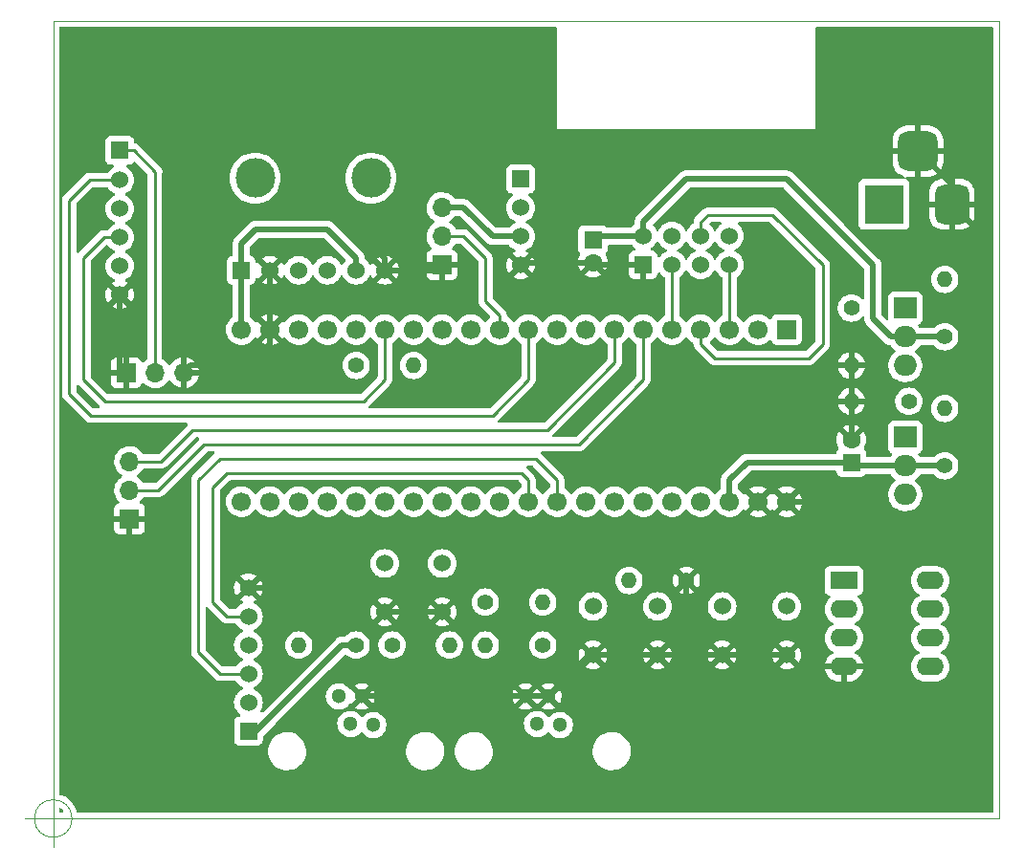
<source format=gbr>
%TF.GenerationSoftware,KiCad,Pcbnew,(6.0.4)*%
%TF.CreationDate,2023-07-18T11:50:36+07:00*%
%TF.ProjectId,05-Prototype-UpdatedComponents,30352d50-726f-4746-9f74-7970652d5570,rev?*%
%TF.SameCoordinates,PX82af528PY8a31af8*%
%TF.FileFunction,Copper,L1,Top*%
%TF.FilePolarity,Positive*%
%FSLAX46Y46*%
G04 Gerber Fmt 4.6, Leading zero omitted, Abs format (unit mm)*
G04 Created by KiCad (PCBNEW (6.0.4)) date 2023-07-18 11:50:36*
%MOMM*%
%LPD*%
G01*
G04 APERTURE LIST*
G04 Aperture macros list*
%AMRoundRect*
0 Rectangle with rounded corners*
0 $1 Rounding radius*
0 $2 $3 $4 $5 $6 $7 $8 $9 X,Y pos of 4 corners*
0 Add a 4 corners polygon primitive as box body*
4,1,4,$2,$3,$4,$5,$6,$7,$8,$9,$2,$3,0*
0 Add four circle primitives for the rounded corners*
1,1,$1+$1,$2,$3*
1,1,$1+$1,$4,$5*
1,1,$1+$1,$6,$7*
1,1,$1+$1,$8,$9*
0 Add four rect primitives between the rounded corners*
20,1,$1+$1,$2,$3,$4,$5,0*
20,1,$1+$1,$4,$5,$6,$7,0*
20,1,$1+$1,$6,$7,$8,$9,0*
20,1,$1+$1,$8,$9,$2,$3,0*%
G04 Aperture macros list end*
%TA.AperFunction,Profile*%
%ADD10C,0.100000*%
%TD*%
%TA.AperFunction,ComponentPad*%
%ADD11O,1.700000X1.700000*%
%TD*%
%TA.AperFunction,ComponentPad*%
%ADD12R,1.700000X1.700000*%
%TD*%
%TA.AperFunction,ComponentPad*%
%ADD13R,3.500000X3.500000*%
%TD*%
%TA.AperFunction,ComponentPad*%
%ADD14RoundRect,0.750000X0.750000X1.000000X-0.750000X1.000000X-0.750000X-1.000000X0.750000X-1.000000X0*%
%TD*%
%TA.AperFunction,ComponentPad*%
%ADD15RoundRect,0.875000X0.875000X0.875000X-0.875000X0.875000X-0.875000X-0.875000X0.875000X-0.875000X0*%
%TD*%
%TA.AperFunction,ComponentPad*%
%ADD16C,1.300000*%
%TD*%
%TA.AperFunction,ComponentPad*%
%ADD17C,1.524000*%
%TD*%
%TA.AperFunction,ComponentPad*%
%ADD18R,1.524000X1.524000*%
%TD*%
%TA.AperFunction,ComponentPad*%
%ADD19C,1.600000*%
%TD*%
%TA.AperFunction,ComponentPad*%
%ADD20R,1.600000X1.600000*%
%TD*%
%TA.AperFunction,ComponentPad*%
%ADD21O,1.400000X1.400000*%
%TD*%
%TA.AperFunction,ComponentPad*%
%ADD22C,1.400000*%
%TD*%
%TA.AperFunction,ComponentPad*%
%ADD23O,2.400000X1.600000*%
%TD*%
%TA.AperFunction,ComponentPad*%
%ADD24R,2.400000X1.600000*%
%TD*%
%TA.AperFunction,ComponentPad*%
%ADD25O,2.000000X1.905000*%
%TD*%
%TA.AperFunction,ComponentPad*%
%ADD26R,2.000000X1.905000*%
%TD*%
%TA.AperFunction,WasherPad*%
%ADD27C,3.500000*%
%TD*%
%TA.AperFunction,ComponentPad*%
%ADD28C,1.700000*%
%TD*%
%TA.AperFunction,Conductor*%
%ADD29C,0.250000*%
%TD*%
%TA.AperFunction,Conductor*%
%ADD30C,0.500000*%
%TD*%
G04 APERTURE END LIST*
D10*
X1666666Y0D02*
G75*
G03*
X1666666Y0I-1666666J0D01*
G01*
X-2500000Y0D02*
X2500000Y0D01*
X0Y2500000D02*
X0Y-2500000D01*
X0Y0D02*
X83693000Y0D01*
X83693000Y0D02*
X83693000Y70612000D01*
X83693000Y70612000D02*
X0Y70612000D01*
X0Y70612000D02*
X0Y0D01*
D11*
%TO.P,J2,3,Pin_3*%
%TO.N,UART_RX*%
X6756000Y31638000D03*
%TO.P,J2,2,Pin_2*%
%TO.N,UART_TX*%
X6756000Y29098000D03*
D12*
%TO.P,J2,1,Pin_1*%
%TO.N,GND*%
X6756000Y26558000D03*
%TD*%
D13*
%TO.P,J0,1*%
%TO.N,+VDC*%
X73502000Y54414500D03*
D14*
%TO.P,J0,2*%
%TO.N,GND*%
X79502000Y54414500D03*
D15*
%TO.P,J0,3*%
X76502000Y59114500D03*
%TD*%
D11*
%TO.P,J5,3,Pin_3*%
%TO.N,+3V3*%
X34392000Y54117000D03*
%TO.P,J5,2,Pin_2*%
%TO.N,DS18B20*%
X34392000Y51577000D03*
D12*
%TO.P,J5,1,Pin_1*%
%TO.N,GND*%
X34392000Y49037000D03*
%TD*%
%TO.P,J1,1,Pin_1*%
%TO.N,GND*%
X6452000Y39482000D03*
D11*
%TO.P,J1,2,Pin_2*%
%TO.N,/32768Hz out*%
X8992000Y39482000D03*
%TO.P,J1,3,Pin_3*%
%TO.N,GND*%
X11532000Y39482000D03*
%TD*%
D16*
%TO.P,J3,4*%
%TO.N,WindVane_raw*%
X44832000Y8277000D03*
%TO.P,J3,3*%
%TO.N,Anemometer*%
X42797000Y8377000D03*
%TO.P,J3,2*%
%TO.N,GND*%
X43817000Y10817000D03*
%TO.P,J3,1*%
X41782000Y10817000D03*
%TD*%
%TO.P,J4,4*%
%TO.N,unconnected-(J4-Pad4)*%
X28322000Y8277000D03*
%TO.P,J4,3*%
%TO.N,Rain gauge*%
X26287000Y8377000D03*
%TO.P,J4,2*%
%TO.N,GND*%
X27307000Y10817000D03*
%TO.P,J4,1*%
%TO.N,unconnected-(J4-Pad1)*%
X25272000Y10817000D03*
%TD*%
D17*
%TO.P,C5,2*%
%TO.N,GND*%
X59182000Y14487000D03*
%TO.P,C5,1*%
%TO.N,/Passive LPF*%
X59182000Y18787000D03*
%TD*%
D18*
%TO.P,U4,1,SCL*%
%TO.N,I2C_CLK*%
X41352000Y56642000D03*
D17*
X5892000Y54022000D03*
%TO.P,U4,2,SDA*%
%TO.N,I2C_SDA*%
X5892000Y51482000D03*
X41352000Y54102000D03*
%TO.P,U4,3,VCC*%
%TO.N,+3V3*%
X5892000Y48942000D03*
X41352000Y51562000D03*
%TO.P,U4,4,GND*%
%TO.N,GND*%
X41352000Y49022000D03*
X5892000Y46402000D03*
D18*
%TO.P,U4,5,32K*%
%TO.N,/32768Hz out*%
X5892000Y59182000D03*
D17*
%TO.P,U4,6,SQW*%
%TO.N,RTC_ALARM*%
X5892000Y56562000D03*
%TD*%
%TO.P,C3,2*%
%TO.N,GND*%
X47752000Y14487000D03*
%TO.P,C3,1*%
%TO.N,/Passive LPF*%
X47752000Y18787000D03*
%TD*%
D19*
%TO.P,C1,2*%
%TO.N,GND*%
X47752000Y49247112D03*
D20*
%TO.P,C1,1*%
%TO.N,+3.3VP*%
X47752000Y51247112D03*
%TD*%
D21*
%TO.P,R8,2*%
%TO.N,Rain gauge*%
X21717000Y15367000D03*
D22*
%TO.P,R8,1*%
%TO.N,+3V3*%
X26797000Y15367000D03*
%TD*%
D17*
%TO.P,C4,2*%
%TO.N,GND*%
X53467000Y14487000D03*
%TO.P,C4,1*%
%TO.N,/Passive LPF*%
X53467000Y18787000D03*
%TD*%
D23*
%TO.P,U6,8,V+*%
%TO.N,+3V3*%
X77582000Y21072000D03*
%TO.P,U6,7*%
%TO.N,unconnected-(U6-Pad7)*%
X77582000Y18532000D03*
%TO.P,U6,6,-*%
%TO.N,unconnected-(U6-Pad6)*%
X77582000Y15992000D03*
%TO.P,U6,5,+*%
%TO.N,unconnected-(U6-Pad5)*%
X77582000Y13452000D03*
%TO.P,U6,4,V-*%
%TO.N,GND*%
X69962000Y13452000D03*
%TO.P,U6,3,+*%
%TO.N,/Passive LPF*%
X69962000Y15992000D03*
%TO.P,U6,2,-*%
%TO.N,WindVane_filtered*%
X69962000Y18532000D03*
D24*
%TO.P,U6,1*%
X69962000Y21072000D03*
%TD*%
D17*
%TO.P,U5,8,DIO0*%
%TO.N,LoRa_DIO0*%
X59817000Y51592000D03*
%TO.P,U5,7,MISO*%
%TO.N,LoRa_MISO*%
X59817000Y49052000D03*
%TO.P,U5,6,MOSI*%
%TO.N,LoRa_MOSI*%
X57277000Y51592000D03*
%TO.P,U5,5,SCLK*%
%TO.N,LoRa_SCLK*%
X57277000Y49052000D03*
%TO.P,U5,4,NCSS*%
%TO.N,LoRa_NCSS*%
X54737000Y51592000D03*
%TO.P,U5,3,RST*%
%TO.N,LoRa_Reset*%
X54737000Y49052000D03*
%TO.P,U5,2,VCC*%
%TO.N,+3.3VP*%
X52197000Y51592000D03*
D18*
%TO.P,U5,1,GND*%
%TO.N,GND*%
X52197000Y49052000D03*
%TD*%
D19*
%TO.P,C0,2*%
%TO.N,GND*%
X70612000Y33556888D03*
D20*
%TO.P,C0,1*%
%TO.N,+3V3*%
X70612000Y31556888D03*
%TD*%
D21*
%TO.P,R3,2*%
%TO.N,GND*%
X70612000Y40132000D03*
D22*
%TO.P,R3,1*%
%TO.N,/V_adj_VP*%
X70612000Y45212000D03*
%TD*%
D17*
%TO.P,C2,2*%
%TO.N,Anemometer*%
X34417000Y22597000D03*
%TO.P,C2,1*%
%TO.N,GND*%
X34417000Y18297000D03*
%TD*%
D21*
%TO.P,R1,2*%
%TO.N,GND*%
X70612000Y36957000D03*
D22*
%TO.P,R1,1*%
%TO.N,/V_adj*%
X75692000Y36957000D03*
%TD*%
D17*
%TO.P,C7,2*%
%TO.N,Rain gauge*%
X29337000Y22597000D03*
%TO.P,C7,1*%
%TO.N,GND*%
X29337000Y18297000D03*
%TD*%
D25*
%TO.P,U1,3,VI*%
%TO.N,+VDC*%
X75382000Y28702000D03*
%TO.P,U1,2,VO*%
%TO.N,+3V3*%
X75382000Y31242000D03*
D26*
%TO.P,U1,1,ADJ*%
%TO.N,/V_adj*%
X75382000Y33782000D03*
%TD*%
D21*
%TO.P,R4,2*%
%TO.N,WindVane_raw*%
X38227000Y15367000D03*
D22*
%TO.P,R4,1*%
%TO.N,+3V3*%
X43307000Y15367000D03*
%TD*%
D17*
%TO.P,C6,2*%
%TO.N,GND*%
X64897000Y14487000D03*
%TO.P,C6,1*%
%TO.N,/Passive LPF*%
X64897000Y18787000D03*
%TD*%
D21*
%TO.P,R9,2*%
%TO.N,DS18B20*%
X31877000Y40132000D03*
D22*
%TO.P,R9,1*%
%TO.N,+3V3*%
X26797000Y40132000D03*
%TD*%
D21*
%TO.P,R0,2*%
%TO.N,/V_adj*%
X78867000Y36322000D03*
D22*
%TO.P,R0,1*%
%TO.N,+3V3*%
X78867000Y31242000D03*
%TD*%
D21*
%TO.P,R6,2*%
%TO.N,/Passive LPF*%
X43307000Y19177000D03*
D22*
%TO.P,R6,1*%
%TO.N,WindVane_raw*%
X38227000Y19177000D03*
%TD*%
D17*
%TO.P,U7,5,ADDR*%
%TO.N,GND*%
X29337000Y48567000D03*
%TO.P,U7,4,SDA*%
%TO.N,I2C_SDA*%
X24257000Y48567000D03*
%TO.P,U7,3,SCL*%
%TO.N,I2C_CLK*%
X21717000Y48567000D03*
%TO.P,U7,2,GND*%
%TO.N,GND*%
X19177000Y48567000D03*
%TO.P,U7,1,VCC*%
%TO.N,+3V3*%
X26797000Y48567000D03*
D18*
X16637000Y48567000D03*
D27*
%TO.P,U7,*%
%TO.N,*%
X17867000Y56717000D03*
X28107000Y56717000D03*
%TD*%
D18*
%TO.P,U3,1,3V3*%
%TO.N,+3V3*%
X17267000Y7747000D03*
D17*
%TO.P,U3,2,CS*%
%TO.N,MICROSD_NCSS*%
X17267000Y10287000D03*
%TO.P,U3,3,MOSI*%
%TO.N,SPI1_MOSI*%
X17267000Y12827000D03*
%TO.P,U3,4,CLK*%
%TO.N,SPI1_SCK*%
X17267000Y15367000D03*
%TO.P,U3,5,MISO*%
%TO.N,SPI1_MISO*%
X17267000Y17907000D03*
%TO.P,U3,6,GND*%
%TO.N,GND*%
X17267000Y20447000D03*
%TD*%
D21*
%TO.P,R2,2*%
%TO.N,/V_adj_VP*%
X78867000Y47752000D03*
D22*
%TO.P,R2,1*%
%TO.N,+3.3VP*%
X78867000Y42672000D03*
%TD*%
D25*
%TO.P,U2,3,VI*%
%TO.N,+VDC*%
X75382000Y40132000D03*
%TO.P,U2,2,VO*%
%TO.N,+3.3VP*%
X75382000Y42672000D03*
D26*
%TO.P,U2,1,ADJ*%
%TO.N,/V_adj_VP*%
X75382000Y45212000D03*
%TD*%
D28*
%TO.P,U0,40,GND*%
%TO.N,GND*%
X64897000Y28067000D03*
%TO.P,U0,39,GND*%
X62357000Y28067000D03*
%TO.P,U0,38,3V3*%
%TO.N,+3V3*%
X59817000Y28067000D03*
%TO.P,U0,37,RST*%
%TO.N,unconnected-(U0-Pad37)*%
X57277000Y28067000D03*
%TO.P,U0,36,PB11*%
%TO.N,unconnected-(U0-Pad36)*%
X54737000Y28067000D03*
%TO.P,U0,35,PB10*%
%TO.N,unconnected-(U0-Pad35)*%
X52197000Y28067000D03*
%TO.P,U0,34,PB1*%
%TO.N,WindVane_filtered*%
X49657000Y28067000D03*
%TO.P,U0,33,PB0*%
%TO.N,unconnected-(U0-Pad33)*%
X47117000Y28067000D03*
%TO.P,U0,32,PA7*%
%TO.N,SPI1_MOSI*%
X44577000Y28067000D03*
%TO.P,U0,31,PA6*%
%TO.N,SPI1_MISO*%
X42037000Y28067000D03*
%TO.P,U0,30,PA5*%
%TO.N,SPI1_SCK*%
X39497000Y28067000D03*
%TO.P,U0,29,PA4*%
%TO.N,MICROSD_NCSS*%
X36957000Y28067000D03*
%TO.P,U0,28,PA3*%
%TO.N,Anemometer*%
X34417000Y28067000D03*
%TO.P,U0,27,PA2*%
%TO.N,unconnected-(U0-Pad27)*%
X31877000Y28067000D03*
%TO.P,U0,26,PA1*%
%TO.N,Rain gauge*%
X29337000Y28067000D03*
%TO.P,U0,25,PA0*%
%TO.N,unconnected-(U0-Pad25)*%
X26797000Y28067000D03*
%TO.P,U0,24,PC15*%
%TO.N,unconnected-(U0-Pad24)*%
X24257000Y28067000D03*
%TO.P,U0,23,PC14*%
%TO.N,unconnected-(U0-Pad23)*%
X21717000Y28067000D03*
%TO.P,U0,22,PC13*%
%TO.N,unconnected-(U0-Pad22)*%
X19177000Y28067000D03*
%TO.P,U0,21,VBat*%
%TO.N,unconnected-(U0-Pad21)*%
X16637000Y28067000D03*
%TO.P,U0,20,3V3*%
%TO.N,+3V3*%
X16637000Y43307000D03*
%TO.P,U0,19,GND*%
%TO.N,GND*%
X19177000Y43307000D03*
%TO.P,U0,18,5V*%
%TO.N,unconnected-(U0-Pad18)*%
X21717000Y43307000D03*
%TO.P,U0,17,PB9*%
%TO.N,unconnected-(U0-Pad17)*%
X24257000Y43307000D03*
%TO.P,U0,16,PB8*%
%TO.N,unconnected-(U0-Pad16)*%
X26797000Y43307000D03*
%TO.P,U0,15,PB7*%
%TO.N,I2C_SDA*%
X29337000Y43307000D03*
%TO.P,U0,14,PB6*%
%TO.N,I2C_CLK*%
X31877000Y43307000D03*
%TO.P,U0,13,PB5*%
%TO.N,unconnected-(U0-Pad13)*%
X34417000Y43307000D03*
%TO.P,U0,12,PB4*%
%TO.N,unconnected-(U0-Pad12)*%
X36957000Y43307000D03*
%TO.P,U0,11,PB3*%
%TO.N,DS18B20*%
X39497000Y43307000D03*
%TO.P,U0,10,PA15*%
%TO.N,RTC_ALARM*%
X42037000Y43307000D03*
%TO.P,U0,9,PA12*%
%TO.N,unconnected-(U0-Pad9)*%
X44577000Y43307000D03*
%TO.P,U0,8,PA11*%
%TO.N,LoRa_DIO0*%
X47117000Y43307000D03*
%TO.P,U0,7,PA10*%
%TO.N,UART_RX*%
X49657000Y43307000D03*
%TO.P,U0,6,PA9*%
%TO.N,UART_TX*%
X52197000Y43307000D03*
%TO.P,U0,5,PA8*%
%TO.N,LoRa_Reset*%
X54737000Y43307000D03*
%TO.P,U0,4,PB15*%
%TO.N,LoRa_MOSI*%
X57277000Y43307000D03*
%TO.P,U0,3,PB14*%
%TO.N,LoRa_MISO*%
X59817000Y43307000D03*
%TO.P,U0,2,PB13*%
%TO.N,LoRa_SCLK*%
X62357000Y43307000D03*
D12*
%TO.P,U0,1,PB12*%
%TO.N,LoRa_NCSS*%
X64897000Y43307000D03*
%TD*%
D21*
%TO.P,R5,2*%
%TO.N,Anemometer*%
X35052000Y15367000D03*
D22*
%TO.P,R5,1*%
%TO.N,+3V3*%
X29972000Y15367000D03*
%TD*%
D21*
%TO.P,R7,2*%
%TO.N,WindVane_filtered*%
X50927000Y21082000D03*
D22*
%TO.P,R7,1*%
%TO.N,GND*%
X56007000Y21082000D03*
%TD*%
D29*
%TO.N,UART_TX*%
X52197000Y38862000D02*
X52197000Y43307000D01*
X13335000Y33147000D02*
X46482000Y33147000D01*
X9286000Y29098000D02*
X13335000Y33147000D01*
X6756000Y29098000D02*
X9286000Y29098000D01*
X46482000Y33147000D02*
X52197000Y38862000D01*
%TO.N,UART_RX*%
X49657000Y40386000D02*
X49657000Y43307000D01*
X12319000Y34417000D02*
X43688000Y34417000D01*
X9540000Y31638000D02*
X12319000Y34417000D01*
X6756000Y31638000D02*
X9540000Y31638000D01*
X43688000Y34417000D02*
X49657000Y40386000D01*
%TO.N,RTC_ALARM*%
X38862000Y35687000D02*
X42037000Y38862000D01*
X42037000Y38862000D02*
X42037000Y43307000D01*
X3302000Y35687000D02*
X38862000Y35687000D01*
X1397000Y54737000D02*
X1397000Y37592000D01*
X3222000Y56562000D02*
X1397000Y54737000D01*
X1397000Y37592000D02*
X3302000Y35687000D01*
X5892000Y56562000D02*
X3222000Y56562000D01*
%TO.N,I2C_SDA*%
X29337000Y38862000D02*
X29337000Y43307000D01*
X4572000Y36957000D02*
X27432000Y36957000D01*
X2667000Y38862000D02*
X4572000Y36957000D01*
X4492000Y51482000D02*
X2667000Y49657000D01*
X27432000Y36957000D02*
X29337000Y38862000D01*
X5892000Y51482000D02*
X4492000Y51482000D01*
X2667000Y49657000D02*
X2667000Y38862000D01*
D30*
%TO.N,GND*%
X82296000Y26416000D02*
X79502000Y23622000D01*
X79502000Y23622000D02*
X72517000Y23622000D01*
X82296000Y51620500D02*
X82296000Y26416000D01*
X79502000Y54414500D02*
X82296000Y51620500D01*
X27187000Y20447000D02*
X17267000Y20447000D01*
X29337000Y18297000D02*
X27187000Y20447000D01*
D29*
%TO.N,SPI1_MISO*%
X15367000Y17907000D02*
X17267000Y17907000D01*
%TO.N,SPI1_MOSI*%
X14732000Y12827000D02*
X17267000Y12827000D01*
X12827000Y14732000D02*
X14732000Y12827000D01*
X12827000Y29972000D02*
X12827000Y14732000D01*
X14732000Y31877000D02*
X12827000Y29972000D01*
X42672000Y31877000D02*
X14732000Y31877000D01*
X44577000Y29972000D02*
X42672000Y31877000D01*
X44577000Y28067000D02*
X44577000Y29972000D01*
D30*
%TO.N,+3V3*%
X17907000Y7747000D02*
X17267000Y7747000D01*
X25527000Y15367000D02*
X17907000Y7747000D01*
X26797000Y15367000D02*
X25527000Y15367000D01*
%TO.N,GND*%
X47947112Y49052000D02*
X47752000Y49247112D01*
X52197000Y49052000D02*
X47947112Y49052000D01*
X47752000Y49247112D02*
X41577112Y49247112D01*
X41577112Y49247112D02*
X41352000Y49022000D01*
%TO.N,+3V3*%
X70926888Y31242000D02*
X70612000Y31556888D01*
X75382000Y31242000D02*
X70926888Y31242000D01*
X78867000Y31242000D02*
X75382000Y31242000D01*
X61401888Y31556888D02*
X70612000Y31556888D01*
X59817000Y29972000D02*
X61401888Y31556888D01*
X59817000Y28067000D02*
X59817000Y29972000D01*
%TO.N,GND*%
X19177000Y42037000D02*
X19177000Y43307000D01*
X17272000Y40132000D02*
X19177000Y42037000D01*
X15367000Y40132000D02*
X17272000Y40132000D01*
X31309500Y59114500D02*
X76502000Y59114500D01*
%TO.N,+3.3VP*%
X74111239Y42672000D02*
X75382000Y42672000D01*
X72517000Y49022000D02*
X72517000Y44266239D01*
X72517000Y44266239D02*
X74111239Y42672000D01*
X52197000Y52832000D02*
X56007000Y56642000D01*
X56007000Y56642000D02*
X64897000Y56642000D01*
X64897000Y56642000D02*
X72517000Y49022000D01*
X52197000Y51592000D02*
X52197000Y52832000D01*
%TO.N,GND*%
X79502000Y56114500D02*
X79502000Y54414500D01*
X76502000Y59114500D02*
X79502000Y56114500D01*
X23622000Y55372000D02*
X25527000Y53467000D01*
X23622000Y59182000D02*
X23622000Y55372000D01*
X24892000Y60452000D02*
X23622000Y59182000D01*
X29972000Y60452000D02*
X24892000Y60452000D01*
X31309500Y59114500D02*
X29972000Y60452000D01*
%TO.N,+3.3VP*%
X78867000Y42672000D02*
X75382000Y42672000D01*
X48096888Y51592000D02*
X47752000Y51247112D01*
X52197000Y51592000D02*
X48096888Y51592000D01*
D29*
%TO.N,LoRa_MISO*%
X59817000Y49052000D02*
X59817000Y43307000D01*
D30*
%TO.N,GND*%
X70612000Y36957000D02*
X70612000Y40132000D01*
X70612000Y33556888D02*
X70612000Y36957000D01*
D29*
%TO.N,LoRa_MOSI*%
X57277000Y42037000D02*
X57277000Y43307000D01*
X58547000Y40767000D02*
X57277000Y42037000D01*
X66802000Y40767000D02*
X58547000Y40767000D01*
X68072000Y42037000D02*
X66802000Y40767000D01*
X68072000Y49022000D02*
X68072000Y42037000D01*
X63627000Y53467000D02*
X68072000Y49022000D01*
X57912000Y53467000D02*
X63627000Y53467000D01*
X57277000Y52832000D02*
X57912000Y53467000D01*
X57277000Y51592000D02*
X57277000Y52832000D01*
%TO.N,LoRa_Reset*%
X54737000Y49052000D02*
X54737000Y43307000D01*
%TO.N,/32768Hz out*%
X9017000Y57277000D02*
X8992000Y57252000D01*
X7112000Y59182000D02*
X9017000Y57277000D01*
X8992000Y57252000D02*
X8992000Y39482000D01*
X5892000Y59182000D02*
X7112000Y59182000D01*
%TO.N,DS18B20*%
X39497000Y44577000D02*
X39497000Y43307000D01*
X38227000Y45847000D02*
X39497000Y44577000D01*
X38227000Y49657000D02*
X38227000Y45847000D01*
X36307000Y51577000D02*
X38227000Y49657000D01*
X34392000Y51577000D02*
X36307000Y51577000D01*
D30*
%TO.N,+3V3*%
X38862000Y51562000D02*
X41352000Y51562000D01*
X36307000Y54117000D02*
X38862000Y51562000D01*
X34392000Y54117000D02*
X36307000Y54117000D01*
%TO.N,GND*%
X33922000Y48567000D02*
X34392000Y49037000D01*
X29337000Y48567000D02*
X33922000Y48567000D01*
X14097000Y49022000D02*
X14097000Y41402000D01*
X14097000Y50292000D02*
X14097000Y49022000D01*
X5892000Y40042000D02*
X6452000Y39482000D01*
X5892000Y46402000D02*
X5892000Y40042000D01*
X12182000Y40132000D02*
X11532000Y39482000D01*
X15367000Y40132000D02*
X12182000Y40132000D01*
X19177000Y43307000D02*
X19177000Y48567000D01*
%TO.N,+3V3*%
X16637000Y48567000D02*
X16637000Y43307000D01*
%TO.N,GND*%
X14097000Y41402000D02*
X15367000Y40132000D01*
X17272000Y53467000D02*
X14097000Y50292000D01*
X25527000Y53467000D02*
X17272000Y53467000D01*
X29337000Y49657000D02*
X25527000Y53467000D01*
X29337000Y48567000D02*
X29337000Y49657000D01*
%TO.N,+3V3*%
X26797000Y49657000D02*
X26797000Y48567000D01*
X24257000Y52197000D02*
X26797000Y49657000D01*
X17907000Y52197000D02*
X24257000Y52197000D01*
X16637000Y50927000D02*
X17907000Y52197000D01*
X16637000Y48567000D02*
X16637000Y50927000D01*
%TO.N,GND*%
X71872000Y13452000D02*
X69962000Y13452000D01*
X68072000Y28067000D02*
X72517000Y23622000D01*
X72517000Y23622000D02*
X72517000Y14097000D01*
X72517000Y14097000D02*
X71872000Y13452000D01*
X64897000Y28067000D02*
X68072000Y28067000D01*
X56007000Y21082000D02*
X56007000Y17027000D01*
X56007000Y17027000D02*
X53467000Y14487000D01*
X29337000Y18297000D02*
X34417000Y18297000D01*
X35157000Y10817000D02*
X27307000Y10817000D01*
X32512000Y13462000D02*
X35157000Y10817000D01*
X35157000Y10817000D02*
X41782000Y10817000D01*
X32512000Y16392000D02*
X32512000Y13462000D01*
X34417000Y18297000D02*
X32512000Y16392000D01*
X47487000Y14487000D02*
X47752000Y14487000D01*
X43817000Y10817000D02*
X47487000Y14487000D01*
X41782000Y10817000D02*
X43817000Y10817000D01*
X65932000Y13452000D02*
X64897000Y14487000D01*
X69962000Y13452000D02*
X65932000Y13452000D01*
X59182000Y14487000D02*
X64897000Y14487000D01*
X53467000Y14487000D02*
X59182000Y14487000D01*
X47752000Y14487000D02*
X53467000Y14487000D01*
D29*
%TO.N,SPI1_MISO*%
X42037000Y28067000D02*
X42037000Y29972000D01*
X15367000Y30607000D02*
X14097000Y29337000D01*
X14097000Y29337000D02*
X14097000Y19177000D01*
X41402000Y30607000D02*
X15367000Y30607000D01*
X42037000Y29972000D02*
X41402000Y30607000D01*
X14097000Y19177000D02*
X15367000Y17907000D01*
%TD*%
%TA.AperFunction,Conductor*%
%TO.N,GND*%
G36*
X44519121Y70083498D02*
G01*
X44565614Y70029842D01*
X44577000Y69977500D01*
X44577000Y61087000D01*
X67437000Y61087000D01*
X67437000Y69977500D01*
X67457002Y70045621D01*
X67510658Y70092114D01*
X67563000Y70103500D01*
X83058500Y70103500D01*
X83126621Y70083498D01*
X83173114Y70029842D01*
X83184500Y69977500D01*
X83184500Y634500D01*
X83164498Y566379D01*
X83110842Y519886D01*
X83058500Y508500D01*
X2216537Y508500D01*
X2148416Y528502D01*
X2101923Y582158D01*
X2097764Y592440D01*
X2056173Y709889D01*
X2000934Y865881D01*
X1864907Y1129428D01*
X1851226Y1148895D01*
X1696835Y1368570D01*
X1694372Y1372075D01*
X1492483Y1589333D01*
X1489168Y1592047D01*
X1489164Y1592050D01*
X1266295Y1774466D01*
X1262977Y1777182D01*
X1010101Y1932144D01*
X738533Y2051354D01*
X711776Y2058976D01*
X599981Y2090822D01*
X539946Y2128721D01*
X509932Y2193061D01*
X508500Y2212001D01*
X508500Y6065629D01*
X19005852Y6065629D01*
X19011904Y5808805D01*
X19056734Y5555851D01*
X19139311Y5312589D01*
X19257733Y5084617D01*
X19409276Y4877180D01*
X19499864Y4786116D01*
X19587078Y4698443D01*
X19587083Y4698439D01*
X19590452Y4695052D01*
X19797093Y4542425D01*
X20024442Y4422811D01*
X20028961Y4421250D01*
X20028967Y4421248D01*
X20262751Y4340522D01*
X20267269Y4338962D01*
X20519984Y4292808D01*
X20602186Y4288500D01*
X20762324Y4288500D01*
X20764703Y4288681D01*
X20764704Y4288681D01*
X20948389Y4302653D01*
X20948394Y4302654D01*
X20953156Y4303016D01*
X20957809Y4304095D01*
X20957812Y4304095D01*
X21198752Y4359943D01*
X21198751Y4359943D01*
X21203416Y4361024D01*
X21442023Y4456218D01*
X21663486Y4586409D01*
X21862707Y4748601D01*
X22035103Y4939061D01*
X22176706Y5153406D01*
X22248135Y5308346D01*
X22282252Y5382352D01*
X22282253Y5382355D01*
X22284258Y5386704D01*
X22332920Y5555851D01*
X22353962Y5628993D01*
X22353963Y5628997D01*
X22355283Y5633586D01*
X22388148Y5888371D01*
X22383971Y6065629D01*
X31205852Y6065629D01*
X31211904Y5808805D01*
X31256734Y5555851D01*
X31339311Y5312589D01*
X31457733Y5084617D01*
X31609276Y4877180D01*
X31699864Y4786116D01*
X31787078Y4698443D01*
X31787083Y4698439D01*
X31790452Y4695052D01*
X31997093Y4542425D01*
X32224442Y4422811D01*
X32228961Y4421250D01*
X32228967Y4421248D01*
X32462751Y4340522D01*
X32467269Y4338962D01*
X32719984Y4292808D01*
X32802186Y4288500D01*
X32962324Y4288500D01*
X32964703Y4288681D01*
X32964704Y4288681D01*
X33148389Y4302653D01*
X33148394Y4302654D01*
X33153156Y4303016D01*
X33157809Y4304095D01*
X33157812Y4304095D01*
X33398752Y4359943D01*
X33398751Y4359943D01*
X33403416Y4361024D01*
X33642023Y4456218D01*
X33863486Y4586409D01*
X34062707Y4748601D01*
X34235103Y4939061D01*
X34376706Y5153406D01*
X34448135Y5308346D01*
X34482252Y5382352D01*
X34482253Y5382355D01*
X34484258Y5386704D01*
X34532920Y5555851D01*
X34553962Y5628993D01*
X34553963Y5628997D01*
X34555283Y5633586D01*
X34588148Y5888371D01*
X34583971Y6065629D01*
X35515852Y6065629D01*
X35521904Y5808805D01*
X35566734Y5555851D01*
X35649311Y5312589D01*
X35767733Y5084617D01*
X35919276Y4877180D01*
X36009864Y4786116D01*
X36097078Y4698443D01*
X36097083Y4698439D01*
X36100452Y4695052D01*
X36307093Y4542425D01*
X36534442Y4422811D01*
X36538961Y4421250D01*
X36538967Y4421248D01*
X36772751Y4340522D01*
X36777269Y4338962D01*
X37029984Y4292808D01*
X37112186Y4288500D01*
X37272324Y4288500D01*
X37274703Y4288681D01*
X37274704Y4288681D01*
X37458389Y4302653D01*
X37458394Y4302654D01*
X37463156Y4303016D01*
X37467809Y4304095D01*
X37467812Y4304095D01*
X37708752Y4359943D01*
X37708751Y4359943D01*
X37713416Y4361024D01*
X37952023Y4456218D01*
X38173486Y4586409D01*
X38372707Y4748601D01*
X38545103Y4939061D01*
X38686706Y5153406D01*
X38758135Y5308346D01*
X38792252Y5382352D01*
X38792253Y5382355D01*
X38794258Y5386704D01*
X38842920Y5555851D01*
X38863962Y5628993D01*
X38863963Y5628997D01*
X38865283Y5633586D01*
X38898148Y5888371D01*
X38893971Y6065629D01*
X47715852Y6065629D01*
X47721904Y5808805D01*
X47766734Y5555851D01*
X47849311Y5312589D01*
X47967733Y5084617D01*
X48119276Y4877180D01*
X48209864Y4786116D01*
X48297078Y4698443D01*
X48297083Y4698439D01*
X48300452Y4695052D01*
X48507093Y4542425D01*
X48734442Y4422811D01*
X48738961Y4421250D01*
X48738967Y4421248D01*
X48972751Y4340522D01*
X48977269Y4338962D01*
X49229984Y4292808D01*
X49312186Y4288500D01*
X49472324Y4288500D01*
X49474703Y4288681D01*
X49474704Y4288681D01*
X49658389Y4302653D01*
X49658394Y4302654D01*
X49663156Y4303016D01*
X49667809Y4304095D01*
X49667812Y4304095D01*
X49908752Y4359943D01*
X49908751Y4359943D01*
X49913416Y4361024D01*
X50152023Y4456218D01*
X50373486Y4586409D01*
X50572707Y4748601D01*
X50745103Y4939061D01*
X50886706Y5153406D01*
X50958135Y5308346D01*
X50992252Y5382352D01*
X50992253Y5382355D01*
X50994258Y5386704D01*
X51042920Y5555851D01*
X51063962Y5628993D01*
X51063963Y5628997D01*
X51065283Y5633586D01*
X51098148Y5888371D01*
X51092096Y6145195D01*
X51047266Y6398149D01*
X50964689Y6641411D01*
X50846267Y6869383D01*
X50694724Y7076820D01*
X50601553Y7170481D01*
X50516922Y7255557D01*
X50516917Y7255561D01*
X50513548Y7258948D01*
X50451444Y7304819D01*
X50366457Y7367591D01*
X50306907Y7411575D01*
X50079558Y7531189D01*
X50075039Y7532750D01*
X50075033Y7532752D01*
X49841249Y7613478D01*
X49841248Y7613478D01*
X49836731Y7615038D01*
X49584016Y7661192D01*
X49501814Y7665500D01*
X49341676Y7665500D01*
X49339297Y7665319D01*
X49339296Y7665319D01*
X49155611Y7651347D01*
X49155606Y7651346D01*
X49150844Y7650984D01*
X49146191Y7649905D01*
X49146188Y7649905D01*
X48989427Y7613569D01*
X48900584Y7592976D01*
X48661977Y7497782D01*
X48440514Y7367591D01*
X48241293Y7205399D01*
X48068897Y7014939D01*
X48066256Y7010941D01*
X48066255Y7010940D01*
X48015075Y6933469D01*
X47927294Y6800594D01*
X47925293Y6796254D01*
X47925291Y6796250D01*
X47842360Y6616358D01*
X47819742Y6567296D01*
X47818418Y6562695D01*
X47818418Y6562694D01*
X47769726Y6393440D01*
X47748717Y6320414D01*
X47715852Y6065629D01*
X38893971Y6065629D01*
X38892096Y6145195D01*
X38847266Y6398149D01*
X38764689Y6641411D01*
X38646267Y6869383D01*
X38494724Y7076820D01*
X38401553Y7170481D01*
X38316922Y7255557D01*
X38316917Y7255561D01*
X38313548Y7258948D01*
X38251444Y7304819D01*
X38166457Y7367591D01*
X38106907Y7411575D01*
X37879558Y7531189D01*
X37875039Y7532750D01*
X37875033Y7532752D01*
X37641249Y7613478D01*
X37641248Y7613478D01*
X37636731Y7615038D01*
X37384016Y7661192D01*
X37301814Y7665500D01*
X37141676Y7665500D01*
X37139297Y7665319D01*
X37139296Y7665319D01*
X36955611Y7651347D01*
X36955606Y7651346D01*
X36950844Y7650984D01*
X36946191Y7649905D01*
X36946188Y7649905D01*
X36789427Y7613569D01*
X36700584Y7592976D01*
X36461977Y7497782D01*
X36240514Y7367591D01*
X36041293Y7205399D01*
X35868897Y7014939D01*
X35866256Y7010941D01*
X35866255Y7010940D01*
X35815075Y6933469D01*
X35727294Y6800594D01*
X35725293Y6796254D01*
X35725291Y6796250D01*
X35642360Y6616358D01*
X35619742Y6567296D01*
X35618418Y6562695D01*
X35618418Y6562694D01*
X35569726Y6393440D01*
X35548717Y6320414D01*
X35515852Y6065629D01*
X34583971Y6065629D01*
X34582096Y6145195D01*
X34537266Y6398149D01*
X34454689Y6641411D01*
X34336267Y6869383D01*
X34184724Y7076820D01*
X34091553Y7170481D01*
X34006922Y7255557D01*
X34006917Y7255561D01*
X34003548Y7258948D01*
X33941444Y7304819D01*
X33856457Y7367591D01*
X33796907Y7411575D01*
X33569558Y7531189D01*
X33565039Y7532750D01*
X33565033Y7532752D01*
X33331249Y7613478D01*
X33331248Y7613478D01*
X33326731Y7615038D01*
X33074016Y7661192D01*
X32991814Y7665500D01*
X32831676Y7665500D01*
X32829297Y7665319D01*
X32829296Y7665319D01*
X32645611Y7651347D01*
X32645606Y7651346D01*
X32640844Y7650984D01*
X32636191Y7649905D01*
X32636188Y7649905D01*
X32479427Y7613569D01*
X32390584Y7592976D01*
X32151977Y7497782D01*
X31930514Y7367591D01*
X31731293Y7205399D01*
X31558897Y7014939D01*
X31556256Y7010941D01*
X31556255Y7010940D01*
X31505075Y6933469D01*
X31417294Y6800594D01*
X31415293Y6796254D01*
X31415291Y6796250D01*
X31332360Y6616358D01*
X31309742Y6567296D01*
X31308418Y6562695D01*
X31308418Y6562694D01*
X31259726Y6393440D01*
X31238717Y6320414D01*
X31205852Y6065629D01*
X22383971Y6065629D01*
X22382096Y6145195D01*
X22337266Y6398149D01*
X22254689Y6641411D01*
X22136267Y6869383D01*
X21984724Y7076820D01*
X21891553Y7170481D01*
X21806922Y7255557D01*
X21806917Y7255561D01*
X21803548Y7258948D01*
X21741444Y7304819D01*
X21656457Y7367591D01*
X21596907Y7411575D01*
X21369558Y7531189D01*
X21365039Y7532750D01*
X21365033Y7532752D01*
X21131249Y7613478D01*
X21131248Y7613478D01*
X21126731Y7615038D01*
X20874016Y7661192D01*
X20791814Y7665500D01*
X20631676Y7665500D01*
X20629297Y7665319D01*
X20629296Y7665319D01*
X20445611Y7651347D01*
X20445606Y7651346D01*
X20440844Y7650984D01*
X20436191Y7649905D01*
X20436188Y7649905D01*
X20279427Y7613569D01*
X20190584Y7592976D01*
X19951977Y7497782D01*
X19730514Y7367591D01*
X19531293Y7205399D01*
X19358897Y7014939D01*
X19356256Y7010941D01*
X19356255Y7010940D01*
X19305075Y6933469D01*
X19217294Y6800594D01*
X19215293Y6796254D01*
X19215291Y6796250D01*
X19132360Y6616358D01*
X19109742Y6567296D01*
X19108418Y6562695D01*
X19108418Y6562694D01*
X19059726Y6393440D01*
X19038717Y6320414D01*
X19005852Y6065629D01*
X508500Y6065629D01*
X508500Y25663331D01*
X5398001Y25663331D01*
X5398371Y25656510D01*
X5403895Y25605648D01*
X5407521Y25590396D01*
X5452676Y25469946D01*
X5461214Y25454351D01*
X5537715Y25352276D01*
X5550276Y25339715D01*
X5652351Y25263214D01*
X5667946Y25254676D01*
X5788394Y25209522D01*
X5803649Y25205895D01*
X5854514Y25200369D01*
X5861328Y25200000D01*
X6483885Y25200000D01*
X6499124Y25204475D01*
X6500329Y25205865D01*
X6502000Y25213548D01*
X6502000Y25218116D01*
X7010000Y25218116D01*
X7014475Y25202877D01*
X7015865Y25201672D01*
X7023548Y25200001D01*
X7650669Y25200001D01*
X7657490Y25200371D01*
X7708352Y25205895D01*
X7723604Y25209521D01*
X7844054Y25254676D01*
X7859649Y25263214D01*
X7961724Y25339715D01*
X7974285Y25352276D01*
X8050786Y25454351D01*
X8059324Y25469946D01*
X8104478Y25590394D01*
X8108105Y25605649D01*
X8113631Y25656514D01*
X8114000Y25663328D01*
X8114000Y26285885D01*
X8109525Y26301124D01*
X8108135Y26302329D01*
X8100452Y26304000D01*
X7028115Y26304000D01*
X7012876Y26299525D01*
X7011671Y26298135D01*
X7010000Y26290452D01*
X7010000Y25218116D01*
X6502000Y25218116D01*
X6502000Y26285885D01*
X6497525Y26301124D01*
X6496135Y26302329D01*
X6488452Y26304000D01*
X5416116Y26304000D01*
X5400877Y26299525D01*
X5399672Y26298135D01*
X5398001Y26290452D01*
X5398001Y25663331D01*
X508500Y25663331D01*
X508500Y54732917D01*
X513980Y54751581D01*
X512143Y54755761D01*
X757829Y54755761D01*
X759941Y54744775D01*
X762941Y54713039D01*
X763500Y54701181D01*
X763500Y37670767D01*
X762973Y37659584D01*
X761298Y37652091D01*
X761547Y37644165D01*
X761547Y37644164D01*
X763438Y37584014D01*
X763500Y37580055D01*
X763500Y37552144D01*
X763997Y37548210D01*
X763997Y37548209D01*
X764005Y37548144D01*
X764938Y37536307D01*
X766327Y37492111D01*
X771978Y37472661D01*
X775987Y37453300D01*
X778526Y37433203D01*
X781445Y37425832D01*
X781445Y37425830D01*
X794804Y37392088D01*
X798649Y37380858D01*
X801051Y37372589D01*
X810982Y37338407D01*
X815015Y37331588D01*
X815017Y37331583D01*
X821293Y37320972D01*
X829988Y37303224D01*
X837448Y37284383D01*
X842110Y37277967D01*
X842110Y37277966D01*
X863436Y37248613D01*
X869952Y37238693D01*
X886330Y37211000D01*
X892458Y37200638D01*
X906779Y37186317D01*
X919619Y37171284D01*
X931528Y37154893D01*
X937634Y37149842D01*
X965605Y37126702D01*
X974384Y37118712D01*
X2798348Y35294747D01*
X2805888Y35286461D01*
X2810000Y35279982D01*
X2815777Y35274557D01*
X2859651Y35233357D01*
X2862493Y35230602D01*
X2882230Y35210865D01*
X2885427Y35208385D01*
X2894447Y35200682D01*
X2926679Y35170414D01*
X2933625Y35166595D01*
X2933628Y35166593D01*
X2944434Y35160652D01*
X2960953Y35149801D01*
X2976959Y35137386D01*
X2984228Y35134241D01*
X2984232Y35134238D01*
X3017537Y35119826D01*
X3028187Y35114609D01*
X3066940Y35093305D01*
X3074615Y35091334D01*
X3074616Y35091334D01*
X3086562Y35088267D01*
X3105267Y35081863D01*
X3123855Y35073819D01*
X3131678Y35072580D01*
X3131688Y35072577D01*
X3167524Y35066901D01*
X3179144Y35064495D01*
X3210959Y35056327D01*
X3221970Y35053500D01*
X3242224Y35053500D01*
X3261934Y35051949D01*
X3281943Y35048780D01*
X3289835Y35049526D01*
X3315467Y35051949D01*
X3325962Y35052941D01*
X3337819Y35053500D01*
X11755405Y35053500D01*
X11823526Y35033498D01*
X11870019Y34979842D01*
X11880123Y34909568D01*
X11850629Y34844988D01*
X11844500Y34838405D01*
X9314500Y32308405D01*
X9252188Y32274379D01*
X9225405Y32271500D01*
X8032805Y32271500D01*
X7964684Y32291502D01*
X7927013Y32329060D01*
X7838822Y32465383D01*
X7838820Y32465386D01*
X7836014Y32469723D01*
X7685670Y32634949D01*
X7681619Y32638148D01*
X7681615Y32638152D01*
X7514414Y32770200D01*
X7514410Y32770202D01*
X7510359Y32773402D01*
X7314789Y32881362D01*
X7309920Y32883086D01*
X7309916Y32883088D01*
X7109087Y32954205D01*
X7109083Y32954206D01*
X7104212Y32955931D01*
X7099119Y32956838D01*
X7099116Y32956839D01*
X6889373Y32994200D01*
X6889367Y32994201D01*
X6884284Y32995106D01*
X6810452Y32996008D01*
X6666081Y32997772D01*
X6666079Y32997772D01*
X6660911Y32997835D01*
X6440091Y32964045D01*
X6227756Y32894643D01*
X6197443Y32878863D01*
X6099168Y32827704D01*
X6029607Y32791493D01*
X6025474Y32788390D01*
X6025471Y32788388D01*
X5867287Y32669620D01*
X5850965Y32657365D01*
X5847393Y32653627D01*
X5726894Y32527532D01*
X5696629Y32495862D01*
X5693715Y32491590D01*
X5693714Y32491589D01*
X5675838Y32465383D01*
X5570743Y32311320D01*
X5539929Y32244937D01*
X5484953Y32126500D01*
X5476688Y32108695D01*
X5416989Y31893430D01*
X5393251Y31671305D01*
X5393548Y31666152D01*
X5393548Y31666149D01*
X5394081Y31656910D01*
X5406110Y31448285D01*
X5407247Y31443239D01*
X5407248Y31443233D01*
X5431304Y31336492D01*
X5455222Y31230361D01*
X5512133Y31090204D01*
X5532662Y31039649D01*
X5539266Y31023384D01*
X5655987Y30832912D01*
X5802250Y30664062D01*
X5974126Y30521368D01*
X6027409Y30490232D01*
X6047445Y30478524D01*
X6096169Y30426886D01*
X6109240Y30357103D01*
X6082509Y30291331D01*
X6042055Y30257973D01*
X6036619Y30255143D01*
X6029607Y30251493D01*
X6025474Y30248390D01*
X6025471Y30248388D01*
X5855100Y30120470D01*
X5850965Y30117365D01*
X5834171Y30099791D01*
X5713392Y29973403D01*
X5696629Y29955862D01*
X5693715Y29951590D01*
X5693714Y29951589D01*
X5681404Y29933543D01*
X5570743Y29771320D01*
X5476688Y29568695D01*
X5416989Y29353430D01*
X5393251Y29131305D01*
X5393548Y29126152D01*
X5393548Y29126149D01*
X5398415Y29041744D01*
X5406110Y28908285D01*
X5407247Y28903239D01*
X5407248Y28903233D01*
X5428400Y28809377D01*
X5455222Y28690361D01*
X5508583Y28558948D01*
X5532662Y28499649D01*
X5539266Y28483384D01*
X5558816Y28451482D01*
X5637770Y28322640D01*
X5655987Y28292912D01*
X5802250Y28124062D01*
X5806225Y28120762D01*
X5806231Y28120756D01*
X5811425Y28116444D01*
X5851059Y28057540D01*
X5852555Y27986559D01*
X5815439Y27926038D01*
X5775168Y27901520D01*
X5667946Y27861324D01*
X5652351Y27852786D01*
X5550276Y27776285D01*
X5537715Y27763724D01*
X5461214Y27661649D01*
X5452676Y27646054D01*
X5407522Y27525606D01*
X5403895Y27510351D01*
X5398369Y27459486D01*
X5398000Y27452672D01*
X5398000Y26830115D01*
X5402475Y26814876D01*
X5403865Y26813671D01*
X5411548Y26812000D01*
X8095884Y26812000D01*
X8111123Y26816475D01*
X8112328Y26817865D01*
X8113999Y26825548D01*
X8113999Y27452669D01*
X8113629Y27459490D01*
X8108105Y27510352D01*
X8104479Y27525604D01*
X8059324Y27646054D01*
X8050786Y27661649D01*
X7974285Y27763724D01*
X7961724Y27776285D01*
X7859649Y27852786D01*
X7844054Y27861324D01*
X7733813Y27902652D01*
X7677049Y27945294D01*
X7652349Y28011855D01*
X7667557Y28081204D01*
X7689104Y28109885D01*
X7790430Y28210856D01*
X7790440Y28210868D01*
X7794096Y28214511D01*
X7853594Y28297311D01*
X7921435Y28391723D01*
X7924453Y28395923D01*
X7926746Y28400563D01*
X7928446Y28403392D01*
X7980674Y28451482D01*
X8036451Y28464500D01*
X9207233Y28464500D01*
X9218416Y28463973D01*
X9225909Y28462298D01*
X9233835Y28462547D01*
X9233836Y28462547D01*
X9293986Y28464438D01*
X9297945Y28464500D01*
X9325856Y28464500D01*
X9329791Y28464997D01*
X9329856Y28465005D01*
X9341693Y28465938D01*
X9373951Y28466952D01*
X9377970Y28467078D01*
X9385889Y28467327D01*
X9405343Y28472979D01*
X9424700Y28476987D01*
X9436930Y28478532D01*
X9436931Y28478532D01*
X9444797Y28479526D01*
X9452168Y28482445D01*
X9452170Y28482445D01*
X9485912Y28495804D01*
X9497142Y28499649D01*
X9531983Y28509771D01*
X9531984Y28509771D01*
X9539593Y28511982D01*
X9546412Y28516015D01*
X9546417Y28516017D01*
X9557028Y28522293D01*
X9574776Y28530988D01*
X9593617Y28538448D01*
X9629387Y28564436D01*
X9639307Y28570952D01*
X9670535Y28589420D01*
X9670538Y28589422D01*
X9677362Y28593458D01*
X9691683Y28607779D01*
X9706717Y28620620D01*
X9716694Y28627869D01*
X9723107Y28632528D01*
X9751298Y28666605D01*
X9759288Y28675384D01*
X13560499Y32476595D01*
X13622811Y32510621D01*
X13649594Y32513500D01*
X14168406Y32513500D01*
X14236527Y32493498D01*
X14283020Y32439842D01*
X14293124Y32369568D01*
X14263630Y32304988D01*
X14257501Y32298405D01*
X12434747Y30475652D01*
X12426461Y30468112D01*
X12419982Y30464000D01*
X12414557Y30458223D01*
X12373357Y30414349D01*
X12370602Y30411507D01*
X12350865Y30391770D01*
X12348385Y30388573D01*
X12340682Y30379553D01*
X12310414Y30347321D01*
X12306595Y30340375D01*
X12306593Y30340372D01*
X12300652Y30329566D01*
X12289801Y30313047D01*
X12277386Y30297041D01*
X12274241Y30289772D01*
X12274238Y30289768D01*
X12259826Y30256463D01*
X12254609Y30245813D01*
X12233305Y30207060D01*
X12231334Y30199385D01*
X12231334Y30199384D01*
X12228267Y30187438D01*
X12221863Y30168734D01*
X12213819Y30150145D01*
X12212580Y30142322D01*
X12212577Y30142312D01*
X12206901Y30106476D01*
X12204495Y30094856D01*
X12198599Y30071889D01*
X12193500Y30052030D01*
X12193500Y30031776D01*
X12191949Y30012066D01*
X12188780Y29992057D01*
X12189526Y29984165D01*
X12192941Y29948039D01*
X12193500Y29936181D01*
X12193500Y14810767D01*
X12192973Y14799584D01*
X12191298Y14792091D01*
X12191547Y14784165D01*
X12191547Y14784164D01*
X12193438Y14724014D01*
X12193500Y14720055D01*
X12193500Y14692144D01*
X12193997Y14688210D01*
X12193997Y14688209D01*
X12194005Y14688144D01*
X12194938Y14676307D01*
X12196327Y14632111D01*
X12201978Y14612661D01*
X12205987Y14593300D01*
X12208526Y14573203D01*
X12211445Y14565832D01*
X12211445Y14565830D01*
X12224804Y14532088D01*
X12228649Y14520858D01*
X12240982Y14478407D01*
X12245015Y14471588D01*
X12245017Y14471583D01*
X12251293Y14460972D01*
X12259988Y14443224D01*
X12267448Y14424383D01*
X12272110Y14417967D01*
X12272110Y14417966D01*
X12293436Y14388613D01*
X12299952Y14378693D01*
X12322458Y14340638D01*
X12336779Y14326317D01*
X12349619Y14311284D01*
X12361528Y14294893D01*
X12367634Y14289842D01*
X12395605Y14266702D01*
X12404384Y14258712D01*
X14228348Y12434747D01*
X14235888Y12426461D01*
X14240000Y12419982D01*
X14245777Y12414557D01*
X14289651Y12373357D01*
X14292493Y12370602D01*
X14312230Y12350865D01*
X14315427Y12348385D01*
X14324447Y12340682D01*
X14356679Y12310414D01*
X14363625Y12306595D01*
X14363628Y12306593D01*
X14374434Y12300652D01*
X14390953Y12289801D01*
X14406959Y12277386D01*
X14414228Y12274241D01*
X14414232Y12274238D01*
X14447537Y12259826D01*
X14458187Y12254609D01*
X14496940Y12233305D01*
X14504615Y12231334D01*
X14504616Y12231334D01*
X14516562Y12228267D01*
X14535267Y12221863D01*
X14553855Y12213819D01*
X14561678Y12212580D01*
X14561688Y12212577D01*
X14597524Y12206901D01*
X14609144Y12204495D01*
X14644289Y12195472D01*
X14651970Y12193500D01*
X14672224Y12193500D01*
X14691934Y12191949D01*
X14711943Y12188780D01*
X14719835Y12189526D01*
X14755961Y12192941D01*
X14767819Y12193500D01*
X16093996Y12193500D01*
X16162117Y12173498D01*
X16197209Y12139771D01*
X16290023Y12007219D01*
X16447219Y11850023D01*
X16451727Y11846866D01*
X16451730Y11846864D01*
X16511320Y11805139D01*
X16629323Y11722512D01*
X16634305Y11720189D01*
X16634310Y11720186D01*
X16739373Y11671195D01*
X16792658Y11624278D01*
X16812119Y11556001D01*
X16791577Y11488041D01*
X16739373Y11442805D01*
X16634311Y11393814D01*
X16634306Y11393811D01*
X16629324Y11391488D01*
X16624817Y11388332D01*
X16624815Y11388331D01*
X16451730Y11267136D01*
X16451727Y11267134D01*
X16447219Y11263977D01*
X16290023Y11106781D01*
X16286866Y11102273D01*
X16286864Y11102270D01*
X16252403Y11053054D01*
X16162512Y10924676D01*
X16160189Y10919694D01*
X16160186Y10919689D01*
X16070883Y10728178D01*
X16068560Y10723196D01*
X16011022Y10508463D01*
X15991647Y10287000D01*
X16011022Y10065537D01*
X16068560Y9850804D01*
X16070882Y9845823D01*
X16070883Y9845822D01*
X16160186Y9654311D01*
X16160189Y9654306D01*
X16162512Y9649324D01*
X16165668Y9644817D01*
X16165669Y9644815D01*
X16273784Y9490411D01*
X16290023Y9467219D01*
X16447219Y9310023D01*
X16451727Y9306866D01*
X16451730Y9306864D01*
X16537635Y9246713D01*
X16581963Y9191256D01*
X16589272Y9120637D01*
X16557241Y9057276D01*
X16496040Y9021291D01*
X16465364Y9017500D01*
X16456866Y9017500D01*
X16394684Y9010745D01*
X16258295Y8959615D01*
X16141739Y8872261D01*
X16054385Y8755705D01*
X16003255Y8619316D01*
X15996500Y8557134D01*
X15996500Y6936866D01*
X16003255Y6874684D01*
X16054385Y6738295D01*
X16141739Y6621739D01*
X16258295Y6534385D01*
X16394684Y6483255D01*
X16456866Y6476500D01*
X18077134Y6476500D01*
X18139316Y6483255D01*
X18275705Y6534385D01*
X18392261Y6621739D01*
X18479615Y6738295D01*
X18530745Y6874684D01*
X18537500Y6936866D01*
X18537500Y7252629D01*
X18557502Y7320750D01*
X18574405Y7341724D01*
X19640137Y8407456D01*
X25123936Y8407456D01*
X25137861Y8194994D01*
X25190272Y7988628D01*
X25279411Y7795269D01*
X25402296Y7621391D01*
X25410419Y7613478D01*
X25500109Y7526106D01*
X25554809Y7472819D01*
X25559605Y7469614D01*
X25559608Y7469612D01*
X25575872Y7458745D01*
X25731843Y7354529D01*
X25737146Y7352251D01*
X25737149Y7352249D01*
X25825888Y7314124D01*
X25927470Y7270481D01*
X25978439Y7258948D01*
X26129501Y7224766D01*
X26129506Y7224765D01*
X26135138Y7223491D01*
X26140909Y7223264D01*
X26140911Y7223264D01*
X26202252Y7220854D01*
X26347891Y7215131D01*
X26353600Y7215959D01*
X26353604Y7215959D01*
X26552890Y7244855D01*
X26552894Y7244856D01*
X26558605Y7245684D01*
X26760223Y7314124D01*
X26945993Y7418160D01*
X27109693Y7554307D01*
X27169225Y7625887D01*
X27228160Y7665469D01*
X27299142Y7666906D01*
X27359632Y7629738D01*
X27368994Y7618036D01*
X27437296Y7521391D01*
X27589809Y7372819D01*
X27594605Y7369614D01*
X27594608Y7369612D01*
X27680430Y7312268D01*
X27766843Y7254529D01*
X27772146Y7252251D01*
X27772149Y7252249D01*
X27858544Y7215131D01*
X27962470Y7170481D01*
X28038316Y7153319D01*
X28164501Y7124766D01*
X28164506Y7124765D01*
X28170138Y7123491D01*
X28175909Y7123264D01*
X28175911Y7123264D01*
X28237252Y7120854D01*
X28382891Y7115131D01*
X28388600Y7115959D01*
X28388604Y7115959D01*
X28587890Y7144855D01*
X28587894Y7144856D01*
X28593605Y7145684D01*
X28795223Y7214124D01*
X28980993Y7318160D01*
X29144693Y7454307D01*
X29280840Y7618007D01*
X29384876Y7803777D01*
X29453316Y8005395D01*
X29480808Y8194994D01*
X29483337Y8212439D01*
X29483337Y8212441D01*
X29483869Y8216109D01*
X29485463Y8277000D01*
X29473476Y8407456D01*
X41633936Y8407456D01*
X41647861Y8194994D01*
X41700272Y7988628D01*
X41789411Y7795269D01*
X41912296Y7621391D01*
X41920419Y7613478D01*
X42010109Y7526106D01*
X42064809Y7472819D01*
X42069605Y7469614D01*
X42069608Y7469612D01*
X42085872Y7458745D01*
X42241843Y7354529D01*
X42247146Y7352251D01*
X42247149Y7352249D01*
X42335888Y7314124D01*
X42437470Y7270481D01*
X42488439Y7258948D01*
X42639501Y7224766D01*
X42639506Y7224765D01*
X42645138Y7223491D01*
X42650909Y7223264D01*
X42650911Y7223264D01*
X42712252Y7220854D01*
X42857891Y7215131D01*
X42863600Y7215959D01*
X42863604Y7215959D01*
X43062890Y7244855D01*
X43062894Y7244856D01*
X43068605Y7245684D01*
X43270223Y7314124D01*
X43455993Y7418160D01*
X43619693Y7554307D01*
X43679225Y7625887D01*
X43738160Y7665469D01*
X43809142Y7666906D01*
X43869632Y7629738D01*
X43878994Y7618036D01*
X43947296Y7521391D01*
X44099809Y7372819D01*
X44104605Y7369614D01*
X44104608Y7369612D01*
X44190430Y7312268D01*
X44276843Y7254529D01*
X44282146Y7252251D01*
X44282149Y7252249D01*
X44368544Y7215131D01*
X44472470Y7170481D01*
X44548316Y7153319D01*
X44674501Y7124766D01*
X44674506Y7124765D01*
X44680138Y7123491D01*
X44685909Y7123264D01*
X44685911Y7123264D01*
X44747252Y7120854D01*
X44892891Y7115131D01*
X44898600Y7115959D01*
X44898604Y7115959D01*
X45097890Y7144855D01*
X45097894Y7144856D01*
X45103605Y7145684D01*
X45305223Y7214124D01*
X45490993Y7318160D01*
X45654693Y7454307D01*
X45790840Y7618007D01*
X45894876Y7803777D01*
X45963316Y8005395D01*
X45990808Y8194994D01*
X45993337Y8212439D01*
X45993337Y8212441D01*
X45993869Y8216109D01*
X45995463Y8277000D01*
X45975981Y8489024D01*
X45940971Y8613159D01*
X45919754Y8688389D01*
X45919753Y8688391D01*
X45918186Y8693948D01*
X45891878Y8747297D01*
X45826570Y8879727D01*
X45824015Y8884908D01*
X45696622Y9055509D01*
X45540271Y9200037D01*
X45360201Y9313653D01*
X45162441Y9392551D01*
X45156781Y9393677D01*
X45156777Y9393678D01*
X44959282Y9432962D01*
X44959280Y9432962D01*
X44953615Y9434089D01*
X44947840Y9434165D01*
X44947836Y9434165D01*
X44841161Y9435561D01*
X44740716Y9436876D01*
X44735019Y9435897D01*
X44735018Y9435897D01*
X44536564Y9401797D01*
X44536561Y9401796D01*
X44530874Y9400819D01*
X44331116Y9327125D01*
X44148134Y9218261D01*
X43988054Y9077875D01*
X43984483Y9073345D01*
X43951845Y9031944D01*
X43893964Y8990831D01*
X43823044Y8987537D01*
X43761601Y9023109D01*
X43751937Y9034562D01*
X43665079Y9150881D01*
X43665072Y9150888D01*
X43661622Y9155509D01*
X43505271Y9300037D01*
X43325201Y9413653D01*
X43127441Y9492551D01*
X43121781Y9493677D01*
X43121777Y9493678D01*
X42924282Y9532962D01*
X42924280Y9532962D01*
X42918615Y9534089D01*
X42912840Y9534165D01*
X42912836Y9534165D01*
X42806161Y9535561D01*
X42705716Y9536876D01*
X42700019Y9535897D01*
X42700018Y9535897D01*
X42501564Y9501797D01*
X42501561Y9501796D01*
X42495874Y9500819D01*
X42296116Y9427125D01*
X42113134Y9318261D01*
X41953054Y9177875D01*
X41821238Y9010667D01*
X41818549Y9005556D01*
X41818547Y9005553D01*
X41807685Y8984908D01*
X41722100Y8822238D01*
X41658961Y8618898D01*
X41633936Y8407456D01*
X29473476Y8407456D01*
X29465981Y8489024D01*
X29430971Y8613159D01*
X29409754Y8688389D01*
X29409753Y8688391D01*
X29408186Y8693948D01*
X29381878Y8747297D01*
X29316570Y8879727D01*
X29314015Y8884908D01*
X29186622Y9055509D01*
X29030271Y9200037D01*
X28850201Y9313653D01*
X28652441Y9392551D01*
X28646781Y9393677D01*
X28646777Y9393678D01*
X28449282Y9432962D01*
X28449280Y9432962D01*
X28443615Y9434089D01*
X28437840Y9434165D01*
X28437836Y9434165D01*
X28331161Y9435561D01*
X28230716Y9436876D01*
X28225019Y9435897D01*
X28225018Y9435897D01*
X28026564Y9401797D01*
X28026561Y9401796D01*
X28020874Y9400819D01*
X27821116Y9327125D01*
X27638134Y9218261D01*
X27478054Y9077875D01*
X27474483Y9073345D01*
X27441845Y9031944D01*
X27383964Y8990831D01*
X27313044Y8987537D01*
X27251601Y9023109D01*
X27241937Y9034562D01*
X27155079Y9150881D01*
X27155072Y9150888D01*
X27151622Y9155509D01*
X26995271Y9300037D01*
X26815201Y9413653D01*
X26617441Y9492551D01*
X26611781Y9493677D01*
X26611777Y9493678D01*
X26414282Y9532962D01*
X26414280Y9532962D01*
X26408615Y9534089D01*
X26402840Y9534165D01*
X26402836Y9534165D01*
X26296161Y9535561D01*
X26195716Y9536876D01*
X26190019Y9535897D01*
X26190018Y9535897D01*
X25991564Y9501797D01*
X25991561Y9501796D01*
X25985874Y9500819D01*
X25786116Y9427125D01*
X25603134Y9318261D01*
X25443054Y9177875D01*
X25311238Y9010667D01*
X25308549Y9005556D01*
X25308547Y9005553D01*
X25297685Y8984908D01*
X25212100Y8822238D01*
X25148961Y8618898D01*
X25123936Y8407456D01*
X19640137Y8407456D01*
X22080137Y10847456D01*
X24108936Y10847456D01*
X24122861Y10634994D01*
X24124282Y10629398D01*
X24124283Y10629393D01*
X24146976Y10540043D01*
X24175272Y10428628D01*
X24177689Y10423385D01*
X24214389Y10343777D01*
X24264411Y10235269D01*
X24387296Y10061391D01*
X24539809Y9912819D01*
X24544605Y9909614D01*
X24544608Y9909612D01*
X24616088Y9861851D01*
X24716843Y9794529D01*
X24722146Y9792251D01*
X24722149Y9792249D01*
X24815208Y9752268D01*
X24912470Y9710481D01*
X24988316Y9693319D01*
X25114501Y9664766D01*
X25114506Y9664765D01*
X25120138Y9663491D01*
X25125909Y9663264D01*
X25125911Y9663264D01*
X25187252Y9660854D01*
X25332891Y9655131D01*
X25338600Y9655959D01*
X25338604Y9655959D01*
X25537890Y9684855D01*
X25537894Y9684856D01*
X25543605Y9685684D01*
X25745223Y9754124D01*
X25897952Y9839656D01*
X26694016Y9839656D01*
X26703898Y9827166D01*
X26747279Y9798180D01*
X26757389Y9792690D01*
X26942318Y9713238D01*
X26953261Y9709683D01*
X27149567Y9665263D01*
X27160975Y9663761D01*
X27362096Y9655860D01*
X27373580Y9656462D01*
X27572774Y9685343D01*
X27583957Y9688028D01*
X27774547Y9752724D01*
X27785060Y9757405D01*
X27911766Y9828365D01*
X27921631Y9838443D01*
X27921164Y9839656D01*
X41169016Y9839656D01*
X41178898Y9827166D01*
X41222279Y9798180D01*
X41232389Y9792690D01*
X41417318Y9713238D01*
X41428261Y9709683D01*
X41624567Y9665263D01*
X41635975Y9663761D01*
X41837096Y9655860D01*
X41848580Y9656462D01*
X42047774Y9685343D01*
X42058957Y9688028D01*
X42249547Y9752724D01*
X42260060Y9757405D01*
X42386766Y9828365D01*
X42396631Y9838443D01*
X42396164Y9839656D01*
X43204016Y9839656D01*
X43213898Y9827166D01*
X43257279Y9798180D01*
X43267389Y9792690D01*
X43452318Y9713238D01*
X43463261Y9709683D01*
X43659567Y9665263D01*
X43670975Y9663761D01*
X43872096Y9655860D01*
X43883580Y9656462D01*
X44082774Y9685343D01*
X44093957Y9688028D01*
X44284547Y9752724D01*
X44295060Y9757405D01*
X44421766Y9828365D01*
X44431631Y9838443D01*
X44428675Y9846115D01*
X43829812Y10444978D01*
X43815868Y10452592D01*
X43814035Y10452461D01*
X43807420Y10448210D01*
X43210212Y9851002D01*
X43204016Y9839656D01*
X42396164Y9839656D01*
X42393675Y9846115D01*
X41794812Y10444978D01*
X41780868Y10452592D01*
X41779035Y10452461D01*
X41772420Y10448210D01*
X41175212Y9851002D01*
X41169016Y9839656D01*
X27921164Y9839656D01*
X27918675Y9846115D01*
X27319812Y10444978D01*
X27305868Y10452592D01*
X27304035Y10452461D01*
X27297420Y10448210D01*
X26700212Y9851002D01*
X26694016Y9839656D01*
X25897952Y9839656D01*
X25930993Y9858160D01*
X26094693Y9994307D01*
X26229010Y10155807D01*
X26287946Y10195390D01*
X26319295Y10198648D01*
X26340802Y10210012D01*
X26934978Y10804188D01*
X26941356Y10815868D01*
X27671408Y10815868D01*
X27671539Y10814035D01*
X27675790Y10807420D01*
X28273971Y10209239D01*
X28286351Y10202479D01*
X28292931Y10207405D01*
X28366595Y10338940D01*
X28371276Y10349453D01*
X28435972Y10540043D01*
X28438657Y10551226D01*
X28467834Y10752461D01*
X28468464Y10759843D01*
X28469864Y10813296D01*
X28469621Y10820695D01*
X28467693Y10841677D01*
X40619816Y10841677D01*
X40632979Y10640841D01*
X40634780Y10629471D01*
X40684323Y10434396D01*
X40688164Y10423549D01*
X40772429Y10240762D01*
X40778178Y10230805D01*
X40791912Y10211372D01*
X40802501Y10202984D01*
X40815802Y10210012D01*
X41409978Y10804188D01*
X41416356Y10815868D01*
X42146408Y10815868D01*
X42146539Y10814035D01*
X42150790Y10807420D01*
X42748971Y10209239D01*
X42762915Y10201625D01*
X42795918Y10203985D01*
X42817330Y10203692D01*
X42835445Y10201897D01*
X42850802Y10210012D01*
X43444978Y10804188D01*
X43451356Y10815868D01*
X44181408Y10815868D01*
X44181539Y10814035D01*
X44185790Y10807420D01*
X44783971Y10209239D01*
X44796351Y10202479D01*
X44802931Y10207405D01*
X44876595Y10338940D01*
X44881276Y10349453D01*
X44945972Y10540043D01*
X44948657Y10551226D01*
X44977834Y10752461D01*
X44978464Y10759843D01*
X44979864Y10813296D01*
X44979621Y10820695D01*
X44961016Y11023176D01*
X44958918Y11034497D01*
X44904287Y11228203D01*
X44900163Y11238950D01*
X44811141Y11419466D01*
X44807617Y11425216D01*
X44797595Y11432738D01*
X44785176Y11425966D01*
X44189022Y10829812D01*
X44181408Y10815868D01*
X43451356Y10815868D01*
X43452592Y10818132D01*
X43452461Y10819965D01*
X43448210Y10826580D01*
X42848520Y11426270D01*
X42834576Y11433884D01*
X42806190Y11431854D01*
X42788063Y11431865D01*
X42764179Y11433602D01*
X42750176Y11425966D01*
X42154022Y10829812D01*
X42146408Y10815868D01*
X41416356Y10815868D01*
X41417592Y10818132D01*
X41417461Y10819965D01*
X41413210Y10826580D01*
X40813520Y11426270D01*
X40801140Y11433030D01*
X40795174Y11428564D01*
X40710257Y11267164D01*
X40705848Y11256521D01*
X40646167Y11064316D01*
X40643773Y11053054D01*
X40620117Y10853179D01*
X40619816Y10841677D01*
X28467693Y10841677D01*
X28451016Y11023176D01*
X28448918Y11034497D01*
X28394287Y11228203D01*
X28390163Y11238950D01*
X28301141Y11419466D01*
X28297617Y11425216D01*
X28287595Y11432738D01*
X28275176Y11425966D01*
X27679022Y10829812D01*
X27671408Y10815868D01*
X26941356Y10815868D01*
X26942592Y10818132D01*
X26942461Y10819965D01*
X26938210Y10826580D01*
X26338520Y11426270D01*
X26320291Y11436225D01*
X26260071Y11449325D01*
X26219499Y11484523D01*
X26140074Y11590886D01*
X26136622Y11595509D01*
X25980271Y11740037D01*
X25893471Y11794804D01*
X26693307Y11794804D01*
X26696793Y11786417D01*
X27294188Y11189022D01*
X27308132Y11181408D01*
X27309965Y11181539D01*
X27316580Y11185790D01*
X27913533Y11782743D01*
X27920119Y11794804D01*
X41168307Y11794804D01*
X41171793Y11786417D01*
X41769188Y11189022D01*
X41783132Y11181408D01*
X41784965Y11181539D01*
X41791580Y11185790D01*
X42388533Y11782743D01*
X42395119Y11794804D01*
X43203307Y11794804D01*
X43206793Y11786417D01*
X43804188Y11189022D01*
X43818132Y11181408D01*
X43819965Y11181539D01*
X43826580Y11185790D01*
X44423533Y11782743D01*
X44430293Y11795123D01*
X44424263Y11803178D01*
X44349857Y11850125D01*
X44339609Y11855346D01*
X44152663Y11929930D01*
X44141635Y11933197D01*
X43944230Y11972463D01*
X43932784Y11973666D01*
X43731537Y11976300D01*
X43720057Y11975397D01*
X43521701Y11941313D01*
X43510581Y11938333D01*
X43321748Y11868669D01*
X43311370Y11863719D01*
X43212906Y11805139D01*
X43203307Y11794804D01*
X42395119Y11794804D01*
X42395293Y11795123D01*
X42389263Y11803178D01*
X42314857Y11850125D01*
X42304609Y11855346D01*
X42117663Y11929930D01*
X42106635Y11933197D01*
X41909230Y11972463D01*
X41897784Y11973666D01*
X41696537Y11976300D01*
X41685057Y11975397D01*
X41486701Y11941313D01*
X41475581Y11938333D01*
X41286748Y11868669D01*
X41276370Y11863719D01*
X41177906Y11805139D01*
X41168307Y11794804D01*
X27920119Y11794804D01*
X27920293Y11795123D01*
X27914263Y11803178D01*
X27839857Y11850125D01*
X27829609Y11855346D01*
X27642663Y11929930D01*
X27631635Y11933197D01*
X27434230Y11972463D01*
X27422784Y11973666D01*
X27221537Y11976300D01*
X27210057Y11975397D01*
X27011701Y11941313D01*
X27000581Y11938333D01*
X26811748Y11868669D01*
X26801370Y11863719D01*
X26702906Y11805139D01*
X26693307Y11794804D01*
X25893471Y11794804D01*
X25800201Y11853653D01*
X25602441Y11932551D01*
X25596781Y11933677D01*
X25596777Y11933678D01*
X25399282Y11972962D01*
X25399280Y11972962D01*
X25393615Y11974089D01*
X25387840Y11974165D01*
X25387836Y11974165D01*
X25281161Y11975561D01*
X25180716Y11976876D01*
X25175019Y11975897D01*
X25175018Y11975897D01*
X24976564Y11941797D01*
X24976561Y11941796D01*
X24970874Y11940819D01*
X24771116Y11867125D01*
X24588134Y11758261D01*
X24428054Y11617875D01*
X24296238Y11450667D01*
X24293549Y11445556D01*
X24293547Y11445553D01*
X24286340Y11431854D01*
X24197100Y11262238D01*
X24195386Y11256717D01*
X24195384Y11256713D01*
X24150039Y11110678D01*
X24133961Y11058898D01*
X24108936Y10847456D01*
X22080137Y10847456D01*
X24418159Y13185478D01*
X68279273Y13185478D01*
X68326764Y13008239D01*
X68330510Y12997947D01*
X68422586Y12800489D01*
X68428069Y12790993D01*
X68553028Y12612533D01*
X68560084Y12604125D01*
X68714125Y12450084D01*
X68722533Y12443028D01*
X68900993Y12318069D01*
X68910489Y12312586D01*
X69107947Y12220510D01*
X69118239Y12216764D01*
X69328688Y12160375D01*
X69339481Y12158472D01*
X69502170Y12144238D01*
X69507635Y12144000D01*
X69689885Y12144000D01*
X69705124Y12148475D01*
X69706329Y12149865D01*
X69708000Y12157548D01*
X69708000Y12162115D01*
X70216000Y12162115D01*
X70220475Y12146876D01*
X70221865Y12145671D01*
X70229548Y12144000D01*
X70416365Y12144000D01*
X70421830Y12144238D01*
X70584519Y12158472D01*
X70595312Y12160375D01*
X70805761Y12216764D01*
X70816053Y12220510D01*
X71013511Y12312586D01*
X71023007Y12318069D01*
X71201467Y12443028D01*
X71209875Y12450084D01*
X71363916Y12604125D01*
X71370972Y12612533D01*
X71495931Y12790993D01*
X71501414Y12800489D01*
X71593490Y12997947D01*
X71597236Y13008239D01*
X71643394Y13180503D01*
X71643058Y13194599D01*
X71635116Y13198000D01*
X70234115Y13198000D01*
X70218876Y13193525D01*
X70217671Y13192135D01*
X70216000Y13184452D01*
X70216000Y12162115D01*
X69708000Y12162115D01*
X69708000Y13179885D01*
X69703525Y13195124D01*
X69702135Y13196329D01*
X69694452Y13198000D01*
X68294033Y13198000D01*
X68280502Y13194027D01*
X68279273Y13185478D01*
X24418159Y13185478D01*
X24660904Y13428223D01*
X47057777Y13428223D01*
X47067074Y13416207D01*
X47110069Y13386102D01*
X47119555Y13380624D01*
X47310993Y13291355D01*
X47321285Y13287609D01*
X47525309Y13232941D01*
X47536104Y13231038D01*
X47746525Y13212628D01*
X47757475Y13212628D01*
X47967896Y13231038D01*
X47978691Y13232941D01*
X48182715Y13287609D01*
X48193007Y13291355D01*
X48384445Y13380624D01*
X48393931Y13386102D01*
X48437764Y13416793D01*
X48446139Y13427271D01*
X48445639Y13428223D01*
X52772777Y13428223D01*
X52782074Y13416207D01*
X52825069Y13386102D01*
X52834555Y13380624D01*
X53025993Y13291355D01*
X53036285Y13287609D01*
X53240309Y13232941D01*
X53251104Y13231038D01*
X53461525Y13212628D01*
X53472475Y13212628D01*
X53682896Y13231038D01*
X53693691Y13232941D01*
X53897715Y13287609D01*
X53908007Y13291355D01*
X54099445Y13380624D01*
X54108931Y13386102D01*
X54152764Y13416793D01*
X54161139Y13427271D01*
X54160639Y13428223D01*
X58487777Y13428223D01*
X58497074Y13416207D01*
X58540069Y13386102D01*
X58549555Y13380624D01*
X58740993Y13291355D01*
X58751285Y13287609D01*
X58955309Y13232941D01*
X58966104Y13231038D01*
X59176525Y13212628D01*
X59187475Y13212628D01*
X59397896Y13231038D01*
X59408691Y13232941D01*
X59612715Y13287609D01*
X59623007Y13291355D01*
X59814445Y13380624D01*
X59823931Y13386102D01*
X59867764Y13416793D01*
X59876139Y13427271D01*
X59875639Y13428223D01*
X64202777Y13428223D01*
X64212074Y13416207D01*
X64255069Y13386102D01*
X64264555Y13380624D01*
X64455993Y13291355D01*
X64466285Y13287609D01*
X64670309Y13232941D01*
X64681104Y13231038D01*
X64891525Y13212628D01*
X64902475Y13212628D01*
X65112896Y13231038D01*
X65123691Y13232941D01*
X65327715Y13287609D01*
X65338007Y13291355D01*
X65529445Y13380624D01*
X65538931Y13386102D01*
X65582764Y13416793D01*
X65591139Y13427271D01*
X65584071Y13440719D01*
X65572790Y13452000D01*
X75868502Y13452000D01*
X75888457Y13223913D01*
X75889881Y13218600D01*
X75889881Y13218598D01*
X75899031Y13184452D01*
X75947716Y13002757D01*
X75950039Y12997776D01*
X75950039Y12997775D01*
X76042151Y12800238D01*
X76042154Y12800233D01*
X76044477Y12795251D01*
X76175802Y12607700D01*
X76337700Y12445802D01*
X76342208Y12442645D01*
X76342211Y12442643D01*
X76382322Y12414557D01*
X76525251Y12314477D01*
X76530233Y12312154D01*
X76530238Y12312151D01*
X76726765Y12220510D01*
X76732757Y12217716D01*
X76738065Y12216294D01*
X76738067Y12216293D01*
X76948598Y12159881D01*
X76948600Y12159881D01*
X76953913Y12158457D01*
X77052120Y12149865D01*
X77122149Y12143738D01*
X77122156Y12143738D01*
X77124873Y12143500D01*
X78039127Y12143500D01*
X78041844Y12143738D01*
X78041851Y12143738D01*
X78111880Y12149865D01*
X78210087Y12158457D01*
X78215400Y12159881D01*
X78215402Y12159881D01*
X78425933Y12216293D01*
X78425935Y12216294D01*
X78431243Y12217716D01*
X78437235Y12220510D01*
X78633762Y12312151D01*
X78633767Y12312154D01*
X78638749Y12314477D01*
X78781678Y12414557D01*
X78821789Y12442643D01*
X78821792Y12442645D01*
X78826300Y12445802D01*
X78988198Y12607700D01*
X79119523Y12795251D01*
X79121846Y12800233D01*
X79121849Y12800238D01*
X79213961Y12997775D01*
X79213961Y12997776D01*
X79216284Y13002757D01*
X79264970Y13184452D01*
X79274119Y13218598D01*
X79274119Y13218600D01*
X79275543Y13223913D01*
X79295498Y13452000D01*
X79275543Y13680087D01*
X79245348Y13792777D01*
X79217707Y13895933D01*
X79217706Y13895935D01*
X79216284Y13901243D01*
X79201096Y13933814D01*
X79121849Y14103762D01*
X79121846Y14103767D01*
X79119523Y14108749D01*
X79035065Y14229367D01*
X78991357Y14291789D01*
X78991355Y14291792D01*
X78988198Y14296300D01*
X78826300Y14458198D01*
X78821792Y14461355D01*
X78821789Y14461357D01*
X78743611Y14516098D01*
X78638749Y14589523D01*
X78633767Y14591846D01*
X78633762Y14591849D01*
X78599543Y14607805D01*
X78546258Y14654722D01*
X78526797Y14722999D01*
X78547339Y14790959D01*
X78599543Y14836195D01*
X78633762Y14852151D01*
X78633767Y14852154D01*
X78638749Y14854477D01*
X78755338Y14936114D01*
X78821789Y14982643D01*
X78821792Y14982645D01*
X78826300Y14985802D01*
X78988198Y15147700D01*
X78994252Y15156345D01*
X79116366Y15330743D01*
X79119523Y15335251D01*
X79121846Y15340233D01*
X79121849Y15340238D01*
X79213961Y15537775D01*
X79213961Y15537776D01*
X79216284Y15542757D01*
X79229848Y15593376D01*
X79274119Y15758598D01*
X79274119Y15758600D01*
X79275543Y15763913D01*
X79295498Y15992000D01*
X79275543Y16220087D01*
X79256165Y16292406D01*
X79217707Y16435933D01*
X79217706Y16435935D01*
X79216284Y16441243D01*
X79184978Y16508379D01*
X79121849Y16643762D01*
X79121846Y16643767D01*
X79119523Y16648749D01*
X79046098Y16753611D01*
X78991357Y16831789D01*
X78991355Y16831792D01*
X78988198Y16836300D01*
X78826300Y16998198D01*
X78821792Y17001355D01*
X78821789Y17001357D01*
X78743611Y17056098D01*
X78638749Y17129523D01*
X78633767Y17131846D01*
X78633762Y17131849D01*
X78599543Y17147805D01*
X78546258Y17194722D01*
X78526797Y17262999D01*
X78547339Y17330959D01*
X78599543Y17376195D01*
X78633762Y17392151D01*
X78633767Y17392154D01*
X78638749Y17394477D01*
X78781678Y17494557D01*
X78821789Y17522643D01*
X78821792Y17522645D01*
X78826300Y17525802D01*
X78988198Y17687700D01*
X79119523Y17875251D01*
X79121846Y17880233D01*
X79121849Y17880238D01*
X79213961Y18077775D01*
X79213961Y18077776D01*
X79216284Y18082757D01*
X79260481Y18247699D01*
X79274119Y18298598D01*
X79274119Y18298600D01*
X79275543Y18303913D01*
X79295498Y18532000D01*
X79275543Y18760087D01*
X79274119Y18765402D01*
X79217707Y18975933D01*
X79217706Y18975935D01*
X79216284Y18981243D01*
X79201096Y19013814D01*
X79121849Y19183762D01*
X79121846Y19183767D01*
X79119523Y19188749D01*
X79009343Y19346102D01*
X78991357Y19371789D01*
X78991355Y19371792D01*
X78988198Y19376300D01*
X78826300Y19538198D01*
X78821792Y19541355D01*
X78821789Y19541357D01*
X78722788Y19610678D01*
X78638749Y19669523D01*
X78633767Y19671846D01*
X78633762Y19671849D01*
X78599543Y19687805D01*
X78546258Y19734722D01*
X78526797Y19802999D01*
X78547339Y19870959D01*
X78599543Y19916195D01*
X78633762Y19932151D01*
X78633767Y19932154D01*
X78638749Y19934477D01*
X78780458Y20033703D01*
X78821789Y20062643D01*
X78821792Y20062645D01*
X78826300Y20065802D01*
X78988198Y20227700D01*
X79119523Y20415251D01*
X79121846Y20420233D01*
X79121849Y20420238D01*
X79213961Y20617775D01*
X79213961Y20617776D01*
X79216284Y20622757D01*
X79226874Y20662277D01*
X79274119Y20838598D01*
X79274119Y20838600D01*
X79275543Y20843913D01*
X79295498Y21072000D01*
X79275543Y21300087D01*
X79264703Y21340543D01*
X79217707Y21515933D01*
X79217706Y21515935D01*
X79216284Y21521243D01*
X79201300Y21553377D01*
X79121849Y21723762D01*
X79121846Y21723767D01*
X79119523Y21728749D01*
X78988198Y21916300D01*
X78826300Y22078198D01*
X78821792Y22081355D01*
X78821789Y22081357D01*
X78700743Y22166114D01*
X78638749Y22209523D01*
X78633767Y22211846D01*
X78633762Y22211849D01*
X78436225Y22303961D01*
X78436224Y22303961D01*
X78431243Y22306284D01*
X78425935Y22307706D01*
X78425933Y22307707D01*
X78215402Y22364119D01*
X78215400Y22364119D01*
X78210087Y22365543D01*
X78110520Y22374254D01*
X78041851Y22380262D01*
X78041844Y22380262D01*
X78039127Y22380500D01*
X77124873Y22380500D01*
X77122156Y22380262D01*
X77122149Y22380262D01*
X77053480Y22374254D01*
X76953913Y22365543D01*
X76948600Y22364119D01*
X76948598Y22364119D01*
X76738067Y22307707D01*
X76738065Y22307706D01*
X76732757Y22306284D01*
X76727776Y22303961D01*
X76727775Y22303961D01*
X76530238Y22211849D01*
X76530233Y22211846D01*
X76525251Y22209523D01*
X76463257Y22166114D01*
X76342211Y22081357D01*
X76342208Y22081355D01*
X76337700Y22078198D01*
X76175802Y21916300D01*
X76044477Y21728749D01*
X76042154Y21723767D01*
X76042151Y21723762D01*
X75962700Y21553377D01*
X75947716Y21521243D01*
X75946294Y21515935D01*
X75946293Y21515933D01*
X75899297Y21340543D01*
X75888457Y21300087D01*
X75868502Y21072000D01*
X75888457Y20843913D01*
X75889881Y20838600D01*
X75889881Y20838598D01*
X75937127Y20662277D01*
X75947716Y20622757D01*
X75950039Y20617776D01*
X75950039Y20617775D01*
X76042151Y20420238D01*
X76042154Y20420233D01*
X76044477Y20415251D01*
X76175802Y20227700D01*
X76337700Y20065802D01*
X76342208Y20062645D01*
X76342211Y20062643D01*
X76383542Y20033703D01*
X76525251Y19934477D01*
X76530233Y19932154D01*
X76530238Y19932151D01*
X76564457Y19916195D01*
X76617742Y19869278D01*
X76637203Y19801001D01*
X76616661Y19733041D01*
X76564457Y19687805D01*
X76530238Y19671849D01*
X76530233Y19671846D01*
X76525251Y19669523D01*
X76441212Y19610678D01*
X76342211Y19541357D01*
X76342208Y19541355D01*
X76337700Y19538198D01*
X76175802Y19376300D01*
X76172645Y19371792D01*
X76172643Y19371789D01*
X76154657Y19346102D01*
X76044477Y19188749D01*
X76042154Y19183767D01*
X76042151Y19183762D01*
X75962904Y19013814D01*
X75947716Y18981243D01*
X75946294Y18975935D01*
X75946293Y18975933D01*
X75889881Y18765402D01*
X75888457Y18760087D01*
X75868502Y18532000D01*
X75888457Y18303913D01*
X75889881Y18298600D01*
X75889881Y18298598D01*
X75903520Y18247699D01*
X75947716Y18082757D01*
X75950039Y18077776D01*
X75950039Y18077775D01*
X76042151Y17880238D01*
X76042154Y17880233D01*
X76044477Y17875251D01*
X76175802Y17687700D01*
X76337700Y17525802D01*
X76342208Y17522645D01*
X76342211Y17522643D01*
X76382322Y17494557D01*
X76525251Y17394477D01*
X76530233Y17392154D01*
X76530238Y17392151D01*
X76564457Y17376195D01*
X76617742Y17329278D01*
X76637203Y17261001D01*
X76616661Y17193041D01*
X76564457Y17147805D01*
X76530238Y17131849D01*
X76530233Y17131846D01*
X76525251Y17129523D01*
X76420389Y17056098D01*
X76342211Y17001357D01*
X76342208Y17001355D01*
X76337700Y16998198D01*
X76175802Y16836300D01*
X76172645Y16831792D01*
X76172643Y16831789D01*
X76117902Y16753611D01*
X76044477Y16648749D01*
X76042154Y16643767D01*
X76042151Y16643762D01*
X75979022Y16508379D01*
X75947716Y16441243D01*
X75946294Y16435935D01*
X75946293Y16435933D01*
X75907835Y16292406D01*
X75888457Y16220087D01*
X75868502Y15992000D01*
X75888457Y15763913D01*
X75889881Y15758600D01*
X75889881Y15758598D01*
X75934153Y15593376D01*
X75947716Y15542757D01*
X75950039Y15537776D01*
X75950039Y15537775D01*
X76042151Y15340238D01*
X76042154Y15340233D01*
X76044477Y15335251D01*
X76047634Y15330743D01*
X76169749Y15156345D01*
X76175802Y15147700D01*
X76337700Y14985802D01*
X76342208Y14982645D01*
X76342211Y14982643D01*
X76408662Y14936114D01*
X76525251Y14854477D01*
X76530233Y14852154D01*
X76530238Y14852151D01*
X76564457Y14836195D01*
X76617742Y14789278D01*
X76637203Y14721001D01*
X76616661Y14653041D01*
X76564457Y14607805D01*
X76530238Y14591849D01*
X76530233Y14591846D01*
X76525251Y14589523D01*
X76420389Y14516098D01*
X76342211Y14461357D01*
X76342208Y14461355D01*
X76337700Y14458198D01*
X76175802Y14296300D01*
X76172645Y14291792D01*
X76172643Y14291789D01*
X76128935Y14229367D01*
X76044477Y14108749D01*
X76042154Y14103767D01*
X76042151Y14103762D01*
X75962904Y13933814D01*
X75947716Y13901243D01*
X75946294Y13895935D01*
X75946293Y13895933D01*
X75918652Y13792777D01*
X75888457Y13680087D01*
X75868502Y13452000D01*
X65572790Y13452000D01*
X64909812Y14114978D01*
X64895868Y14122592D01*
X64894035Y14122461D01*
X64887420Y14118210D01*
X64209207Y13439997D01*
X64202777Y13428223D01*
X59875639Y13428223D01*
X59869071Y13440719D01*
X59194812Y14114978D01*
X59180868Y14122592D01*
X59179035Y14122461D01*
X59172420Y14118210D01*
X58494207Y13439997D01*
X58487777Y13428223D01*
X54160639Y13428223D01*
X54154071Y13440719D01*
X53479812Y14114978D01*
X53465868Y14122592D01*
X53464035Y14122461D01*
X53457420Y14118210D01*
X52779207Y13439997D01*
X52772777Y13428223D01*
X48445639Y13428223D01*
X48439071Y13440719D01*
X47764812Y14114978D01*
X47750868Y14122592D01*
X47749035Y14122461D01*
X47742420Y14118210D01*
X47064207Y13439997D01*
X47057777Y13428223D01*
X24660904Y13428223D01*
X25754707Y14522026D01*
X25817019Y14556052D01*
X25887834Y14550987D01*
X25932897Y14522026D01*
X26017224Y14437699D01*
X26190442Y14316411D01*
X26195420Y14314090D01*
X26195423Y14314088D01*
X26377108Y14229367D01*
X26382090Y14227044D01*
X26387398Y14225622D01*
X26387400Y14225621D01*
X26581030Y14173738D01*
X26581032Y14173738D01*
X26586345Y14172314D01*
X26797000Y14153884D01*
X27007655Y14172314D01*
X27012968Y14173738D01*
X27012970Y14173738D01*
X27206600Y14225621D01*
X27206602Y14225622D01*
X27211910Y14227044D01*
X27216892Y14229367D01*
X27398577Y14314088D01*
X27398580Y14314090D01*
X27403558Y14316411D01*
X27576776Y14437699D01*
X27726301Y14587224D01*
X27847589Y14760442D01*
X27861036Y14789278D01*
X27934633Y14947108D01*
X27934634Y14947109D01*
X27936956Y14952090D01*
X27987367Y15140224D01*
X27990262Y15151030D01*
X27990262Y15151032D01*
X27991686Y15156345D01*
X28010116Y15367000D01*
X28758884Y15367000D01*
X28777314Y15156345D01*
X28778738Y15151032D01*
X28778738Y15151030D01*
X28781634Y15140224D01*
X28832044Y14952090D01*
X28834366Y14947109D01*
X28834367Y14947108D01*
X28907965Y14789278D01*
X28921411Y14760442D01*
X29042699Y14587224D01*
X29192224Y14437699D01*
X29365442Y14316411D01*
X29370420Y14314090D01*
X29370423Y14314088D01*
X29552108Y14229367D01*
X29557090Y14227044D01*
X29562398Y14225622D01*
X29562400Y14225621D01*
X29756030Y14173738D01*
X29756032Y14173738D01*
X29761345Y14172314D01*
X29972000Y14153884D01*
X30182655Y14172314D01*
X30187968Y14173738D01*
X30187970Y14173738D01*
X30381600Y14225621D01*
X30381602Y14225622D01*
X30386910Y14227044D01*
X30391892Y14229367D01*
X30573577Y14314088D01*
X30573580Y14314090D01*
X30578558Y14316411D01*
X30751776Y14437699D01*
X30901301Y14587224D01*
X31022589Y14760442D01*
X31036036Y14789278D01*
X31109633Y14947108D01*
X31109634Y14947109D01*
X31111956Y14952090D01*
X31162367Y15140224D01*
X31165262Y15151030D01*
X31165262Y15151032D01*
X31166686Y15156345D01*
X31185116Y15367000D01*
X33838884Y15367000D01*
X33857314Y15156345D01*
X33858738Y15151032D01*
X33858738Y15151030D01*
X33861634Y15140224D01*
X33912044Y14952090D01*
X33914366Y14947109D01*
X33914367Y14947108D01*
X33987965Y14789278D01*
X34001411Y14760442D01*
X34122699Y14587224D01*
X34272224Y14437699D01*
X34445442Y14316411D01*
X34450420Y14314090D01*
X34450423Y14314088D01*
X34632108Y14229367D01*
X34637090Y14227044D01*
X34642398Y14225622D01*
X34642400Y14225621D01*
X34836030Y14173738D01*
X34836032Y14173738D01*
X34841345Y14172314D01*
X35052000Y14153884D01*
X35262655Y14172314D01*
X35267968Y14173738D01*
X35267970Y14173738D01*
X35461600Y14225621D01*
X35461602Y14225622D01*
X35466910Y14227044D01*
X35471892Y14229367D01*
X35653577Y14314088D01*
X35653580Y14314090D01*
X35658558Y14316411D01*
X35831776Y14437699D01*
X35981301Y14587224D01*
X36102589Y14760442D01*
X36116036Y14789278D01*
X36189633Y14947108D01*
X36189634Y14947109D01*
X36191956Y14952090D01*
X36242367Y15140224D01*
X36245262Y15151030D01*
X36245262Y15151032D01*
X36246686Y15156345D01*
X36265116Y15367000D01*
X37013884Y15367000D01*
X37032314Y15156345D01*
X37033738Y15151032D01*
X37033738Y15151030D01*
X37036634Y15140224D01*
X37087044Y14952090D01*
X37089366Y14947109D01*
X37089367Y14947108D01*
X37162965Y14789278D01*
X37176411Y14760442D01*
X37297699Y14587224D01*
X37447224Y14437699D01*
X37620442Y14316411D01*
X37625420Y14314090D01*
X37625423Y14314088D01*
X37807108Y14229367D01*
X37812090Y14227044D01*
X37817398Y14225622D01*
X37817400Y14225621D01*
X38011030Y14173738D01*
X38011032Y14173738D01*
X38016345Y14172314D01*
X38227000Y14153884D01*
X38437655Y14172314D01*
X38442968Y14173738D01*
X38442970Y14173738D01*
X38636600Y14225621D01*
X38636602Y14225622D01*
X38641910Y14227044D01*
X38646892Y14229367D01*
X38828577Y14314088D01*
X38828580Y14314090D01*
X38833558Y14316411D01*
X39006776Y14437699D01*
X39156301Y14587224D01*
X39277589Y14760442D01*
X39291036Y14789278D01*
X39364633Y14947108D01*
X39364634Y14947109D01*
X39366956Y14952090D01*
X39417367Y15140224D01*
X39420262Y15151030D01*
X39420262Y15151032D01*
X39421686Y15156345D01*
X39440116Y15367000D01*
X42093884Y15367000D01*
X42112314Y15156345D01*
X42113738Y15151032D01*
X42113738Y15151030D01*
X42116634Y15140224D01*
X42167044Y14952090D01*
X42169366Y14947109D01*
X42169367Y14947108D01*
X42242965Y14789278D01*
X42256411Y14760442D01*
X42377699Y14587224D01*
X42527224Y14437699D01*
X42700442Y14316411D01*
X42705420Y14314090D01*
X42705423Y14314088D01*
X42887108Y14229367D01*
X42892090Y14227044D01*
X42897398Y14225622D01*
X42897400Y14225621D01*
X43091030Y14173738D01*
X43091032Y14173738D01*
X43096345Y14172314D01*
X43307000Y14153884D01*
X43517655Y14172314D01*
X43522968Y14173738D01*
X43522970Y14173738D01*
X43716600Y14225621D01*
X43716602Y14225622D01*
X43721910Y14227044D01*
X43726892Y14229367D01*
X43908577Y14314088D01*
X43908580Y14314090D01*
X43913558Y14316411D01*
X44086776Y14437699D01*
X44130602Y14481525D01*
X46477628Y14481525D01*
X46496038Y14271104D01*
X46497941Y14260309D01*
X46552609Y14056285D01*
X46556355Y14045993D01*
X46645623Y13854559D01*
X46651103Y13845068D01*
X46681794Y13801235D01*
X46692271Y13792860D01*
X46705718Y13799928D01*
X47379978Y14474188D01*
X47386356Y14485868D01*
X48116408Y14485868D01*
X48116539Y14484035D01*
X48120790Y14477420D01*
X48799003Y13799207D01*
X48810777Y13792777D01*
X48822793Y13802074D01*
X48852897Y13845068D01*
X48858377Y13854559D01*
X48947645Y14045993D01*
X48951391Y14056285D01*
X49006059Y14260309D01*
X49007962Y14271104D01*
X49026372Y14481525D01*
X52192628Y14481525D01*
X52211038Y14271104D01*
X52212941Y14260309D01*
X52267609Y14056285D01*
X52271355Y14045993D01*
X52360623Y13854559D01*
X52366103Y13845068D01*
X52396794Y13801235D01*
X52407271Y13792860D01*
X52420718Y13799928D01*
X53094978Y14474188D01*
X53101356Y14485868D01*
X53831408Y14485868D01*
X53831539Y14484035D01*
X53835790Y14477420D01*
X54514003Y13799207D01*
X54525777Y13792777D01*
X54537793Y13802074D01*
X54567897Y13845068D01*
X54573377Y13854559D01*
X54662645Y14045993D01*
X54666391Y14056285D01*
X54721059Y14260309D01*
X54722962Y14271104D01*
X54741372Y14481525D01*
X57907628Y14481525D01*
X57926038Y14271104D01*
X57927941Y14260309D01*
X57982609Y14056285D01*
X57986355Y14045993D01*
X58075623Y13854559D01*
X58081103Y13845068D01*
X58111794Y13801235D01*
X58122271Y13792860D01*
X58135718Y13799928D01*
X58809978Y14474188D01*
X58816356Y14485868D01*
X59546408Y14485868D01*
X59546539Y14484035D01*
X59550790Y14477420D01*
X60229003Y13799207D01*
X60240777Y13792777D01*
X60252793Y13802074D01*
X60282897Y13845068D01*
X60288377Y13854559D01*
X60377645Y14045993D01*
X60381391Y14056285D01*
X60436059Y14260309D01*
X60437962Y14271104D01*
X60456372Y14481525D01*
X63622628Y14481525D01*
X63641038Y14271104D01*
X63642941Y14260309D01*
X63697609Y14056285D01*
X63701355Y14045993D01*
X63790623Y13854559D01*
X63796103Y13845068D01*
X63826794Y13801235D01*
X63837271Y13792860D01*
X63850718Y13799928D01*
X64524978Y14474188D01*
X64531356Y14485868D01*
X65261408Y14485868D01*
X65261539Y14484035D01*
X65265790Y14477420D01*
X65944003Y13799207D01*
X65955777Y13792777D01*
X65967793Y13802074D01*
X65997897Y13845068D01*
X66003377Y13854559D01*
X66092645Y14045993D01*
X66096391Y14056285D01*
X66151059Y14260309D01*
X66152962Y14271104D01*
X66171372Y14481525D01*
X66171372Y14492475D01*
X66152962Y14702896D01*
X66151059Y14713691D01*
X66096391Y14917715D01*
X66092645Y14928007D01*
X66003377Y15119441D01*
X65997897Y15128932D01*
X65967206Y15172765D01*
X65956729Y15181140D01*
X65943282Y15174072D01*
X65269022Y14499812D01*
X65261408Y14485868D01*
X64531356Y14485868D01*
X64532592Y14488132D01*
X64532461Y14489965D01*
X64528210Y14496580D01*
X63849997Y15174793D01*
X63838223Y15181223D01*
X63826207Y15171926D01*
X63796103Y15128932D01*
X63790623Y15119441D01*
X63701355Y14928007D01*
X63697609Y14917715D01*
X63642941Y14713691D01*
X63641038Y14702896D01*
X63622628Y14492475D01*
X63622628Y14481525D01*
X60456372Y14481525D01*
X60456372Y14492475D01*
X60437962Y14702896D01*
X60436059Y14713691D01*
X60381391Y14917715D01*
X60377645Y14928007D01*
X60288377Y15119441D01*
X60282897Y15128932D01*
X60252206Y15172765D01*
X60241729Y15181140D01*
X60228282Y15174072D01*
X59554022Y14499812D01*
X59546408Y14485868D01*
X58816356Y14485868D01*
X58817592Y14488132D01*
X58817461Y14489965D01*
X58813210Y14496580D01*
X58134997Y15174793D01*
X58123223Y15181223D01*
X58111207Y15171926D01*
X58081103Y15128932D01*
X58075623Y15119441D01*
X57986355Y14928007D01*
X57982609Y14917715D01*
X57927941Y14713691D01*
X57926038Y14702896D01*
X57907628Y14492475D01*
X57907628Y14481525D01*
X54741372Y14481525D01*
X54741372Y14492475D01*
X54722962Y14702896D01*
X54721059Y14713691D01*
X54666391Y14917715D01*
X54662645Y14928007D01*
X54573377Y15119441D01*
X54567897Y15128932D01*
X54537206Y15172765D01*
X54526729Y15181140D01*
X54513282Y15174072D01*
X53839022Y14499812D01*
X53831408Y14485868D01*
X53101356Y14485868D01*
X53102592Y14488132D01*
X53102461Y14489965D01*
X53098210Y14496580D01*
X52419997Y15174793D01*
X52408223Y15181223D01*
X52396207Y15171926D01*
X52366103Y15128932D01*
X52360623Y15119441D01*
X52271355Y14928007D01*
X52267609Y14917715D01*
X52212941Y14713691D01*
X52211038Y14702896D01*
X52192628Y14492475D01*
X52192628Y14481525D01*
X49026372Y14481525D01*
X49026372Y14492475D01*
X49007962Y14702896D01*
X49006059Y14713691D01*
X48951391Y14917715D01*
X48947645Y14928007D01*
X48858377Y15119441D01*
X48852897Y15128932D01*
X48822206Y15172765D01*
X48811729Y15181140D01*
X48798282Y15174072D01*
X48124022Y14499812D01*
X48116408Y14485868D01*
X47386356Y14485868D01*
X47387592Y14488132D01*
X47387461Y14489965D01*
X47383210Y14496580D01*
X46704997Y15174793D01*
X46693223Y15181223D01*
X46681207Y15171926D01*
X46651103Y15128932D01*
X46645623Y15119441D01*
X46556355Y14928007D01*
X46552609Y14917715D01*
X46497941Y14713691D01*
X46496038Y14702896D01*
X46477628Y14492475D01*
X46477628Y14481525D01*
X44130602Y14481525D01*
X44236301Y14587224D01*
X44357589Y14760442D01*
X44371036Y14789278D01*
X44444633Y14947108D01*
X44444634Y14947109D01*
X44446956Y14952090D01*
X44497367Y15140224D01*
X44500262Y15151030D01*
X44500262Y15151032D01*
X44501686Y15156345D01*
X44520116Y15367000D01*
X44504392Y15546729D01*
X47057860Y15546729D01*
X47064928Y15533282D01*
X47739188Y14859022D01*
X47753132Y14851408D01*
X47754965Y14851539D01*
X47761580Y14855790D01*
X48439793Y15534003D01*
X48446223Y15545777D01*
X48445486Y15546729D01*
X52772860Y15546729D01*
X52779928Y15533282D01*
X53454188Y14859022D01*
X53468132Y14851408D01*
X53469965Y14851539D01*
X53476580Y14855790D01*
X54154793Y15534003D01*
X54161223Y15545777D01*
X54160486Y15546729D01*
X58487860Y15546729D01*
X58494928Y15533282D01*
X59169188Y14859022D01*
X59183132Y14851408D01*
X59184965Y14851539D01*
X59191580Y14855790D01*
X59869793Y15534003D01*
X59876223Y15545777D01*
X59875486Y15546729D01*
X64202860Y15546729D01*
X64209928Y15533282D01*
X64884188Y14859022D01*
X64898132Y14851408D01*
X64899965Y14851539D01*
X64906580Y14855790D01*
X65584793Y15534003D01*
X65591223Y15545777D01*
X65581926Y15557793D01*
X65538931Y15587898D01*
X65529445Y15593376D01*
X65338007Y15682645D01*
X65327715Y15686391D01*
X65123691Y15741059D01*
X65112896Y15742962D01*
X64902475Y15761372D01*
X64891525Y15761372D01*
X64681104Y15742962D01*
X64670309Y15741059D01*
X64466285Y15686391D01*
X64455993Y15682645D01*
X64264559Y15593377D01*
X64255068Y15587897D01*
X64211235Y15557206D01*
X64202860Y15546729D01*
X59875486Y15546729D01*
X59866926Y15557793D01*
X59823931Y15587898D01*
X59814445Y15593376D01*
X59623007Y15682645D01*
X59612715Y15686391D01*
X59408691Y15741059D01*
X59397896Y15742962D01*
X59187475Y15761372D01*
X59176525Y15761372D01*
X58966104Y15742962D01*
X58955309Y15741059D01*
X58751285Y15686391D01*
X58740993Y15682645D01*
X58549559Y15593377D01*
X58540068Y15587897D01*
X58496235Y15557206D01*
X58487860Y15546729D01*
X54160486Y15546729D01*
X54151926Y15557793D01*
X54108931Y15587898D01*
X54099445Y15593376D01*
X53908007Y15682645D01*
X53897715Y15686391D01*
X53693691Y15741059D01*
X53682896Y15742962D01*
X53472475Y15761372D01*
X53461525Y15761372D01*
X53251104Y15742962D01*
X53240309Y15741059D01*
X53036285Y15686391D01*
X53025993Y15682645D01*
X52834559Y15593377D01*
X52825068Y15587897D01*
X52781235Y15557206D01*
X52772860Y15546729D01*
X48445486Y15546729D01*
X48436926Y15557793D01*
X48393931Y15587898D01*
X48384445Y15593376D01*
X48193007Y15682645D01*
X48182715Y15686391D01*
X47978691Y15741059D01*
X47967896Y15742962D01*
X47757475Y15761372D01*
X47746525Y15761372D01*
X47536104Y15742962D01*
X47525309Y15741059D01*
X47321285Y15686391D01*
X47310993Y15682645D01*
X47119559Y15593377D01*
X47110068Y15587897D01*
X47066235Y15557206D01*
X47057860Y15546729D01*
X44504392Y15546729D01*
X44501686Y15577655D01*
X44498942Y15587897D01*
X44448379Y15776600D01*
X44448378Y15776602D01*
X44446956Y15781910D01*
X44357589Y15973558D01*
X44344676Y15992000D01*
X68248502Y15992000D01*
X68268457Y15763913D01*
X68269881Y15758600D01*
X68269881Y15758598D01*
X68314153Y15593376D01*
X68327716Y15542757D01*
X68330039Y15537776D01*
X68330039Y15537775D01*
X68422151Y15340238D01*
X68422154Y15340233D01*
X68424477Y15335251D01*
X68427634Y15330743D01*
X68549749Y15156345D01*
X68555802Y15147700D01*
X68717700Y14985802D01*
X68722208Y14982645D01*
X68722211Y14982643D01*
X68788662Y14936114D01*
X68905251Y14854477D01*
X68910233Y14852154D01*
X68910238Y14852151D01*
X68945049Y14835919D01*
X68998334Y14789002D01*
X69017795Y14720725D01*
X68997253Y14652765D01*
X68945049Y14607529D01*
X68910489Y14591414D01*
X68900993Y14585931D01*
X68722533Y14460972D01*
X68714125Y14453916D01*
X68560084Y14299875D01*
X68553028Y14291467D01*
X68428069Y14113007D01*
X68422586Y14103511D01*
X68330510Y13906053D01*
X68326764Y13895761D01*
X68280606Y13723497D01*
X68280942Y13709401D01*
X68288884Y13706000D01*
X71629967Y13706000D01*
X71643498Y13709973D01*
X71644727Y13718522D01*
X71597236Y13895761D01*
X71593490Y13906053D01*
X71501414Y14103511D01*
X71495931Y14113007D01*
X71370972Y14291467D01*
X71363916Y14299875D01*
X71209875Y14453916D01*
X71201467Y14460972D01*
X71023007Y14585931D01*
X71013511Y14591414D01*
X70978951Y14607529D01*
X70925666Y14654446D01*
X70906205Y14722723D01*
X70926747Y14790683D01*
X70978951Y14835919D01*
X71013762Y14852151D01*
X71013767Y14852154D01*
X71018749Y14854477D01*
X71135338Y14936114D01*
X71201789Y14982643D01*
X71201792Y14982645D01*
X71206300Y14985802D01*
X71368198Y15147700D01*
X71374252Y15156345D01*
X71496366Y15330743D01*
X71499523Y15335251D01*
X71501846Y15340233D01*
X71501849Y15340238D01*
X71593961Y15537775D01*
X71593961Y15537776D01*
X71596284Y15542757D01*
X71609848Y15593376D01*
X71654119Y15758598D01*
X71654119Y15758600D01*
X71655543Y15763913D01*
X71675498Y15992000D01*
X71655543Y16220087D01*
X71636165Y16292406D01*
X71597707Y16435933D01*
X71597706Y16435935D01*
X71596284Y16441243D01*
X71564978Y16508379D01*
X71501849Y16643762D01*
X71501846Y16643767D01*
X71499523Y16648749D01*
X71426098Y16753611D01*
X71371357Y16831789D01*
X71371355Y16831792D01*
X71368198Y16836300D01*
X71206300Y16998198D01*
X71201792Y17001355D01*
X71201789Y17001357D01*
X71123611Y17056098D01*
X71018749Y17129523D01*
X71013767Y17131846D01*
X71013762Y17131849D01*
X70979543Y17147805D01*
X70926258Y17194722D01*
X70906797Y17262999D01*
X70927339Y17330959D01*
X70979543Y17376195D01*
X71013762Y17392151D01*
X71013767Y17392154D01*
X71018749Y17394477D01*
X71161678Y17494557D01*
X71201789Y17522643D01*
X71201792Y17522645D01*
X71206300Y17525802D01*
X71368198Y17687700D01*
X71499523Y17875251D01*
X71501846Y17880233D01*
X71501849Y17880238D01*
X71593961Y18077775D01*
X71593961Y18077776D01*
X71596284Y18082757D01*
X71640481Y18247699D01*
X71654119Y18298598D01*
X71654119Y18298600D01*
X71655543Y18303913D01*
X71675498Y18532000D01*
X71655543Y18760087D01*
X71654119Y18765402D01*
X71597707Y18975933D01*
X71597706Y18975935D01*
X71596284Y18981243D01*
X71581096Y19013814D01*
X71501849Y19183762D01*
X71501846Y19183767D01*
X71499523Y19188749D01*
X71389343Y19346102D01*
X71371357Y19371789D01*
X71371355Y19371792D01*
X71368198Y19376300D01*
X71206300Y19538198D01*
X71201789Y19541357D01*
X71197576Y19544892D01*
X71198527Y19546026D01*
X71158529Y19596071D01*
X71151224Y19666690D01*
X71183258Y19730049D01*
X71244462Y19766030D01*
X71261517Y19769082D01*
X71272316Y19770255D01*
X71408705Y19821385D01*
X71525261Y19908739D01*
X71612615Y20025295D01*
X71663745Y20161684D01*
X71670500Y20223866D01*
X71670500Y21920134D01*
X71663745Y21982316D01*
X71612615Y22118705D01*
X71525261Y22235261D01*
X71408705Y22322615D01*
X71272316Y22373745D01*
X71210134Y22380500D01*
X68713866Y22380500D01*
X68651684Y22373745D01*
X68515295Y22322615D01*
X68398739Y22235261D01*
X68311385Y22118705D01*
X68260255Y21982316D01*
X68253500Y21920134D01*
X68253500Y20223866D01*
X68260255Y20161684D01*
X68311385Y20025295D01*
X68398739Y19908739D01*
X68515295Y19821385D01*
X68651684Y19770255D01*
X68662474Y19769083D01*
X68664606Y19768197D01*
X68667222Y19767575D01*
X68667121Y19767152D01*
X68728035Y19741845D01*
X68768463Y19683483D01*
X68770922Y19612529D01*
X68734629Y19551510D01*
X68725969Y19544511D01*
X68722207Y19541354D01*
X68717700Y19538198D01*
X68555802Y19376300D01*
X68552645Y19371792D01*
X68552643Y19371789D01*
X68534657Y19346102D01*
X68424477Y19188749D01*
X68422154Y19183767D01*
X68422151Y19183762D01*
X68342904Y19013814D01*
X68327716Y18981243D01*
X68326294Y18975935D01*
X68326293Y18975933D01*
X68269881Y18765402D01*
X68268457Y18760087D01*
X68248502Y18532000D01*
X68268457Y18303913D01*
X68269881Y18298600D01*
X68269881Y18298598D01*
X68283520Y18247699D01*
X68327716Y18082757D01*
X68330039Y18077776D01*
X68330039Y18077775D01*
X68422151Y17880238D01*
X68422154Y17880233D01*
X68424477Y17875251D01*
X68555802Y17687700D01*
X68717700Y17525802D01*
X68722208Y17522645D01*
X68722211Y17522643D01*
X68762322Y17494557D01*
X68905251Y17394477D01*
X68910233Y17392154D01*
X68910238Y17392151D01*
X68944457Y17376195D01*
X68997742Y17329278D01*
X69017203Y17261001D01*
X68996661Y17193041D01*
X68944457Y17147805D01*
X68910238Y17131849D01*
X68910233Y17131846D01*
X68905251Y17129523D01*
X68800389Y17056098D01*
X68722211Y17001357D01*
X68722208Y17001355D01*
X68717700Y16998198D01*
X68555802Y16836300D01*
X68552645Y16831792D01*
X68552643Y16831789D01*
X68497902Y16753611D01*
X68424477Y16648749D01*
X68422154Y16643767D01*
X68422151Y16643762D01*
X68359022Y16508379D01*
X68327716Y16441243D01*
X68326294Y16435935D01*
X68326293Y16435933D01*
X68287835Y16292406D01*
X68268457Y16220087D01*
X68248502Y15992000D01*
X44344676Y15992000D01*
X44236301Y16146776D01*
X44086776Y16296301D01*
X43913558Y16417589D01*
X43908580Y16419910D01*
X43908577Y16419912D01*
X43726892Y16504633D01*
X43726891Y16504634D01*
X43721910Y16506956D01*
X43716602Y16508378D01*
X43716600Y16508379D01*
X43522970Y16560262D01*
X43522968Y16560262D01*
X43517655Y16561686D01*
X43307000Y16580116D01*
X43096345Y16561686D01*
X43091032Y16560262D01*
X43091030Y16560262D01*
X42897400Y16508379D01*
X42897398Y16508378D01*
X42892090Y16506956D01*
X42887109Y16504634D01*
X42887108Y16504633D01*
X42705423Y16419912D01*
X42705420Y16419910D01*
X42700442Y16417589D01*
X42527224Y16296301D01*
X42377699Y16146776D01*
X42256411Y15973558D01*
X42167044Y15781910D01*
X42165622Y15776602D01*
X42165621Y15776600D01*
X42115058Y15587897D01*
X42112314Y15577655D01*
X42093884Y15367000D01*
X39440116Y15367000D01*
X39421686Y15577655D01*
X39418942Y15587897D01*
X39368379Y15776600D01*
X39368378Y15776602D01*
X39366956Y15781910D01*
X39277589Y15973558D01*
X39156301Y16146776D01*
X39006776Y16296301D01*
X38833558Y16417589D01*
X38828580Y16419910D01*
X38828577Y16419912D01*
X38646892Y16504633D01*
X38646891Y16504634D01*
X38641910Y16506956D01*
X38636602Y16508378D01*
X38636600Y16508379D01*
X38442970Y16560262D01*
X38442968Y16560262D01*
X38437655Y16561686D01*
X38227000Y16580116D01*
X38016345Y16561686D01*
X38011032Y16560262D01*
X38011030Y16560262D01*
X37817400Y16508379D01*
X37817398Y16508378D01*
X37812090Y16506956D01*
X37807109Y16504634D01*
X37807108Y16504633D01*
X37625423Y16419912D01*
X37625420Y16419910D01*
X37620442Y16417589D01*
X37447224Y16296301D01*
X37297699Y16146776D01*
X37176411Y15973558D01*
X37087044Y15781910D01*
X37085622Y15776602D01*
X37085621Y15776600D01*
X37035058Y15587897D01*
X37032314Y15577655D01*
X37013884Y15367000D01*
X36265116Y15367000D01*
X36246686Y15577655D01*
X36243942Y15587897D01*
X36193379Y15776600D01*
X36193378Y15776602D01*
X36191956Y15781910D01*
X36102589Y15973558D01*
X35981301Y16146776D01*
X35831776Y16296301D01*
X35658558Y16417589D01*
X35653580Y16419910D01*
X35653577Y16419912D01*
X35471892Y16504633D01*
X35471891Y16504634D01*
X35466910Y16506956D01*
X35461602Y16508378D01*
X35461600Y16508379D01*
X35267970Y16560262D01*
X35267968Y16560262D01*
X35262655Y16561686D01*
X35052000Y16580116D01*
X34841345Y16561686D01*
X34836032Y16560262D01*
X34836030Y16560262D01*
X34642400Y16508379D01*
X34642398Y16508378D01*
X34637090Y16506956D01*
X34632109Y16504634D01*
X34632108Y16504633D01*
X34450423Y16419912D01*
X34450420Y16419910D01*
X34445442Y16417589D01*
X34272224Y16296301D01*
X34122699Y16146776D01*
X34001411Y15973558D01*
X33912044Y15781910D01*
X33910622Y15776602D01*
X33910621Y15776600D01*
X33860058Y15587897D01*
X33857314Y15577655D01*
X33838884Y15367000D01*
X31185116Y15367000D01*
X31166686Y15577655D01*
X31163942Y15587897D01*
X31113379Y15776600D01*
X31113378Y15776602D01*
X31111956Y15781910D01*
X31022589Y15973558D01*
X30901301Y16146776D01*
X30751776Y16296301D01*
X30578558Y16417589D01*
X30573580Y16419910D01*
X30573577Y16419912D01*
X30391892Y16504633D01*
X30391891Y16504634D01*
X30386910Y16506956D01*
X30381602Y16508378D01*
X30381600Y16508379D01*
X30187970Y16560262D01*
X30187968Y16560262D01*
X30182655Y16561686D01*
X29972000Y16580116D01*
X29761345Y16561686D01*
X29756032Y16560262D01*
X29756030Y16560262D01*
X29562400Y16508379D01*
X29562398Y16508378D01*
X29557090Y16506956D01*
X29552109Y16504634D01*
X29552108Y16504633D01*
X29370423Y16419912D01*
X29370420Y16419910D01*
X29365442Y16417589D01*
X29192224Y16296301D01*
X29042699Y16146776D01*
X28921411Y15973558D01*
X28832044Y15781910D01*
X28830622Y15776602D01*
X28830621Y15776600D01*
X28780058Y15587897D01*
X28777314Y15577655D01*
X28758884Y15367000D01*
X28010116Y15367000D01*
X27991686Y15577655D01*
X27988942Y15587897D01*
X27938379Y15776600D01*
X27938378Y15776602D01*
X27936956Y15781910D01*
X27847589Y15973558D01*
X27726301Y16146776D01*
X27576776Y16296301D01*
X27403558Y16417589D01*
X27398580Y16419910D01*
X27398577Y16419912D01*
X27216892Y16504633D01*
X27216891Y16504634D01*
X27211910Y16506956D01*
X27206602Y16508378D01*
X27206600Y16508379D01*
X27012970Y16560262D01*
X27012968Y16560262D01*
X27007655Y16561686D01*
X26797000Y16580116D01*
X26586345Y16561686D01*
X26581032Y16560262D01*
X26581030Y16560262D01*
X26387400Y16508379D01*
X26387398Y16508378D01*
X26382090Y16506956D01*
X26377109Y16504634D01*
X26377108Y16504633D01*
X26195423Y16419912D01*
X26195420Y16419910D01*
X26190442Y16417589D01*
X26017224Y16296301D01*
X25883328Y16162405D01*
X25821016Y16128379D01*
X25794233Y16125500D01*
X25594063Y16125500D01*
X25575114Y16126933D01*
X25574907Y16126964D01*
X25553651Y16130198D01*
X25546359Y16129605D01*
X25546356Y16129605D01*
X25500991Y16125915D01*
X25490777Y16125500D01*
X25482707Y16125500D01*
X25479087Y16125078D01*
X25479069Y16125077D01*
X25454461Y16122208D01*
X25450100Y16121776D01*
X25424981Y16119733D01*
X25384661Y16116454D01*
X25384658Y16116453D01*
X25377363Y16115860D01*
X25370399Y16113604D01*
X25364440Y16112413D01*
X25358585Y16111029D01*
X25351319Y16110182D01*
X25282673Y16085265D01*
X25278545Y16083848D01*
X25216064Y16063607D01*
X25216062Y16063606D01*
X25209101Y16061351D01*
X25202846Y16057555D01*
X25197372Y16055049D01*
X25191942Y16052330D01*
X25185063Y16049833D01*
X25124016Y16009809D01*
X25120327Y16007482D01*
X25103837Y15997475D01*
X25062693Y15972509D01*
X25062688Y15972505D01*
X25057892Y15969595D01*
X25049516Y15962197D01*
X25049493Y15962223D01*
X25046503Y15959574D01*
X25043264Y15956866D01*
X25037148Y15952856D01*
X25032121Y15947549D01*
X25032117Y15947546D01*
X24983872Y15896617D01*
X24981494Y15894175D01*
X18536981Y9449662D01*
X18474669Y9415636D01*
X18403854Y9420701D01*
X18347018Y9463248D01*
X18322207Y9529768D01*
X18337298Y9599142D01*
X18344673Y9611027D01*
X18368328Y9644810D01*
X18368331Y9644816D01*
X18371488Y9649324D01*
X18373811Y9654306D01*
X18373814Y9654311D01*
X18463117Y9845822D01*
X18463118Y9845823D01*
X18465440Y9850804D01*
X18522978Y10065537D01*
X18542353Y10287000D01*
X18522978Y10508463D01*
X18465440Y10723196D01*
X18463117Y10728178D01*
X18373814Y10919689D01*
X18373811Y10919694D01*
X18371488Y10924676D01*
X18281597Y11053054D01*
X18247136Y11102270D01*
X18247134Y11102273D01*
X18243977Y11106781D01*
X18086781Y11263977D01*
X18082273Y11267134D01*
X18082270Y11267136D01*
X18006505Y11320187D01*
X17904677Y11391488D01*
X17899695Y11393811D01*
X17899690Y11393814D01*
X17794627Y11442805D01*
X17741342Y11489722D01*
X17721881Y11557999D01*
X17742423Y11625959D01*
X17794627Y11671195D01*
X17899690Y11720186D01*
X17899695Y11720189D01*
X17904677Y11722512D01*
X18022680Y11805139D01*
X18082270Y11846864D01*
X18082273Y11846866D01*
X18086781Y11850023D01*
X18243977Y12007219D01*
X18339569Y12143738D01*
X18368331Y12184815D01*
X18368332Y12184817D01*
X18371488Y12189324D01*
X18373811Y12194306D01*
X18373814Y12194311D01*
X18463117Y12385822D01*
X18463118Y12385823D01*
X18465440Y12390804D01*
X18479434Y12443028D01*
X18521554Y12600224D01*
X18522978Y12605537D01*
X18542353Y12827000D01*
X18522978Y13048463D01*
X18465440Y13263196D01*
X18452309Y13291355D01*
X18373814Y13459689D01*
X18373811Y13459694D01*
X18371488Y13464676D01*
X18368331Y13469185D01*
X18247136Y13642270D01*
X18247134Y13642273D01*
X18243977Y13646781D01*
X18086781Y13803977D01*
X18082273Y13807134D01*
X18082270Y13807136D01*
X17955700Y13895761D01*
X17904677Y13931488D01*
X17899695Y13933811D01*
X17899690Y13933814D01*
X17794627Y13982805D01*
X17741342Y14029722D01*
X17721881Y14097999D01*
X17742423Y14165959D01*
X17794627Y14211195D01*
X17899690Y14260186D01*
X17899695Y14260189D01*
X17904677Y14262512D01*
X18026002Y14347465D01*
X18082270Y14386864D01*
X18082273Y14386866D01*
X18086781Y14390023D01*
X18243977Y14547219D01*
X18262172Y14573203D01*
X18368331Y14724815D01*
X18368332Y14724817D01*
X18371488Y14729324D01*
X18373811Y14734306D01*
X18373814Y14734311D01*
X18463117Y14925822D01*
X18463118Y14925823D01*
X18465440Y14930804D01*
X18472567Y14957400D01*
X18496466Y15046595D01*
X18522978Y15145537D01*
X18542353Y15367000D01*
X20503884Y15367000D01*
X20522314Y15156345D01*
X20523738Y15151032D01*
X20523738Y15151030D01*
X20526634Y15140224D01*
X20577044Y14952090D01*
X20579366Y14947109D01*
X20579367Y14947108D01*
X20652965Y14789278D01*
X20666411Y14760442D01*
X20787699Y14587224D01*
X20937224Y14437699D01*
X21110442Y14316411D01*
X21115420Y14314090D01*
X21115423Y14314088D01*
X21297108Y14229367D01*
X21302090Y14227044D01*
X21307398Y14225622D01*
X21307400Y14225621D01*
X21501030Y14173738D01*
X21501032Y14173738D01*
X21506345Y14172314D01*
X21717000Y14153884D01*
X21927655Y14172314D01*
X21932968Y14173738D01*
X21932970Y14173738D01*
X22126600Y14225621D01*
X22126602Y14225622D01*
X22131910Y14227044D01*
X22136892Y14229367D01*
X22318577Y14314088D01*
X22318580Y14314090D01*
X22323558Y14316411D01*
X22496776Y14437699D01*
X22646301Y14587224D01*
X22767589Y14760442D01*
X22781036Y14789278D01*
X22854633Y14947108D01*
X22854634Y14947109D01*
X22856956Y14952090D01*
X22907367Y15140224D01*
X22910262Y15151030D01*
X22910262Y15151032D01*
X22911686Y15156345D01*
X22930116Y15367000D01*
X22911686Y15577655D01*
X22908942Y15587897D01*
X22858379Y15776600D01*
X22858378Y15776602D01*
X22856956Y15781910D01*
X22767589Y15973558D01*
X22646301Y16146776D01*
X22496776Y16296301D01*
X22323558Y16417589D01*
X22318580Y16419910D01*
X22318577Y16419912D01*
X22136892Y16504633D01*
X22136891Y16504634D01*
X22131910Y16506956D01*
X22126602Y16508378D01*
X22126600Y16508379D01*
X21932970Y16560262D01*
X21932968Y16560262D01*
X21927655Y16561686D01*
X21717000Y16580116D01*
X21506345Y16561686D01*
X21501032Y16560262D01*
X21501030Y16560262D01*
X21307400Y16508379D01*
X21307398Y16508378D01*
X21302090Y16506956D01*
X21297109Y16504634D01*
X21297108Y16504633D01*
X21115423Y16419912D01*
X21115420Y16419910D01*
X21110442Y16417589D01*
X20937224Y16296301D01*
X20787699Y16146776D01*
X20666411Y15973558D01*
X20577044Y15781910D01*
X20575622Y15776602D01*
X20575621Y15776600D01*
X20525058Y15587897D01*
X20522314Y15577655D01*
X20503884Y15367000D01*
X18542353Y15367000D01*
X18522978Y15588463D01*
X18474498Y15769393D01*
X18466863Y15797886D01*
X18466862Y15797888D01*
X18465440Y15803196D01*
X18423016Y15894175D01*
X18373814Y15999689D01*
X18373811Y15999694D01*
X18371488Y16004676D01*
X18339869Y16049833D01*
X18247136Y16182270D01*
X18247134Y16182273D01*
X18243977Y16186781D01*
X18086781Y16343977D01*
X18082273Y16347134D01*
X18082270Y16347136D01*
X17986158Y16414434D01*
X17904677Y16471488D01*
X17899695Y16473811D01*
X17899690Y16473814D01*
X17794627Y16522805D01*
X17741342Y16569722D01*
X17721881Y16637999D01*
X17742423Y16705959D01*
X17794627Y16751195D01*
X17899690Y16800186D01*
X17899695Y16800189D01*
X17904677Y16802512D01*
X18006505Y16873813D01*
X18082270Y16926864D01*
X18082273Y16926866D01*
X18086781Y16930023D01*
X18243977Y17087219D01*
X18251253Y17097609D01*
X18349711Y17238223D01*
X28642777Y17238223D01*
X28652074Y17226207D01*
X28695069Y17196102D01*
X28704555Y17190624D01*
X28895993Y17101355D01*
X28906285Y17097609D01*
X29110309Y17042941D01*
X29121104Y17041038D01*
X29331525Y17022628D01*
X29342475Y17022628D01*
X29552896Y17041038D01*
X29563691Y17042941D01*
X29767715Y17097609D01*
X29778007Y17101355D01*
X29969445Y17190624D01*
X29978931Y17196102D01*
X30022764Y17226793D01*
X30031139Y17237271D01*
X30030639Y17238223D01*
X33722777Y17238223D01*
X33732074Y17226207D01*
X33775069Y17196102D01*
X33784555Y17190624D01*
X33975993Y17101355D01*
X33986285Y17097609D01*
X34190309Y17042941D01*
X34201104Y17041038D01*
X34411525Y17022628D01*
X34422475Y17022628D01*
X34632896Y17041038D01*
X34643691Y17042941D01*
X34847715Y17097609D01*
X34858007Y17101355D01*
X35049445Y17190624D01*
X35058931Y17196102D01*
X35102764Y17226793D01*
X35111139Y17237271D01*
X35104071Y17250719D01*
X34429812Y17924978D01*
X34415868Y17932592D01*
X34414035Y17932461D01*
X34407420Y17928210D01*
X33729207Y17249997D01*
X33722777Y17238223D01*
X30030639Y17238223D01*
X30024071Y17250719D01*
X29349812Y17924978D01*
X29335868Y17932592D01*
X29334035Y17932461D01*
X29327420Y17928210D01*
X28649207Y17249997D01*
X28642777Y17238223D01*
X18349711Y17238223D01*
X18368331Y17264815D01*
X18368332Y17264817D01*
X18371488Y17269324D01*
X18373811Y17274306D01*
X18373814Y17274311D01*
X18463117Y17465822D01*
X18463118Y17465823D01*
X18465440Y17470804D01*
X18481576Y17531022D01*
X18484503Y17541949D01*
X18522978Y17685537D01*
X18542353Y17907000D01*
X18522978Y18128463D01*
X18479285Y18291525D01*
X28062628Y18291525D01*
X28081038Y18081104D01*
X28082941Y18070309D01*
X28137609Y17866285D01*
X28141355Y17855993D01*
X28230623Y17664559D01*
X28236103Y17655068D01*
X28266794Y17611235D01*
X28277271Y17602860D01*
X28290718Y17609928D01*
X28964978Y18284188D01*
X28971356Y18295868D01*
X29701408Y18295868D01*
X29701539Y18294035D01*
X29705790Y18287420D01*
X30384003Y17609207D01*
X30395777Y17602777D01*
X30407793Y17612074D01*
X30437897Y17655068D01*
X30443377Y17664559D01*
X30532645Y17855993D01*
X30536391Y17866285D01*
X30591059Y18070309D01*
X30592962Y18081104D01*
X30611372Y18291525D01*
X33142628Y18291525D01*
X33161038Y18081104D01*
X33162941Y18070309D01*
X33217609Y17866285D01*
X33221355Y17855993D01*
X33310623Y17664559D01*
X33316103Y17655068D01*
X33346794Y17611235D01*
X33357271Y17602860D01*
X33370718Y17609928D01*
X34044978Y18284188D01*
X34051356Y18295868D01*
X34781408Y18295868D01*
X34781539Y18294035D01*
X34785790Y18287420D01*
X35464003Y17609207D01*
X35475777Y17602777D01*
X35487793Y17612074D01*
X35517897Y17655068D01*
X35523377Y17664559D01*
X35612645Y17855993D01*
X35616391Y17866285D01*
X35671059Y18070309D01*
X35672962Y18081104D01*
X35691372Y18291525D01*
X35691372Y18302475D01*
X35672962Y18512896D01*
X35671059Y18523691D01*
X35616391Y18727715D01*
X35612645Y18738007D01*
X35523377Y18929441D01*
X35517897Y18938932D01*
X35487206Y18982765D01*
X35476729Y18991140D01*
X35463282Y18984072D01*
X34789022Y18309812D01*
X34781408Y18295868D01*
X34051356Y18295868D01*
X34052592Y18298132D01*
X34052461Y18299965D01*
X34048210Y18306580D01*
X33369997Y18984793D01*
X33358223Y18991223D01*
X33346207Y18981926D01*
X33316103Y18938932D01*
X33310623Y18929441D01*
X33221355Y18738007D01*
X33217609Y18727715D01*
X33162941Y18523691D01*
X33161038Y18512896D01*
X33142628Y18302475D01*
X33142628Y18291525D01*
X30611372Y18291525D01*
X30611372Y18302475D01*
X30592962Y18512896D01*
X30591059Y18523691D01*
X30536391Y18727715D01*
X30532645Y18738007D01*
X30443377Y18929441D01*
X30437897Y18938932D01*
X30407206Y18982765D01*
X30396729Y18991140D01*
X30383282Y18984072D01*
X29709022Y18309812D01*
X29701408Y18295868D01*
X28971356Y18295868D01*
X28972592Y18298132D01*
X28972461Y18299965D01*
X28968210Y18306580D01*
X28289997Y18984793D01*
X28278223Y18991223D01*
X28266207Y18981926D01*
X28236103Y18938932D01*
X28230623Y18929441D01*
X28141355Y18738007D01*
X28137609Y18727715D01*
X28082941Y18523691D01*
X28081038Y18512896D01*
X28062628Y18302475D01*
X28062628Y18291525D01*
X18479285Y18291525D01*
X18465440Y18343196D01*
X18440246Y18397224D01*
X18373814Y18539689D01*
X18373811Y18539694D01*
X18371488Y18544676D01*
X18368331Y18549185D01*
X18247136Y18722270D01*
X18247134Y18722273D01*
X18243977Y18726781D01*
X18086781Y18883977D01*
X18082273Y18887134D01*
X18082270Y18887136D01*
X17976738Y18961030D01*
X17904677Y19011488D01*
X17899695Y19013811D01*
X17899690Y19013814D01*
X17794035Y19063081D01*
X17740750Y19109998D01*
X17721289Y19178275D01*
X17741831Y19246235D01*
X17794035Y19291471D01*
X17899445Y19340624D01*
X17908931Y19346102D01*
X17924109Y19356729D01*
X28642860Y19356729D01*
X28649928Y19343282D01*
X29324188Y18669022D01*
X29338132Y18661408D01*
X29339965Y18661539D01*
X29346580Y18665790D01*
X30024793Y19344003D01*
X30031223Y19355777D01*
X30030486Y19356729D01*
X33722860Y19356729D01*
X33729928Y19343282D01*
X34404188Y18669022D01*
X34418132Y18661408D01*
X34419965Y18661539D01*
X34426580Y18665790D01*
X34937790Y19177000D01*
X37013884Y19177000D01*
X37032314Y18966345D01*
X37033738Y18961032D01*
X37033738Y18961030D01*
X37055429Y18880080D01*
X37087044Y18762090D01*
X37089366Y18757109D01*
X37089367Y18757108D01*
X37156377Y18613406D01*
X37176411Y18570442D01*
X37297699Y18397224D01*
X37447224Y18247699D01*
X37620442Y18126411D01*
X37625420Y18124090D01*
X37625423Y18124088D01*
X37714058Y18082757D01*
X37812090Y18037044D01*
X37817398Y18035622D01*
X37817400Y18035621D01*
X38011030Y17983738D01*
X38011032Y17983738D01*
X38016345Y17982314D01*
X38227000Y17963884D01*
X38437655Y17982314D01*
X38442968Y17983738D01*
X38442970Y17983738D01*
X38636600Y18035621D01*
X38636602Y18035622D01*
X38641910Y18037044D01*
X38739942Y18082757D01*
X38828577Y18124088D01*
X38828580Y18124090D01*
X38833558Y18126411D01*
X39006776Y18247699D01*
X39156301Y18397224D01*
X39277589Y18570442D01*
X39297624Y18613406D01*
X39364633Y18757108D01*
X39364634Y18757109D01*
X39366956Y18762090D01*
X39398572Y18880080D01*
X39420262Y18961030D01*
X39420262Y18961032D01*
X39421686Y18966345D01*
X39440116Y19177000D01*
X42093884Y19177000D01*
X42112314Y18966345D01*
X42113738Y18961032D01*
X42113738Y18961030D01*
X42135429Y18880080D01*
X42167044Y18762090D01*
X42169366Y18757109D01*
X42169367Y18757108D01*
X42236377Y18613406D01*
X42256411Y18570442D01*
X42377699Y18397224D01*
X42527224Y18247699D01*
X42700442Y18126411D01*
X42705420Y18124090D01*
X42705423Y18124088D01*
X42794058Y18082757D01*
X42892090Y18037044D01*
X42897398Y18035622D01*
X42897400Y18035621D01*
X43091030Y17983738D01*
X43091032Y17983738D01*
X43096345Y17982314D01*
X43307000Y17963884D01*
X43517655Y17982314D01*
X43522968Y17983738D01*
X43522970Y17983738D01*
X43716600Y18035621D01*
X43716602Y18035622D01*
X43721910Y18037044D01*
X43819942Y18082757D01*
X43908577Y18124088D01*
X43908580Y18124090D01*
X43913558Y18126411D01*
X44086776Y18247699D01*
X44236301Y18397224D01*
X44357589Y18570442D01*
X44377624Y18613406D01*
X44444633Y18757108D01*
X44444634Y18757109D01*
X44446956Y18762090D01*
X44453631Y18787000D01*
X46476647Y18787000D01*
X46496022Y18565537D01*
X46553560Y18350804D01*
X46555882Y18345823D01*
X46555883Y18345822D01*
X46645186Y18154311D01*
X46645189Y18154306D01*
X46647512Y18149324D01*
X46650668Y18144817D01*
X46650669Y18144815D01*
X46764789Y17981835D01*
X46775023Y17967219D01*
X46932219Y17810023D01*
X46936727Y17806866D01*
X46936730Y17806864D01*
X47012495Y17753813D01*
X47114323Y17682512D01*
X47119305Y17680189D01*
X47119310Y17680186D01*
X47310822Y17590883D01*
X47315804Y17588560D01*
X47321112Y17587138D01*
X47321114Y17587137D01*
X47386949Y17569497D01*
X47530537Y17531022D01*
X47752000Y17511647D01*
X47973463Y17531022D01*
X48117051Y17569497D01*
X48182886Y17587137D01*
X48182888Y17587138D01*
X48188196Y17588560D01*
X48193178Y17590883D01*
X48384690Y17680186D01*
X48384695Y17680189D01*
X48389677Y17682512D01*
X48491505Y17753813D01*
X48567270Y17806864D01*
X48567273Y17806866D01*
X48571781Y17810023D01*
X48728977Y17967219D01*
X48739212Y17981835D01*
X48853331Y18144815D01*
X48853332Y18144817D01*
X48856488Y18149324D01*
X48858811Y18154306D01*
X48858814Y18154311D01*
X48948117Y18345822D01*
X48948118Y18345823D01*
X48950440Y18350804D01*
X49007978Y18565537D01*
X49027353Y18787000D01*
X52191647Y18787000D01*
X52211022Y18565537D01*
X52268560Y18350804D01*
X52270882Y18345823D01*
X52270883Y18345822D01*
X52360186Y18154311D01*
X52360189Y18154306D01*
X52362512Y18149324D01*
X52365668Y18144817D01*
X52365669Y18144815D01*
X52479789Y17981835D01*
X52490023Y17967219D01*
X52647219Y17810023D01*
X52651727Y17806866D01*
X52651730Y17806864D01*
X52727495Y17753813D01*
X52829323Y17682512D01*
X52834305Y17680189D01*
X52834310Y17680186D01*
X53025822Y17590883D01*
X53030804Y17588560D01*
X53036112Y17587138D01*
X53036114Y17587137D01*
X53101949Y17569497D01*
X53245537Y17531022D01*
X53467000Y17511647D01*
X53688463Y17531022D01*
X53832051Y17569497D01*
X53897886Y17587137D01*
X53897888Y17587138D01*
X53903196Y17588560D01*
X53908178Y17590883D01*
X54099690Y17680186D01*
X54099695Y17680189D01*
X54104677Y17682512D01*
X54206505Y17753813D01*
X54282270Y17806864D01*
X54282273Y17806866D01*
X54286781Y17810023D01*
X54443977Y17967219D01*
X54454212Y17981835D01*
X54568331Y18144815D01*
X54568332Y18144817D01*
X54571488Y18149324D01*
X54573811Y18154306D01*
X54573814Y18154311D01*
X54663117Y18345822D01*
X54663118Y18345823D01*
X54665440Y18350804D01*
X54722978Y18565537D01*
X54742353Y18787000D01*
X57906647Y18787000D01*
X57926022Y18565537D01*
X57983560Y18350804D01*
X57985882Y18345823D01*
X57985883Y18345822D01*
X58075186Y18154311D01*
X58075189Y18154306D01*
X58077512Y18149324D01*
X58080668Y18144817D01*
X58080669Y18144815D01*
X58194789Y17981835D01*
X58205023Y17967219D01*
X58362219Y17810023D01*
X58366727Y17806866D01*
X58366730Y17806864D01*
X58442495Y17753813D01*
X58544323Y17682512D01*
X58549305Y17680189D01*
X58549310Y17680186D01*
X58740822Y17590883D01*
X58745804Y17588560D01*
X58751112Y17587138D01*
X58751114Y17587137D01*
X58816949Y17569497D01*
X58960537Y17531022D01*
X59182000Y17511647D01*
X59403463Y17531022D01*
X59547051Y17569497D01*
X59612886Y17587137D01*
X59612888Y17587138D01*
X59618196Y17588560D01*
X59623178Y17590883D01*
X59814690Y17680186D01*
X59814695Y17680189D01*
X59819677Y17682512D01*
X59921505Y17753813D01*
X59997270Y17806864D01*
X59997273Y17806866D01*
X60001781Y17810023D01*
X60158977Y17967219D01*
X60169212Y17981835D01*
X60283331Y18144815D01*
X60283332Y18144817D01*
X60286488Y18149324D01*
X60288811Y18154306D01*
X60288814Y18154311D01*
X60378117Y18345822D01*
X60378118Y18345823D01*
X60380440Y18350804D01*
X60437978Y18565537D01*
X60457353Y18787000D01*
X63621647Y18787000D01*
X63641022Y18565537D01*
X63698560Y18350804D01*
X63700882Y18345823D01*
X63700883Y18345822D01*
X63790186Y18154311D01*
X63790189Y18154306D01*
X63792512Y18149324D01*
X63795668Y18144817D01*
X63795669Y18144815D01*
X63909789Y17981835D01*
X63920023Y17967219D01*
X64077219Y17810023D01*
X64081727Y17806866D01*
X64081730Y17806864D01*
X64157495Y17753813D01*
X64259323Y17682512D01*
X64264305Y17680189D01*
X64264310Y17680186D01*
X64455822Y17590883D01*
X64460804Y17588560D01*
X64466112Y17587138D01*
X64466114Y17587137D01*
X64531949Y17569497D01*
X64675537Y17531022D01*
X64897000Y17511647D01*
X65118463Y17531022D01*
X65262051Y17569497D01*
X65327886Y17587137D01*
X65327888Y17587138D01*
X65333196Y17588560D01*
X65338178Y17590883D01*
X65529690Y17680186D01*
X65529695Y17680189D01*
X65534677Y17682512D01*
X65636505Y17753813D01*
X65712270Y17806864D01*
X65712273Y17806866D01*
X65716781Y17810023D01*
X65873977Y17967219D01*
X65884212Y17981835D01*
X65998331Y18144815D01*
X65998332Y18144817D01*
X66001488Y18149324D01*
X66003811Y18154306D01*
X66003814Y18154311D01*
X66093117Y18345822D01*
X66093118Y18345823D01*
X66095440Y18350804D01*
X66152978Y18565537D01*
X66172353Y18787000D01*
X66152978Y19008463D01*
X66114503Y19152051D01*
X66096863Y19217886D01*
X66096862Y19217888D01*
X66095440Y19223196D01*
X66063603Y19291471D01*
X66003814Y19419689D01*
X66003811Y19419694D01*
X66001488Y19424676D01*
X65924728Y19534301D01*
X65877136Y19602270D01*
X65877134Y19602273D01*
X65873977Y19606781D01*
X65716781Y19763977D01*
X65712273Y19767134D01*
X65712270Y19767136D01*
X65611471Y19837716D01*
X65534677Y19891488D01*
X65529695Y19893811D01*
X65529690Y19893814D01*
X65338178Y19983117D01*
X65338177Y19983118D01*
X65333196Y19985440D01*
X65327888Y19986862D01*
X65327886Y19986863D01*
X65256492Y20005993D01*
X65118463Y20042978D01*
X64897000Y20062353D01*
X64675537Y20042978D01*
X64537508Y20005993D01*
X64466114Y19986863D01*
X64466112Y19986862D01*
X64460804Y19985440D01*
X64455823Y19983118D01*
X64455822Y19983117D01*
X64264311Y19893814D01*
X64264306Y19893811D01*
X64259324Y19891488D01*
X64254817Y19888332D01*
X64254815Y19888331D01*
X64081730Y19767136D01*
X64081727Y19767134D01*
X64077219Y19763977D01*
X63920023Y19606781D01*
X63916866Y19602273D01*
X63916864Y19602270D01*
X63869272Y19534301D01*
X63792512Y19424676D01*
X63790189Y19419694D01*
X63790186Y19419689D01*
X63730397Y19291471D01*
X63698560Y19223196D01*
X63697138Y19217888D01*
X63697137Y19217886D01*
X63679497Y19152051D01*
X63641022Y19008463D01*
X63621647Y18787000D01*
X60457353Y18787000D01*
X60437978Y19008463D01*
X60399503Y19152051D01*
X60381863Y19217886D01*
X60381862Y19217888D01*
X60380440Y19223196D01*
X60348603Y19291471D01*
X60288814Y19419689D01*
X60288811Y19419694D01*
X60286488Y19424676D01*
X60209728Y19534301D01*
X60162136Y19602270D01*
X60162134Y19602273D01*
X60158977Y19606781D01*
X60001781Y19763977D01*
X59997273Y19767134D01*
X59997270Y19767136D01*
X59896471Y19837716D01*
X59819677Y19891488D01*
X59814695Y19893811D01*
X59814690Y19893814D01*
X59623178Y19983117D01*
X59623177Y19983118D01*
X59618196Y19985440D01*
X59612888Y19986862D01*
X59612886Y19986863D01*
X59541492Y20005993D01*
X59403463Y20042978D01*
X59182000Y20062353D01*
X58960537Y20042978D01*
X58822508Y20005993D01*
X58751114Y19986863D01*
X58751112Y19986862D01*
X58745804Y19985440D01*
X58740823Y19983118D01*
X58740822Y19983117D01*
X58549311Y19893814D01*
X58549306Y19893811D01*
X58544324Y19891488D01*
X58539817Y19888332D01*
X58539815Y19888331D01*
X58366730Y19767136D01*
X58366727Y19767134D01*
X58362219Y19763977D01*
X58205023Y19606781D01*
X58201866Y19602273D01*
X58201864Y19602270D01*
X58154272Y19534301D01*
X58077512Y19424676D01*
X58075189Y19419694D01*
X58075186Y19419689D01*
X58015397Y19291471D01*
X57983560Y19223196D01*
X57982138Y19217888D01*
X57982137Y19217886D01*
X57964497Y19152051D01*
X57926022Y19008463D01*
X57906647Y18787000D01*
X54742353Y18787000D01*
X54722978Y19008463D01*
X54684503Y19152051D01*
X54666863Y19217886D01*
X54666862Y19217888D01*
X54665440Y19223196D01*
X54633603Y19291471D01*
X54573814Y19419689D01*
X54573811Y19419694D01*
X54571488Y19424676D01*
X54494728Y19534301D01*
X54447136Y19602270D01*
X54447134Y19602273D01*
X54443977Y19606781D01*
X54286781Y19763977D01*
X54282273Y19767134D01*
X54282270Y19767136D01*
X54181471Y19837716D01*
X54104677Y19891488D01*
X54099695Y19893811D01*
X54099690Y19893814D01*
X53908178Y19983117D01*
X53908177Y19983118D01*
X53903196Y19985440D01*
X53897888Y19986862D01*
X53897886Y19986863D01*
X53826492Y20005993D01*
X53688463Y20042978D01*
X53467000Y20062353D01*
X53245537Y20042978D01*
X53107508Y20005993D01*
X53036114Y19986863D01*
X53036112Y19986862D01*
X53030804Y19985440D01*
X53025823Y19983118D01*
X53025822Y19983117D01*
X52834311Y19893814D01*
X52834306Y19893811D01*
X52829324Y19891488D01*
X52824817Y19888332D01*
X52824815Y19888331D01*
X52651730Y19767136D01*
X52651727Y19767134D01*
X52647219Y19763977D01*
X52490023Y19606781D01*
X52486866Y19602273D01*
X52486864Y19602270D01*
X52439272Y19534301D01*
X52362512Y19424676D01*
X52360189Y19419694D01*
X52360186Y19419689D01*
X52300397Y19291471D01*
X52268560Y19223196D01*
X52267138Y19217888D01*
X52267137Y19217886D01*
X52249497Y19152051D01*
X52211022Y19008463D01*
X52191647Y18787000D01*
X49027353Y18787000D01*
X49007978Y19008463D01*
X48969503Y19152051D01*
X48951863Y19217886D01*
X48951862Y19217888D01*
X48950440Y19223196D01*
X48918603Y19291471D01*
X48858814Y19419689D01*
X48858811Y19419694D01*
X48856488Y19424676D01*
X48779728Y19534301D01*
X48732136Y19602270D01*
X48732134Y19602273D01*
X48728977Y19606781D01*
X48571781Y19763977D01*
X48567273Y19767134D01*
X48567270Y19767136D01*
X48466471Y19837716D01*
X48389677Y19891488D01*
X48384695Y19893811D01*
X48384690Y19893814D01*
X48193178Y19983117D01*
X48193177Y19983118D01*
X48188196Y19985440D01*
X48182888Y19986862D01*
X48182886Y19986863D01*
X48111492Y20005993D01*
X47973463Y20042978D01*
X47752000Y20062353D01*
X47530537Y20042978D01*
X47392508Y20005993D01*
X47321114Y19986863D01*
X47321112Y19986862D01*
X47315804Y19985440D01*
X47310823Y19983118D01*
X47310822Y19983117D01*
X47119311Y19893814D01*
X47119306Y19893811D01*
X47114324Y19891488D01*
X47109817Y19888332D01*
X47109815Y19888331D01*
X46936730Y19767136D01*
X46936727Y19767134D01*
X46932219Y19763977D01*
X46775023Y19606781D01*
X46771866Y19602273D01*
X46771864Y19602270D01*
X46724272Y19534301D01*
X46647512Y19424676D01*
X46645189Y19419694D01*
X46645186Y19419689D01*
X46585397Y19291471D01*
X46553560Y19223196D01*
X46552138Y19217888D01*
X46552137Y19217886D01*
X46534497Y19152051D01*
X46496022Y19008463D01*
X46476647Y18787000D01*
X44453631Y18787000D01*
X44478572Y18880080D01*
X44500262Y18961030D01*
X44500262Y18961032D01*
X44501686Y18966345D01*
X44520116Y19177000D01*
X44501686Y19387655D01*
X44498942Y19397897D01*
X44448379Y19586600D01*
X44448378Y19586602D01*
X44446956Y19591910D01*
X44412237Y19666366D01*
X44359912Y19778577D01*
X44359910Y19778580D01*
X44357589Y19783558D01*
X44236301Y19956776D01*
X44086776Y20106301D01*
X43913558Y20227589D01*
X43908580Y20229910D01*
X43908577Y20229912D01*
X43726892Y20314633D01*
X43726891Y20314634D01*
X43721910Y20316956D01*
X43716602Y20318378D01*
X43716600Y20318379D01*
X43522970Y20370262D01*
X43522968Y20370262D01*
X43517655Y20371686D01*
X43307000Y20390116D01*
X43096345Y20371686D01*
X43091032Y20370262D01*
X43091030Y20370262D01*
X42897400Y20318379D01*
X42897398Y20318378D01*
X42892090Y20316956D01*
X42887109Y20314634D01*
X42887108Y20314633D01*
X42705423Y20229912D01*
X42705420Y20229910D01*
X42700442Y20227589D01*
X42527224Y20106301D01*
X42377699Y19956776D01*
X42256411Y19783558D01*
X42254090Y19778580D01*
X42254088Y19778577D01*
X42201763Y19666366D01*
X42167044Y19591910D01*
X42165622Y19586602D01*
X42165621Y19586600D01*
X42115058Y19397897D01*
X42112314Y19387655D01*
X42093884Y19177000D01*
X39440116Y19177000D01*
X39421686Y19387655D01*
X39418942Y19397897D01*
X39368379Y19586600D01*
X39368378Y19586602D01*
X39366956Y19591910D01*
X39332237Y19666366D01*
X39279912Y19778577D01*
X39279910Y19778580D01*
X39277589Y19783558D01*
X39156301Y19956776D01*
X39006776Y20106301D01*
X38833558Y20227589D01*
X38828580Y20229910D01*
X38828577Y20229912D01*
X38646892Y20314633D01*
X38646891Y20314634D01*
X38641910Y20316956D01*
X38636602Y20318378D01*
X38636600Y20318379D01*
X38442970Y20370262D01*
X38442968Y20370262D01*
X38437655Y20371686D01*
X38227000Y20390116D01*
X38016345Y20371686D01*
X38011032Y20370262D01*
X38011030Y20370262D01*
X37817400Y20318379D01*
X37817398Y20318378D01*
X37812090Y20316956D01*
X37807109Y20314634D01*
X37807108Y20314633D01*
X37625423Y20229912D01*
X37625420Y20229910D01*
X37620442Y20227589D01*
X37447224Y20106301D01*
X37297699Y19956776D01*
X37176411Y19783558D01*
X37174090Y19778580D01*
X37174088Y19778577D01*
X37121763Y19666366D01*
X37087044Y19591910D01*
X37085622Y19586602D01*
X37085621Y19586600D01*
X37035058Y19397897D01*
X37032314Y19387655D01*
X37013884Y19177000D01*
X34937790Y19177000D01*
X35104793Y19344003D01*
X35111223Y19355777D01*
X35101926Y19367793D01*
X35058931Y19397898D01*
X35049445Y19403376D01*
X34858007Y19492645D01*
X34847715Y19496391D01*
X34643691Y19551059D01*
X34632896Y19552962D01*
X34422475Y19571372D01*
X34411525Y19571372D01*
X34201104Y19552962D01*
X34190309Y19551059D01*
X33986285Y19496391D01*
X33975993Y19492645D01*
X33784559Y19403377D01*
X33775068Y19397897D01*
X33731235Y19367206D01*
X33722860Y19356729D01*
X30030486Y19356729D01*
X30021926Y19367793D01*
X29978931Y19397898D01*
X29969445Y19403376D01*
X29778007Y19492645D01*
X29767715Y19496391D01*
X29563691Y19551059D01*
X29552896Y19552962D01*
X29342475Y19571372D01*
X29331525Y19571372D01*
X29121104Y19552962D01*
X29110309Y19551059D01*
X28906285Y19496391D01*
X28895993Y19492645D01*
X28704559Y19403377D01*
X28695068Y19397897D01*
X28651235Y19367206D01*
X28642860Y19356729D01*
X17924109Y19356729D01*
X17952764Y19376793D01*
X17961139Y19387271D01*
X17954071Y19400719D01*
X17279812Y20074978D01*
X17265868Y20082592D01*
X17264035Y20082461D01*
X17257420Y20078210D01*
X16579207Y19399997D01*
X16572777Y19388223D01*
X16582074Y19376207D01*
X16625069Y19346102D01*
X16634555Y19340624D01*
X16739965Y19291471D01*
X16793250Y19244554D01*
X16812711Y19176277D01*
X16792169Y19108317D01*
X16739965Y19063081D01*
X16634311Y19013814D01*
X16634306Y19013811D01*
X16629324Y19011488D01*
X16624817Y19008332D01*
X16624815Y19008331D01*
X16451730Y18887136D01*
X16451727Y18887134D01*
X16447219Y18883977D01*
X16290023Y18726781D01*
X16286866Y18722273D01*
X16286864Y18722270D01*
X16197209Y18594229D01*
X16141752Y18549901D01*
X16093996Y18540500D01*
X15681595Y18540500D01*
X15613474Y18560502D01*
X15592500Y18577405D01*
X14767405Y19402500D01*
X14733379Y19464812D01*
X14730500Y19491595D01*
X14730500Y20441525D01*
X15992628Y20441525D01*
X16011038Y20231104D01*
X16012941Y20220309D01*
X16067609Y20016285D01*
X16071355Y20005993D01*
X16160623Y19814559D01*
X16166103Y19805068D01*
X16196794Y19761235D01*
X16207271Y19752860D01*
X16220718Y19759928D01*
X16894978Y20434188D01*
X16901356Y20445868D01*
X17631408Y20445868D01*
X17631539Y20444035D01*
X17635790Y20437420D01*
X18314003Y19759207D01*
X18325777Y19752777D01*
X18337793Y19762074D01*
X18367897Y19805068D01*
X18373377Y19814559D01*
X18462645Y20005993D01*
X18466391Y20016285D01*
X18521059Y20220309D01*
X18522962Y20231104D01*
X18541372Y20441525D01*
X18541372Y20452475D01*
X18522962Y20662896D01*
X18521059Y20673691D01*
X18466391Y20877715D01*
X18462645Y20888007D01*
X18373377Y21079441D01*
X18371899Y21082000D01*
X49713884Y21082000D01*
X49732314Y20871345D01*
X49733738Y20866032D01*
X49733738Y20866030D01*
X49741089Y20838598D01*
X49787044Y20667090D01*
X49876411Y20475442D01*
X49997699Y20302224D01*
X50147224Y20152699D01*
X50320442Y20031411D01*
X50325420Y20029090D01*
X50325423Y20029088D01*
X50472144Y19960671D01*
X50512090Y19942044D01*
X50517398Y19940622D01*
X50517400Y19940621D01*
X50711030Y19888738D01*
X50711032Y19888738D01*
X50716345Y19887314D01*
X50927000Y19868884D01*
X51137655Y19887314D01*
X51142968Y19888738D01*
X51142970Y19888738D01*
X51336600Y19940621D01*
X51336602Y19940622D01*
X51341910Y19942044D01*
X51381856Y19960671D01*
X51528577Y20029088D01*
X51528580Y20029090D01*
X51533558Y20031411D01*
X51585440Y20067739D01*
X55357294Y20067739D01*
X55366590Y20055724D01*
X55396189Y20034999D01*
X55405677Y20029521D01*
X55587277Y19944841D01*
X55597571Y19941093D01*
X55791122Y19889231D01*
X55801909Y19887329D01*
X56001525Y19869865D01*
X56012475Y19869865D01*
X56212091Y19887329D01*
X56222878Y19889231D01*
X56416429Y19941093D01*
X56426723Y19944841D01*
X56608323Y20029521D01*
X56617811Y20034999D01*
X56648248Y20056311D01*
X56656623Y20066788D01*
X56649554Y20080236D01*
X56019812Y20709978D01*
X56005868Y20717592D01*
X56004035Y20717461D01*
X55997420Y20713210D01*
X55363724Y20079514D01*
X55357294Y20067739D01*
X51585440Y20067739D01*
X51706776Y20152699D01*
X51856301Y20302224D01*
X51977589Y20475442D01*
X52066956Y20667090D01*
X52112912Y20838598D01*
X52120262Y20866030D01*
X52120262Y20866032D01*
X52121686Y20871345D01*
X52139637Y21076525D01*
X54794865Y21076525D01*
X54812329Y20876909D01*
X54814231Y20866122D01*
X54866093Y20672571D01*
X54869841Y20662277D01*
X54954521Y20480677D01*
X54959999Y20471189D01*
X54981311Y20440752D01*
X54991788Y20432377D01*
X55005236Y20439446D01*
X55634978Y21069188D01*
X55641356Y21080868D01*
X56371408Y21080868D01*
X56371539Y21079035D01*
X56375790Y21072420D01*
X57009486Y20438724D01*
X57021261Y20432294D01*
X57033276Y20441590D01*
X57054001Y20471189D01*
X57059479Y20480677D01*
X57144159Y20662277D01*
X57147907Y20672571D01*
X57199769Y20866122D01*
X57201671Y20876909D01*
X57219135Y21076525D01*
X57219135Y21087475D01*
X57201671Y21287091D01*
X57199769Y21297878D01*
X57147907Y21491429D01*
X57144159Y21501723D01*
X57059479Y21683323D01*
X57054001Y21692811D01*
X57032689Y21723248D01*
X57022212Y21731623D01*
X57008764Y21724554D01*
X56379022Y21094812D01*
X56371408Y21080868D01*
X55641356Y21080868D01*
X55642592Y21083132D01*
X55642461Y21084965D01*
X55638210Y21091580D01*
X55004514Y21725276D01*
X54992739Y21731706D01*
X54980724Y21722410D01*
X54959999Y21692811D01*
X54954521Y21683323D01*
X54869841Y21501723D01*
X54866093Y21491429D01*
X54814231Y21297878D01*
X54812329Y21287091D01*
X54794865Y21087475D01*
X54794865Y21076525D01*
X52139637Y21076525D01*
X52140116Y21082000D01*
X52121686Y21292655D01*
X52119695Y21300087D01*
X52068379Y21491600D01*
X52068378Y21491602D01*
X52066956Y21496910D01*
X52062377Y21506729D01*
X51979912Y21683577D01*
X51979910Y21683580D01*
X51977589Y21688558D01*
X51856301Y21861776D01*
X51706776Y22011301D01*
X51584082Y22097212D01*
X55357377Y22097212D01*
X55364446Y22083764D01*
X55994188Y21454022D01*
X56008132Y21446408D01*
X56009965Y21446539D01*
X56016580Y21450790D01*
X56650276Y22084486D01*
X56656706Y22096261D01*
X56647410Y22108276D01*
X56617811Y22129001D01*
X56608323Y22134479D01*
X56426723Y22219159D01*
X56416429Y22222907D01*
X56222878Y22274769D01*
X56212091Y22276671D01*
X56012475Y22294135D01*
X56001525Y22294135D01*
X55801909Y22276671D01*
X55791122Y22274769D01*
X55597571Y22222907D01*
X55587277Y22219159D01*
X55405677Y22134479D01*
X55396189Y22129001D01*
X55365752Y22107689D01*
X55357377Y22097212D01*
X51584082Y22097212D01*
X51533558Y22132589D01*
X51528580Y22134910D01*
X51528577Y22134912D01*
X51346892Y22219633D01*
X51346891Y22219634D01*
X51341910Y22221956D01*
X51336602Y22223378D01*
X51336600Y22223379D01*
X51142970Y22275262D01*
X51142968Y22275262D01*
X51137655Y22276686D01*
X50927000Y22295116D01*
X50716345Y22276686D01*
X50711032Y22275262D01*
X50711030Y22275262D01*
X50517400Y22223379D01*
X50517398Y22223378D01*
X50512090Y22221956D01*
X50507109Y22219634D01*
X50507108Y22219633D01*
X50325423Y22134912D01*
X50325420Y22134910D01*
X50320442Y22132589D01*
X50147224Y22011301D01*
X49997699Y21861776D01*
X49876411Y21688558D01*
X49874090Y21683580D01*
X49874088Y21683577D01*
X49791623Y21506729D01*
X49787044Y21496910D01*
X49785622Y21491602D01*
X49785621Y21491600D01*
X49734305Y21300087D01*
X49732314Y21292655D01*
X49713884Y21082000D01*
X18371899Y21082000D01*
X18367897Y21088932D01*
X18337206Y21132765D01*
X18326729Y21141140D01*
X18313282Y21134072D01*
X17639022Y20459812D01*
X17631408Y20445868D01*
X16901356Y20445868D01*
X16902592Y20448132D01*
X16902461Y20449965D01*
X16898210Y20456580D01*
X16219997Y21134793D01*
X16208223Y21141223D01*
X16196207Y21131926D01*
X16166103Y21088932D01*
X16160623Y21079441D01*
X16071355Y20888007D01*
X16067609Y20877715D01*
X16012941Y20673691D01*
X16011038Y20662896D01*
X15992628Y20452475D01*
X15992628Y20441525D01*
X14730500Y20441525D01*
X14730500Y21506729D01*
X16572860Y21506729D01*
X16579928Y21493282D01*
X17254188Y20819022D01*
X17268132Y20811408D01*
X17269965Y20811539D01*
X17276580Y20815790D01*
X17954793Y21494003D01*
X17961223Y21505777D01*
X17951926Y21517793D01*
X17908931Y21547898D01*
X17899445Y21553376D01*
X17708007Y21642645D01*
X17697715Y21646391D01*
X17493691Y21701059D01*
X17482896Y21702962D01*
X17272475Y21721372D01*
X17261525Y21721372D01*
X17051104Y21702962D01*
X17040309Y21701059D01*
X16836285Y21646391D01*
X16825993Y21642645D01*
X16634559Y21553377D01*
X16625068Y21547897D01*
X16581235Y21517206D01*
X16572860Y21506729D01*
X14730500Y21506729D01*
X14730500Y22597000D01*
X28061647Y22597000D01*
X28081022Y22375537D01*
X28138560Y22160804D01*
X28140882Y22155823D01*
X28140883Y22155822D01*
X28230186Y21964311D01*
X28230189Y21964306D01*
X28232512Y21959324D01*
X28235668Y21954817D01*
X28235669Y21954815D01*
X28300816Y21861776D01*
X28360023Y21777219D01*
X28517219Y21620023D01*
X28521727Y21616866D01*
X28521730Y21616864D01*
X28597495Y21563813D01*
X28699323Y21492512D01*
X28704305Y21490189D01*
X28704310Y21490186D01*
X28798193Y21446408D01*
X28900804Y21398560D01*
X28906112Y21397138D01*
X28906114Y21397137D01*
X28971949Y21379497D01*
X29115537Y21341022D01*
X29337000Y21321647D01*
X29558463Y21341022D01*
X29702051Y21379497D01*
X29767886Y21397137D01*
X29767888Y21397138D01*
X29773196Y21398560D01*
X29875807Y21446408D01*
X29969690Y21490186D01*
X29969695Y21490189D01*
X29974677Y21492512D01*
X30076505Y21563813D01*
X30152270Y21616864D01*
X30152273Y21616866D01*
X30156781Y21620023D01*
X30313977Y21777219D01*
X30373185Y21861776D01*
X30438331Y21954815D01*
X30438332Y21954817D01*
X30441488Y21959324D01*
X30443811Y21964306D01*
X30443814Y21964311D01*
X30533117Y22155822D01*
X30533118Y22155823D01*
X30535440Y22160804D01*
X30592978Y22375537D01*
X30612353Y22597000D01*
X33141647Y22597000D01*
X33161022Y22375537D01*
X33218560Y22160804D01*
X33220882Y22155823D01*
X33220883Y22155822D01*
X33310186Y21964311D01*
X33310189Y21964306D01*
X33312512Y21959324D01*
X33315668Y21954817D01*
X33315669Y21954815D01*
X33380816Y21861776D01*
X33440023Y21777219D01*
X33597219Y21620023D01*
X33601727Y21616866D01*
X33601730Y21616864D01*
X33677495Y21563813D01*
X33779323Y21492512D01*
X33784305Y21490189D01*
X33784310Y21490186D01*
X33878193Y21446408D01*
X33980804Y21398560D01*
X33986112Y21397138D01*
X33986114Y21397137D01*
X34051949Y21379497D01*
X34195537Y21341022D01*
X34417000Y21321647D01*
X34638463Y21341022D01*
X34782051Y21379497D01*
X34847886Y21397137D01*
X34847888Y21397138D01*
X34853196Y21398560D01*
X34955807Y21446408D01*
X35049690Y21490186D01*
X35049695Y21490189D01*
X35054677Y21492512D01*
X35156505Y21563813D01*
X35232270Y21616864D01*
X35232273Y21616866D01*
X35236781Y21620023D01*
X35393977Y21777219D01*
X35453185Y21861776D01*
X35518331Y21954815D01*
X35518332Y21954817D01*
X35521488Y21959324D01*
X35523811Y21964306D01*
X35523814Y21964311D01*
X35613117Y22155822D01*
X35613118Y22155823D01*
X35615440Y22160804D01*
X35672978Y22375537D01*
X35692353Y22597000D01*
X35672978Y22818463D01*
X35615440Y23033196D01*
X35613117Y23038178D01*
X35523814Y23229689D01*
X35523811Y23229694D01*
X35521488Y23234676D01*
X35393977Y23416781D01*
X35236781Y23573977D01*
X35232273Y23577134D01*
X35232270Y23577136D01*
X35156505Y23630187D01*
X35054677Y23701488D01*
X35049695Y23703811D01*
X35049690Y23703814D01*
X34858178Y23793117D01*
X34858177Y23793118D01*
X34853196Y23795440D01*
X34847888Y23796862D01*
X34847886Y23796863D01*
X34782051Y23814503D01*
X34638463Y23852978D01*
X34417000Y23872353D01*
X34195537Y23852978D01*
X34051949Y23814503D01*
X33986114Y23796863D01*
X33986112Y23796862D01*
X33980804Y23795440D01*
X33975823Y23793118D01*
X33975822Y23793117D01*
X33784311Y23703814D01*
X33784306Y23703811D01*
X33779324Y23701488D01*
X33774817Y23698332D01*
X33774815Y23698331D01*
X33601730Y23577136D01*
X33601727Y23577134D01*
X33597219Y23573977D01*
X33440023Y23416781D01*
X33312512Y23234676D01*
X33310189Y23229694D01*
X33310186Y23229689D01*
X33220883Y23038178D01*
X33218560Y23033196D01*
X33161022Y22818463D01*
X33141647Y22597000D01*
X30612353Y22597000D01*
X30592978Y22818463D01*
X30535440Y23033196D01*
X30533117Y23038178D01*
X30443814Y23229689D01*
X30443811Y23229694D01*
X30441488Y23234676D01*
X30313977Y23416781D01*
X30156781Y23573977D01*
X30152273Y23577134D01*
X30152270Y23577136D01*
X30076505Y23630187D01*
X29974677Y23701488D01*
X29969695Y23703811D01*
X29969690Y23703814D01*
X29778178Y23793117D01*
X29778177Y23793118D01*
X29773196Y23795440D01*
X29767888Y23796862D01*
X29767886Y23796863D01*
X29702051Y23814503D01*
X29558463Y23852978D01*
X29337000Y23872353D01*
X29115537Y23852978D01*
X28971949Y23814503D01*
X28906114Y23796863D01*
X28906112Y23796862D01*
X28900804Y23795440D01*
X28895823Y23793118D01*
X28895822Y23793117D01*
X28704311Y23703814D01*
X28704306Y23703811D01*
X28699324Y23701488D01*
X28694817Y23698332D01*
X28694815Y23698331D01*
X28521730Y23577136D01*
X28521727Y23577134D01*
X28517219Y23573977D01*
X28360023Y23416781D01*
X28232512Y23234676D01*
X28230189Y23229694D01*
X28230186Y23229689D01*
X28140883Y23038178D01*
X28138560Y23033196D01*
X28081022Y22818463D01*
X28061647Y22597000D01*
X14730500Y22597000D01*
X14730500Y29022406D01*
X14750502Y29090527D01*
X14767405Y29111501D01*
X15592499Y29936595D01*
X15654811Y29970621D01*
X15681594Y29973500D01*
X41087406Y29973500D01*
X41155527Y29953498D01*
X41176501Y29936595D01*
X41366595Y29746501D01*
X41400621Y29684189D01*
X41403500Y29657406D01*
X41403500Y29345308D01*
X41383498Y29277187D01*
X41335683Y29233547D01*
X41310607Y29220493D01*
X41306474Y29217390D01*
X41306471Y29217388D01*
X41184952Y29126149D01*
X41131965Y29086365D01*
X40977629Y28924862D01*
X40870201Y28767379D01*
X40815293Y28722379D01*
X40744768Y28714208D01*
X40681021Y28745462D01*
X40660324Y28769946D01*
X40579822Y28894383D01*
X40579820Y28894386D01*
X40577014Y28898723D01*
X40426670Y29063949D01*
X40422619Y29067148D01*
X40422615Y29067152D01*
X40255414Y29199200D01*
X40255410Y29199202D01*
X40251359Y29202402D01*
X40246831Y29204902D01*
X40194945Y29233544D01*
X40055789Y29310362D01*
X40050920Y29312086D01*
X40050916Y29312088D01*
X39850087Y29383205D01*
X39850083Y29383206D01*
X39845212Y29384931D01*
X39840119Y29385838D01*
X39840116Y29385839D01*
X39630373Y29423200D01*
X39630367Y29423201D01*
X39625284Y29424106D01*
X39551452Y29425008D01*
X39407081Y29426772D01*
X39407079Y29426772D01*
X39401911Y29426835D01*
X39181091Y29393045D01*
X38968756Y29323643D01*
X38937025Y29307125D01*
X38794975Y29233178D01*
X38770607Y29220493D01*
X38766474Y29217390D01*
X38766471Y29217388D01*
X38644952Y29126149D01*
X38591965Y29086365D01*
X38437629Y28924862D01*
X38330201Y28767379D01*
X38275293Y28722379D01*
X38204768Y28714208D01*
X38141021Y28745462D01*
X38120324Y28769946D01*
X38039822Y28894383D01*
X38039820Y28894386D01*
X38037014Y28898723D01*
X37886670Y29063949D01*
X37882619Y29067148D01*
X37882615Y29067152D01*
X37715414Y29199200D01*
X37715410Y29199202D01*
X37711359Y29202402D01*
X37706831Y29204902D01*
X37654945Y29233544D01*
X37515789Y29310362D01*
X37510920Y29312086D01*
X37510916Y29312088D01*
X37310087Y29383205D01*
X37310083Y29383206D01*
X37305212Y29384931D01*
X37300119Y29385838D01*
X37300116Y29385839D01*
X37090373Y29423200D01*
X37090367Y29423201D01*
X37085284Y29424106D01*
X37011452Y29425008D01*
X36867081Y29426772D01*
X36867079Y29426772D01*
X36861911Y29426835D01*
X36641091Y29393045D01*
X36428756Y29323643D01*
X36397025Y29307125D01*
X36254975Y29233178D01*
X36230607Y29220493D01*
X36226474Y29217390D01*
X36226471Y29217388D01*
X36104952Y29126149D01*
X36051965Y29086365D01*
X35897629Y28924862D01*
X35790201Y28767379D01*
X35735293Y28722379D01*
X35664768Y28714208D01*
X35601021Y28745462D01*
X35580324Y28769946D01*
X35499822Y28894383D01*
X35499820Y28894386D01*
X35497014Y28898723D01*
X35346670Y29063949D01*
X35342619Y29067148D01*
X35342615Y29067152D01*
X35175414Y29199200D01*
X35175410Y29199202D01*
X35171359Y29202402D01*
X35166831Y29204902D01*
X35114945Y29233544D01*
X34975789Y29310362D01*
X34970920Y29312086D01*
X34970916Y29312088D01*
X34770087Y29383205D01*
X34770083Y29383206D01*
X34765212Y29384931D01*
X34760119Y29385838D01*
X34760116Y29385839D01*
X34550373Y29423200D01*
X34550367Y29423201D01*
X34545284Y29424106D01*
X34471452Y29425008D01*
X34327081Y29426772D01*
X34327079Y29426772D01*
X34321911Y29426835D01*
X34101091Y29393045D01*
X33888756Y29323643D01*
X33857025Y29307125D01*
X33714975Y29233178D01*
X33690607Y29220493D01*
X33686474Y29217390D01*
X33686471Y29217388D01*
X33564952Y29126149D01*
X33511965Y29086365D01*
X33357629Y28924862D01*
X33250201Y28767379D01*
X33195293Y28722379D01*
X33124768Y28714208D01*
X33061021Y28745462D01*
X33040324Y28769946D01*
X32959822Y28894383D01*
X32959820Y28894386D01*
X32957014Y28898723D01*
X32806670Y29063949D01*
X32802619Y29067148D01*
X32802615Y29067152D01*
X32635414Y29199200D01*
X32635410Y29199202D01*
X32631359Y29202402D01*
X32626831Y29204902D01*
X32574945Y29233544D01*
X32435789Y29310362D01*
X32430920Y29312086D01*
X32430916Y29312088D01*
X32230087Y29383205D01*
X32230083Y29383206D01*
X32225212Y29384931D01*
X32220119Y29385838D01*
X32220116Y29385839D01*
X32010373Y29423200D01*
X32010367Y29423201D01*
X32005284Y29424106D01*
X31931452Y29425008D01*
X31787081Y29426772D01*
X31787079Y29426772D01*
X31781911Y29426835D01*
X31561091Y29393045D01*
X31348756Y29323643D01*
X31317025Y29307125D01*
X31174975Y29233178D01*
X31150607Y29220493D01*
X31146474Y29217390D01*
X31146471Y29217388D01*
X31024952Y29126149D01*
X30971965Y29086365D01*
X30817629Y28924862D01*
X30710201Y28767379D01*
X30655293Y28722379D01*
X30584768Y28714208D01*
X30521021Y28745462D01*
X30500324Y28769946D01*
X30419822Y28894383D01*
X30419820Y28894386D01*
X30417014Y28898723D01*
X30266670Y29063949D01*
X30262619Y29067148D01*
X30262615Y29067152D01*
X30095414Y29199200D01*
X30095410Y29199202D01*
X30091359Y29202402D01*
X30086831Y29204902D01*
X30034945Y29233544D01*
X29895789Y29310362D01*
X29890920Y29312086D01*
X29890916Y29312088D01*
X29690087Y29383205D01*
X29690083Y29383206D01*
X29685212Y29384931D01*
X29680119Y29385838D01*
X29680116Y29385839D01*
X29470373Y29423200D01*
X29470367Y29423201D01*
X29465284Y29424106D01*
X29391452Y29425008D01*
X29247081Y29426772D01*
X29247079Y29426772D01*
X29241911Y29426835D01*
X29021091Y29393045D01*
X28808756Y29323643D01*
X28777025Y29307125D01*
X28634975Y29233178D01*
X28610607Y29220493D01*
X28606474Y29217390D01*
X28606471Y29217388D01*
X28484952Y29126149D01*
X28431965Y29086365D01*
X28277629Y28924862D01*
X28170201Y28767379D01*
X28115293Y28722379D01*
X28044768Y28714208D01*
X27981021Y28745462D01*
X27960324Y28769946D01*
X27879822Y28894383D01*
X27879820Y28894386D01*
X27877014Y28898723D01*
X27726670Y29063949D01*
X27722619Y29067148D01*
X27722615Y29067152D01*
X27555414Y29199200D01*
X27555410Y29199202D01*
X27551359Y29202402D01*
X27546831Y29204902D01*
X27494945Y29233544D01*
X27355789Y29310362D01*
X27350920Y29312086D01*
X27350916Y29312088D01*
X27150087Y29383205D01*
X27150083Y29383206D01*
X27145212Y29384931D01*
X27140119Y29385838D01*
X27140116Y29385839D01*
X26930373Y29423200D01*
X26930367Y29423201D01*
X26925284Y29424106D01*
X26851452Y29425008D01*
X26707081Y29426772D01*
X26707079Y29426772D01*
X26701911Y29426835D01*
X26481091Y29393045D01*
X26268756Y29323643D01*
X26237025Y29307125D01*
X26094975Y29233178D01*
X26070607Y29220493D01*
X26066474Y29217390D01*
X26066471Y29217388D01*
X25944952Y29126149D01*
X25891965Y29086365D01*
X25737629Y28924862D01*
X25630201Y28767379D01*
X25575293Y28722379D01*
X25504768Y28714208D01*
X25441021Y28745462D01*
X25420324Y28769946D01*
X25339822Y28894383D01*
X25339820Y28894386D01*
X25337014Y28898723D01*
X25186670Y29063949D01*
X25182619Y29067148D01*
X25182615Y29067152D01*
X25015414Y29199200D01*
X25015410Y29199202D01*
X25011359Y29202402D01*
X25006831Y29204902D01*
X24954945Y29233544D01*
X24815789Y29310362D01*
X24810920Y29312086D01*
X24810916Y29312088D01*
X24610087Y29383205D01*
X24610083Y29383206D01*
X24605212Y29384931D01*
X24600119Y29385838D01*
X24600116Y29385839D01*
X24390373Y29423200D01*
X24390367Y29423201D01*
X24385284Y29424106D01*
X24311452Y29425008D01*
X24167081Y29426772D01*
X24167079Y29426772D01*
X24161911Y29426835D01*
X23941091Y29393045D01*
X23728756Y29323643D01*
X23697025Y29307125D01*
X23554975Y29233178D01*
X23530607Y29220493D01*
X23526474Y29217390D01*
X23526471Y29217388D01*
X23404952Y29126149D01*
X23351965Y29086365D01*
X23197629Y28924862D01*
X23090201Y28767379D01*
X23035293Y28722379D01*
X22964768Y28714208D01*
X22901021Y28745462D01*
X22880324Y28769946D01*
X22799822Y28894383D01*
X22799820Y28894386D01*
X22797014Y28898723D01*
X22646670Y29063949D01*
X22642619Y29067148D01*
X22642615Y29067152D01*
X22475414Y29199200D01*
X22475410Y29199202D01*
X22471359Y29202402D01*
X22466831Y29204902D01*
X22414945Y29233544D01*
X22275789Y29310362D01*
X22270920Y29312086D01*
X22270916Y29312088D01*
X22070087Y29383205D01*
X22070083Y29383206D01*
X22065212Y29384931D01*
X22060119Y29385838D01*
X22060116Y29385839D01*
X21850373Y29423200D01*
X21850367Y29423201D01*
X21845284Y29424106D01*
X21771452Y29425008D01*
X21627081Y29426772D01*
X21627079Y29426772D01*
X21621911Y29426835D01*
X21401091Y29393045D01*
X21188756Y29323643D01*
X21157025Y29307125D01*
X21014975Y29233178D01*
X20990607Y29220493D01*
X20986474Y29217390D01*
X20986471Y29217388D01*
X20864952Y29126149D01*
X20811965Y29086365D01*
X20657629Y28924862D01*
X20550201Y28767379D01*
X20495293Y28722379D01*
X20424768Y28714208D01*
X20361021Y28745462D01*
X20340324Y28769946D01*
X20259822Y28894383D01*
X20259820Y28894386D01*
X20257014Y28898723D01*
X20106670Y29063949D01*
X20102619Y29067148D01*
X20102615Y29067152D01*
X19935414Y29199200D01*
X19935410Y29199202D01*
X19931359Y29202402D01*
X19926831Y29204902D01*
X19874945Y29233544D01*
X19735789Y29310362D01*
X19730920Y29312086D01*
X19730916Y29312088D01*
X19530087Y29383205D01*
X19530083Y29383206D01*
X19525212Y29384931D01*
X19520119Y29385838D01*
X19520116Y29385839D01*
X19310373Y29423200D01*
X19310367Y29423201D01*
X19305284Y29424106D01*
X19231452Y29425008D01*
X19087081Y29426772D01*
X19087079Y29426772D01*
X19081911Y29426835D01*
X18861091Y29393045D01*
X18648756Y29323643D01*
X18617025Y29307125D01*
X18474975Y29233178D01*
X18450607Y29220493D01*
X18446474Y29217390D01*
X18446471Y29217388D01*
X18324952Y29126149D01*
X18271965Y29086365D01*
X18117629Y28924862D01*
X18010201Y28767379D01*
X17955293Y28722379D01*
X17884768Y28714208D01*
X17821021Y28745462D01*
X17800324Y28769946D01*
X17719822Y28894383D01*
X17719820Y28894386D01*
X17717014Y28898723D01*
X17566670Y29063949D01*
X17562619Y29067148D01*
X17562615Y29067152D01*
X17395414Y29199200D01*
X17395410Y29199202D01*
X17391359Y29202402D01*
X17386831Y29204902D01*
X17334945Y29233544D01*
X17195789Y29310362D01*
X17190920Y29312086D01*
X17190916Y29312088D01*
X16990087Y29383205D01*
X16990083Y29383206D01*
X16985212Y29384931D01*
X16980119Y29385838D01*
X16980116Y29385839D01*
X16770373Y29423200D01*
X16770367Y29423201D01*
X16765284Y29424106D01*
X16691452Y29425008D01*
X16547081Y29426772D01*
X16547079Y29426772D01*
X16541911Y29426835D01*
X16321091Y29393045D01*
X16108756Y29323643D01*
X16077025Y29307125D01*
X15934975Y29233178D01*
X15910607Y29220493D01*
X15906474Y29217390D01*
X15906471Y29217388D01*
X15784952Y29126149D01*
X15731965Y29086365D01*
X15577629Y28924862D01*
X15451743Y28740320D01*
X15435899Y28706186D01*
X15360202Y28543110D01*
X15357688Y28537695D01*
X15297989Y28322430D01*
X15274251Y28100305D01*
X15274548Y28095152D01*
X15274548Y28095149D01*
X15284299Y27926038D01*
X15287110Y27877285D01*
X15288247Y27872239D01*
X15288248Y27872233D01*
X15309275Y27778931D01*
X15336222Y27659361D01*
X15384487Y27540498D01*
X15417381Y27459490D01*
X15420266Y27452384D01*
X15470861Y27369820D01*
X15534291Y27266312D01*
X15536987Y27261912D01*
X15683250Y27093062D01*
X15855126Y26950368D01*
X16048000Y26837662D01*
X16052825Y26835820D01*
X16052826Y26835819D01*
X16079723Y26825548D01*
X16256692Y26757970D01*
X16261760Y26756939D01*
X16261763Y26756938D01*
X16366604Y26735608D01*
X16475597Y26713433D01*
X16480772Y26713243D01*
X16480774Y26713243D01*
X16693673Y26705436D01*
X16693677Y26705436D01*
X16698837Y26705247D01*
X16703957Y26705903D01*
X16703959Y26705903D01*
X16915288Y26732975D01*
X16915289Y26732975D01*
X16920416Y26733632D01*
X16925366Y26735117D01*
X17129429Y26796339D01*
X17129434Y26796341D01*
X17134384Y26797826D01*
X17334994Y26896104D01*
X17516860Y27025827D01*
X17675096Y27183511D01*
X17734594Y27266311D01*
X17805453Y27364923D01*
X17806776Y27363972D01*
X17853645Y27407143D01*
X17923580Y27419375D01*
X17989026Y27391856D01*
X18016875Y27360006D01*
X18076987Y27261912D01*
X18223250Y27093062D01*
X18395126Y26950368D01*
X18588000Y26837662D01*
X18592825Y26835820D01*
X18592826Y26835819D01*
X18619723Y26825548D01*
X18796692Y26757970D01*
X18801760Y26756939D01*
X18801763Y26756938D01*
X18906604Y26735608D01*
X19015597Y26713433D01*
X19020772Y26713243D01*
X19020774Y26713243D01*
X19233673Y26705436D01*
X19233677Y26705436D01*
X19238837Y26705247D01*
X19243957Y26705903D01*
X19243959Y26705903D01*
X19455288Y26732975D01*
X19455289Y26732975D01*
X19460416Y26733632D01*
X19465366Y26735117D01*
X19669429Y26796339D01*
X19669434Y26796341D01*
X19674384Y26797826D01*
X19874994Y26896104D01*
X20056860Y27025827D01*
X20215096Y27183511D01*
X20274594Y27266311D01*
X20345453Y27364923D01*
X20346776Y27363972D01*
X20393645Y27407143D01*
X20463580Y27419375D01*
X20529026Y27391856D01*
X20556875Y27360006D01*
X20616987Y27261912D01*
X20763250Y27093062D01*
X20935126Y26950368D01*
X21128000Y26837662D01*
X21132825Y26835820D01*
X21132826Y26835819D01*
X21159723Y26825548D01*
X21336692Y26757970D01*
X21341760Y26756939D01*
X21341763Y26756938D01*
X21446604Y26735608D01*
X21555597Y26713433D01*
X21560772Y26713243D01*
X21560774Y26713243D01*
X21773673Y26705436D01*
X21773677Y26705436D01*
X21778837Y26705247D01*
X21783957Y26705903D01*
X21783959Y26705903D01*
X21995288Y26732975D01*
X21995289Y26732975D01*
X22000416Y26733632D01*
X22005366Y26735117D01*
X22209429Y26796339D01*
X22209434Y26796341D01*
X22214384Y26797826D01*
X22414994Y26896104D01*
X22596860Y27025827D01*
X22755096Y27183511D01*
X22814594Y27266311D01*
X22885453Y27364923D01*
X22886776Y27363972D01*
X22933645Y27407143D01*
X23003580Y27419375D01*
X23069026Y27391856D01*
X23096875Y27360006D01*
X23156987Y27261912D01*
X23303250Y27093062D01*
X23475126Y26950368D01*
X23668000Y26837662D01*
X23672825Y26835820D01*
X23672826Y26835819D01*
X23699723Y26825548D01*
X23876692Y26757970D01*
X23881760Y26756939D01*
X23881763Y26756938D01*
X23986604Y26735608D01*
X24095597Y26713433D01*
X24100772Y26713243D01*
X24100774Y26713243D01*
X24313673Y26705436D01*
X24313677Y26705436D01*
X24318837Y26705247D01*
X24323957Y26705903D01*
X24323959Y26705903D01*
X24535288Y26732975D01*
X24535289Y26732975D01*
X24540416Y26733632D01*
X24545366Y26735117D01*
X24749429Y26796339D01*
X24749434Y26796341D01*
X24754384Y26797826D01*
X24954994Y26896104D01*
X25136860Y27025827D01*
X25295096Y27183511D01*
X25354594Y27266311D01*
X25425453Y27364923D01*
X25426776Y27363972D01*
X25473645Y27407143D01*
X25543580Y27419375D01*
X25609026Y27391856D01*
X25636875Y27360006D01*
X25696987Y27261912D01*
X25843250Y27093062D01*
X26015126Y26950368D01*
X26208000Y26837662D01*
X26212825Y26835820D01*
X26212826Y26835819D01*
X26239723Y26825548D01*
X26416692Y26757970D01*
X26421760Y26756939D01*
X26421763Y26756938D01*
X26526604Y26735608D01*
X26635597Y26713433D01*
X26640772Y26713243D01*
X26640774Y26713243D01*
X26853673Y26705436D01*
X26853677Y26705436D01*
X26858837Y26705247D01*
X26863957Y26705903D01*
X26863959Y26705903D01*
X27075288Y26732975D01*
X27075289Y26732975D01*
X27080416Y26733632D01*
X27085366Y26735117D01*
X27289429Y26796339D01*
X27289434Y26796341D01*
X27294384Y26797826D01*
X27494994Y26896104D01*
X27676860Y27025827D01*
X27835096Y27183511D01*
X27894594Y27266311D01*
X27965453Y27364923D01*
X27966776Y27363972D01*
X28013645Y27407143D01*
X28083580Y27419375D01*
X28149026Y27391856D01*
X28176875Y27360006D01*
X28236987Y27261912D01*
X28383250Y27093062D01*
X28555126Y26950368D01*
X28748000Y26837662D01*
X28752825Y26835820D01*
X28752826Y26835819D01*
X28779723Y26825548D01*
X28956692Y26757970D01*
X28961760Y26756939D01*
X28961763Y26756938D01*
X29066604Y26735608D01*
X29175597Y26713433D01*
X29180772Y26713243D01*
X29180774Y26713243D01*
X29393673Y26705436D01*
X29393677Y26705436D01*
X29398837Y26705247D01*
X29403957Y26705903D01*
X29403959Y26705903D01*
X29615288Y26732975D01*
X29615289Y26732975D01*
X29620416Y26733632D01*
X29625366Y26735117D01*
X29829429Y26796339D01*
X29829434Y26796341D01*
X29834384Y26797826D01*
X30034994Y26896104D01*
X30216860Y27025827D01*
X30375096Y27183511D01*
X30434594Y27266311D01*
X30505453Y27364923D01*
X30506776Y27363972D01*
X30553645Y27407143D01*
X30623580Y27419375D01*
X30689026Y27391856D01*
X30716875Y27360006D01*
X30776987Y27261912D01*
X30923250Y27093062D01*
X31095126Y26950368D01*
X31288000Y26837662D01*
X31292825Y26835820D01*
X31292826Y26835819D01*
X31319723Y26825548D01*
X31496692Y26757970D01*
X31501760Y26756939D01*
X31501763Y26756938D01*
X31606604Y26735608D01*
X31715597Y26713433D01*
X31720772Y26713243D01*
X31720774Y26713243D01*
X31933673Y26705436D01*
X31933677Y26705436D01*
X31938837Y26705247D01*
X31943957Y26705903D01*
X31943959Y26705903D01*
X32155288Y26732975D01*
X32155289Y26732975D01*
X32160416Y26733632D01*
X32165366Y26735117D01*
X32369429Y26796339D01*
X32369434Y26796341D01*
X32374384Y26797826D01*
X32574994Y26896104D01*
X32756860Y27025827D01*
X32915096Y27183511D01*
X32974594Y27266311D01*
X33045453Y27364923D01*
X33046776Y27363972D01*
X33093645Y27407143D01*
X33163580Y27419375D01*
X33229026Y27391856D01*
X33256875Y27360006D01*
X33316987Y27261912D01*
X33463250Y27093062D01*
X33635126Y26950368D01*
X33828000Y26837662D01*
X33832825Y26835820D01*
X33832826Y26835819D01*
X33859723Y26825548D01*
X34036692Y26757970D01*
X34041760Y26756939D01*
X34041763Y26756938D01*
X34146604Y26735608D01*
X34255597Y26713433D01*
X34260772Y26713243D01*
X34260774Y26713243D01*
X34473673Y26705436D01*
X34473677Y26705436D01*
X34478837Y26705247D01*
X34483957Y26705903D01*
X34483959Y26705903D01*
X34695288Y26732975D01*
X34695289Y26732975D01*
X34700416Y26733632D01*
X34705366Y26735117D01*
X34909429Y26796339D01*
X34909434Y26796341D01*
X34914384Y26797826D01*
X35114994Y26896104D01*
X35296860Y27025827D01*
X35455096Y27183511D01*
X35514594Y27266311D01*
X35585453Y27364923D01*
X35586776Y27363972D01*
X35633645Y27407143D01*
X35703580Y27419375D01*
X35769026Y27391856D01*
X35796875Y27360006D01*
X35856987Y27261912D01*
X36003250Y27093062D01*
X36175126Y26950368D01*
X36368000Y26837662D01*
X36372825Y26835820D01*
X36372826Y26835819D01*
X36399723Y26825548D01*
X36576692Y26757970D01*
X36581760Y26756939D01*
X36581763Y26756938D01*
X36686604Y26735608D01*
X36795597Y26713433D01*
X36800772Y26713243D01*
X36800774Y26713243D01*
X37013673Y26705436D01*
X37013677Y26705436D01*
X37018837Y26705247D01*
X37023957Y26705903D01*
X37023959Y26705903D01*
X37235288Y26732975D01*
X37235289Y26732975D01*
X37240416Y26733632D01*
X37245366Y26735117D01*
X37449429Y26796339D01*
X37449434Y26796341D01*
X37454384Y26797826D01*
X37654994Y26896104D01*
X37836860Y27025827D01*
X37995096Y27183511D01*
X38054594Y27266311D01*
X38125453Y27364923D01*
X38126776Y27363972D01*
X38173645Y27407143D01*
X38243580Y27419375D01*
X38309026Y27391856D01*
X38336875Y27360006D01*
X38396987Y27261912D01*
X38543250Y27093062D01*
X38715126Y26950368D01*
X38908000Y26837662D01*
X38912825Y26835820D01*
X38912826Y26835819D01*
X38939723Y26825548D01*
X39116692Y26757970D01*
X39121760Y26756939D01*
X39121763Y26756938D01*
X39226604Y26735608D01*
X39335597Y26713433D01*
X39340772Y26713243D01*
X39340774Y26713243D01*
X39553673Y26705436D01*
X39553677Y26705436D01*
X39558837Y26705247D01*
X39563957Y26705903D01*
X39563959Y26705903D01*
X39775288Y26732975D01*
X39775289Y26732975D01*
X39780416Y26733632D01*
X39785366Y26735117D01*
X39989429Y26796339D01*
X39989434Y26796341D01*
X39994384Y26797826D01*
X40194994Y26896104D01*
X40376860Y27025827D01*
X40535096Y27183511D01*
X40594594Y27266311D01*
X40665453Y27364923D01*
X40666776Y27363972D01*
X40713645Y27407143D01*
X40783580Y27419375D01*
X40849026Y27391856D01*
X40876875Y27360006D01*
X40936987Y27261912D01*
X41083250Y27093062D01*
X41255126Y26950368D01*
X41448000Y26837662D01*
X41452825Y26835820D01*
X41452826Y26835819D01*
X41479723Y26825548D01*
X41656692Y26757970D01*
X41661760Y26756939D01*
X41661763Y26756938D01*
X41766604Y26735608D01*
X41875597Y26713433D01*
X41880772Y26713243D01*
X41880774Y26713243D01*
X42093673Y26705436D01*
X42093677Y26705436D01*
X42098837Y26705247D01*
X42103957Y26705903D01*
X42103959Y26705903D01*
X42315288Y26732975D01*
X42315289Y26732975D01*
X42320416Y26733632D01*
X42325366Y26735117D01*
X42529429Y26796339D01*
X42529434Y26796341D01*
X42534384Y26797826D01*
X42734994Y26896104D01*
X42916860Y27025827D01*
X43075096Y27183511D01*
X43134594Y27266311D01*
X43205453Y27364923D01*
X43206776Y27363972D01*
X43253645Y27407143D01*
X43323580Y27419375D01*
X43389026Y27391856D01*
X43416875Y27360006D01*
X43476987Y27261912D01*
X43623250Y27093062D01*
X43795126Y26950368D01*
X43988000Y26837662D01*
X43992825Y26835820D01*
X43992826Y26835819D01*
X44019723Y26825548D01*
X44196692Y26757970D01*
X44201760Y26756939D01*
X44201763Y26756938D01*
X44306604Y26735608D01*
X44415597Y26713433D01*
X44420772Y26713243D01*
X44420774Y26713243D01*
X44633673Y26705436D01*
X44633677Y26705436D01*
X44638837Y26705247D01*
X44643957Y26705903D01*
X44643959Y26705903D01*
X44855288Y26732975D01*
X44855289Y26732975D01*
X44860416Y26733632D01*
X44865366Y26735117D01*
X45069429Y26796339D01*
X45069434Y26796341D01*
X45074384Y26797826D01*
X45274994Y26896104D01*
X45456860Y27025827D01*
X45615096Y27183511D01*
X45674594Y27266311D01*
X45745453Y27364923D01*
X45746776Y27363972D01*
X45793645Y27407143D01*
X45863580Y27419375D01*
X45929026Y27391856D01*
X45956875Y27360006D01*
X46016987Y27261912D01*
X46163250Y27093062D01*
X46335126Y26950368D01*
X46528000Y26837662D01*
X46532825Y26835820D01*
X46532826Y26835819D01*
X46559723Y26825548D01*
X46736692Y26757970D01*
X46741760Y26756939D01*
X46741763Y26756938D01*
X46846604Y26735608D01*
X46955597Y26713433D01*
X46960772Y26713243D01*
X46960774Y26713243D01*
X47173673Y26705436D01*
X47173677Y26705436D01*
X47178837Y26705247D01*
X47183957Y26705903D01*
X47183959Y26705903D01*
X47395288Y26732975D01*
X47395289Y26732975D01*
X47400416Y26733632D01*
X47405366Y26735117D01*
X47609429Y26796339D01*
X47609434Y26796341D01*
X47614384Y26797826D01*
X47814994Y26896104D01*
X47996860Y27025827D01*
X48155096Y27183511D01*
X48214594Y27266311D01*
X48285453Y27364923D01*
X48286776Y27363972D01*
X48333645Y27407143D01*
X48403580Y27419375D01*
X48469026Y27391856D01*
X48496875Y27360006D01*
X48556987Y27261912D01*
X48703250Y27093062D01*
X48875126Y26950368D01*
X49068000Y26837662D01*
X49072825Y26835820D01*
X49072826Y26835819D01*
X49099723Y26825548D01*
X49276692Y26757970D01*
X49281760Y26756939D01*
X49281763Y26756938D01*
X49386604Y26735608D01*
X49495597Y26713433D01*
X49500772Y26713243D01*
X49500774Y26713243D01*
X49713673Y26705436D01*
X49713677Y26705436D01*
X49718837Y26705247D01*
X49723957Y26705903D01*
X49723959Y26705903D01*
X49935288Y26732975D01*
X49935289Y26732975D01*
X49940416Y26733632D01*
X49945366Y26735117D01*
X50149429Y26796339D01*
X50149434Y26796341D01*
X50154384Y26797826D01*
X50354994Y26896104D01*
X50536860Y27025827D01*
X50695096Y27183511D01*
X50754594Y27266311D01*
X50825453Y27364923D01*
X50826776Y27363972D01*
X50873645Y27407143D01*
X50943580Y27419375D01*
X51009026Y27391856D01*
X51036875Y27360006D01*
X51096987Y27261912D01*
X51243250Y27093062D01*
X51415126Y26950368D01*
X51608000Y26837662D01*
X51612825Y26835820D01*
X51612826Y26835819D01*
X51639723Y26825548D01*
X51816692Y26757970D01*
X51821760Y26756939D01*
X51821763Y26756938D01*
X51926604Y26735608D01*
X52035597Y26713433D01*
X52040772Y26713243D01*
X52040774Y26713243D01*
X52253673Y26705436D01*
X52253677Y26705436D01*
X52258837Y26705247D01*
X52263957Y26705903D01*
X52263959Y26705903D01*
X52475288Y26732975D01*
X52475289Y26732975D01*
X52480416Y26733632D01*
X52485366Y26735117D01*
X52689429Y26796339D01*
X52689434Y26796341D01*
X52694384Y26797826D01*
X52894994Y26896104D01*
X53076860Y27025827D01*
X53235096Y27183511D01*
X53294594Y27266311D01*
X53365453Y27364923D01*
X53366776Y27363972D01*
X53413645Y27407143D01*
X53483580Y27419375D01*
X53549026Y27391856D01*
X53576875Y27360006D01*
X53636987Y27261912D01*
X53783250Y27093062D01*
X53955126Y26950368D01*
X54148000Y26837662D01*
X54152825Y26835820D01*
X54152826Y26835819D01*
X54179723Y26825548D01*
X54356692Y26757970D01*
X54361760Y26756939D01*
X54361763Y26756938D01*
X54466604Y26735608D01*
X54575597Y26713433D01*
X54580772Y26713243D01*
X54580774Y26713243D01*
X54793673Y26705436D01*
X54793677Y26705436D01*
X54798837Y26705247D01*
X54803957Y26705903D01*
X54803959Y26705903D01*
X55015288Y26732975D01*
X55015289Y26732975D01*
X55020416Y26733632D01*
X55025366Y26735117D01*
X55229429Y26796339D01*
X55229434Y26796341D01*
X55234384Y26797826D01*
X55434994Y26896104D01*
X55616860Y27025827D01*
X55775096Y27183511D01*
X55834594Y27266311D01*
X55905453Y27364923D01*
X55906776Y27363972D01*
X55953645Y27407143D01*
X56023580Y27419375D01*
X56089026Y27391856D01*
X56116875Y27360006D01*
X56176987Y27261912D01*
X56323250Y27093062D01*
X56495126Y26950368D01*
X56688000Y26837662D01*
X56692825Y26835820D01*
X56692826Y26835819D01*
X56719723Y26825548D01*
X56896692Y26757970D01*
X56901760Y26756939D01*
X56901763Y26756938D01*
X57006604Y26735608D01*
X57115597Y26713433D01*
X57120772Y26713243D01*
X57120774Y26713243D01*
X57333673Y26705436D01*
X57333677Y26705436D01*
X57338837Y26705247D01*
X57343957Y26705903D01*
X57343959Y26705903D01*
X57555288Y26732975D01*
X57555289Y26732975D01*
X57560416Y26733632D01*
X57565366Y26735117D01*
X57769429Y26796339D01*
X57769434Y26796341D01*
X57774384Y26797826D01*
X57974994Y26896104D01*
X58156860Y27025827D01*
X58315096Y27183511D01*
X58374594Y27266311D01*
X58445453Y27364923D01*
X58446776Y27363972D01*
X58493645Y27407143D01*
X58563580Y27419375D01*
X58629026Y27391856D01*
X58656875Y27360006D01*
X58716987Y27261912D01*
X58863250Y27093062D01*
X59035126Y26950368D01*
X59228000Y26837662D01*
X59232825Y26835820D01*
X59232826Y26835819D01*
X59259723Y26825548D01*
X59436692Y26757970D01*
X59441760Y26756939D01*
X59441763Y26756938D01*
X59546604Y26735608D01*
X59655597Y26713433D01*
X59660772Y26713243D01*
X59660774Y26713243D01*
X59873673Y26705436D01*
X59873677Y26705436D01*
X59878837Y26705247D01*
X59883957Y26705903D01*
X59883959Y26705903D01*
X60095288Y26732975D01*
X60095289Y26732975D01*
X60100416Y26733632D01*
X60105366Y26735117D01*
X60309429Y26796339D01*
X60309434Y26796341D01*
X60314384Y26797826D01*
X60514994Y26896104D01*
X60579544Y26942147D01*
X61596977Y26942147D01*
X61602258Y26935093D01*
X61763756Y26840721D01*
X61773042Y26836271D01*
X61972001Y26760297D01*
X61981899Y26757421D01*
X62190595Y26714962D01*
X62200823Y26713743D01*
X62413650Y26705938D01*
X62423936Y26706405D01*
X62635185Y26733466D01*
X62645262Y26735608D01*
X62849255Y26796809D01*
X62858842Y26800567D01*
X63050098Y26894262D01*
X63058944Y26899535D01*
X63106247Y26933277D01*
X63113211Y26942147D01*
X64136977Y26942147D01*
X64142258Y26935093D01*
X64303756Y26840721D01*
X64313042Y26836271D01*
X64512001Y26760297D01*
X64521899Y26757421D01*
X64730595Y26714962D01*
X64740823Y26713743D01*
X64953650Y26705938D01*
X64963936Y26706405D01*
X65175185Y26733466D01*
X65185262Y26735608D01*
X65389255Y26796809D01*
X65398842Y26800567D01*
X65590098Y26894262D01*
X65598944Y26899535D01*
X65646247Y26933277D01*
X65654648Y26943977D01*
X65647660Y26957130D01*
X64909812Y27694978D01*
X64895868Y27702592D01*
X64894035Y27702461D01*
X64887420Y27698210D01*
X64143737Y26954527D01*
X64136977Y26942147D01*
X63113211Y26942147D01*
X63114648Y26943977D01*
X63107660Y26957130D01*
X62369812Y27694978D01*
X62355868Y27702592D01*
X62354035Y27702461D01*
X62347420Y27698210D01*
X61603737Y26954527D01*
X61596977Y26942147D01*
X60579544Y26942147D01*
X60696860Y27025827D01*
X60855096Y27183511D01*
X60914594Y27266311D01*
X60985453Y27364923D01*
X60986640Y27364070D01*
X61033960Y27407638D01*
X61103897Y27419855D01*
X61169338Y27392322D01*
X61197166Y27360488D01*
X61223459Y27317581D01*
X61233916Y27308120D01*
X61242694Y27311904D01*
X61984978Y28054188D01*
X61991356Y28065868D01*
X62721408Y28065868D01*
X62721539Y28064035D01*
X62725790Y28057420D01*
X63467474Y27315736D01*
X63479484Y27309177D01*
X63491223Y27318145D01*
X63525022Y27365181D01*
X63526149Y27364371D01*
X63573659Y27408119D01*
X63643596Y27420339D01*
X63709038Y27392809D01*
X63736870Y27360971D01*
X63763459Y27317581D01*
X63773916Y27308120D01*
X63782694Y27311904D01*
X64524978Y28054188D01*
X64531356Y28065868D01*
X65261408Y28065868D01*
X65261539Y28064035D01*
X65265790Y28057420D01*
X66007474Y27315736D01*
X66019484Y27309177D01*
X66031223Y27318145D01*
X66062004Y27360981D01*
X66067315Y27369820D01*
X66161670Y27560733D01*
X66165469Y27570328D01*
X66227376Y27774085D01*
X66229555Y27784166D01*
X66257590Y27997113D01*
X66258109Y28003788D01*
X66259572Y28063636D01*
X66259378Y28070354D01*
X66241781Y28284396D01*
X66240096Y28294576D01*
X66188214Y28501125D01*
X66184894Y28510876D01*
X66099972Y28706186D01*
X66095105Y28715261D01*
X66030063Y28815803D01*
X66019377Y28825005D01*
X66009812Y28820602D01*
X65269022Y28079812D01*
X65261408Y28065868D01*
X64531356Y28065868D01*
X64532592Y28068132D01*
X64532461Y28069965D01*
X64528210Y28076580D01*
X63786849Y28817941D01*
X63775313Y28824241D01*
X63763028Y28814616D01*
X63730192Y28766480D01*
X63675281Y28721477D01*
X63604756Y28713306D01*
X63541009Y28744560D01*
X63520311Y28769045D01*
X63490062Y28815803D01*
X63479377Y28825005D01*
X63469812Y28820602D01*
X62729022Y28079812D01*
X62721408Y28065868D01*
X61991356Y28065868D01*
X61992592Y28068132D01*
X61992461Y28069965D01*
X61988210Y28076580D01*
X61246849Y28817941D01*
X61235313Y28824241D01*
X61223031Y28814618D01*
X61190499Y28766928D01*
X61135587Y28721925D01*
X61065063Y28713754D01*
X61001316Y28745008D01*
X60980618Y28769492D01*
X60899822Y28894383D01*
X60899820Y28894386D01*
X60897014Y28898723D01*
X60746670Y29063949D01*
X60742615Y29067152D01*
X60623407Y29161297D01*
X60602651Y29190573D01*
X61598223Y29190573D01*
X61604968Y29178242D01*
X62344188Y28439022D01*
X62358132Y28431408D01*
X62359965Y28431539D01*
X62366580Y28435790D01*
X63110389Y29179599D01*
X63116382Y29190573D01*
X64138223Y29190573D01*
X64144968Y29178242D01*
X64884188Y28439022D01*
X64898132Y28431408D01*
X64899965Y28431539D01*
X64906580Y28435790D01*
X65650389Y29179599D01*
X65657410Y29192456D01*
X65650611Y29201787D01*
X65646554Y29204482D01*
X65460117Y29307401D01*
X65450705Y29311631D01*
X65249959Y29382720D01*
X65239989Y29385354D01*
X65030327Y29422699D01*
X65020073Y29423669D01*
X64807116Y29426272D01*
X64796832Y29425552D01*
X64586321Y29393339D01*
X64576293Y29390950D01*
X64373868Y29324788D01*
X64364359Y29320791D01*
X64175466Y29222460D01*
X64166734Y29216961D01*
X64146677Y29201901D01*
X64138223Y29190573D01*
X63116382Y29190573D01*
X63117410Y29192456D01*
X63110611Y29201787D01*
X63106554Y29204482D01*
X62920117Y29307401D01*
X62910705Y29311631D01*
X62709959Y29382720D01*
X62699989Y29385354D01*
X62490327Y29422699D01*
X62480073Y29423669D01*
X62267116Y29426272D01*
X62256832Y29425552D01*
X62046321Y29393339D01*
X62036293Y29390950D01*
X61833868Y29324788D01*
X61824359Y29320791D01*
X61635466Y29222460D01*
X61626734Y29216961D01*
X61606677Y29201901D01*
X61598223Y29190573D01*
X60602651Y29190573D01*
X60582345Y29219215D01*
X60575500Y29260179D01*
X60575500Y29605629D01*
X60595502Y29673750D01*
X60612405Y29694724D01*
X61679164Y30761483D01*
X61741476Y30795509D01*
X61768259Y30798388D01*
X69180709Y30798388D01*
X69248830Y30778386D01*
X69295323Y30724730D01*
X69305972Y30685996D01*
X69310255Y30646572D01*
X69361385Y30510183D01*
X69448739Y30393627D01*
X69565295Y30306273D01*
X69701684Y30255143D01*
X69763866Y30248388D01*
X71460134Y30248388D01*
X71522316Y30255143D01*
X71658705Y30306273D01*
X71775261Y30393627D01*
X71804818Y30433065D01*
X71861677Y30475580D01*
X71905644Y30483500D01*
X74013973Y30483500D01*
X74082094Y30463498D01*
X74114733Y30433153D01*
X74225195Y30286032D01*
X74238223Y30268680D01*
X74275139Y30233402D01*
X74407960Y30106476D01*
X74411912Y30102699D01*
X74448903Y30077465D01*
X74493904Y30022556D01*
X74502075Y29952032D01*
X74470821Y29888284D01*
X74446340Y29867589D01*
X74444707Y29866532D01*
X74440023Y29863502D01*
X74262330Y29701814D01*
X74238141Y29671185D01*
X74116633Y29517330D01*
X74116630Y29517325D01*
X74113432Y29513276D01*
X74110939Y29508760D01*
X74110937Y29508757D01*
X74000038Y29307863D01*
X73997326Y29302950D01*
X73995602Y29298081D01*
X73995600Y29298077D01*
X73919305Y29082627D01*
X73917130Y29076485D01*
X73916223Y29071392D01*
X73916222Y29071389D01*
X73884693Y28894383D01*
X73874999Y28839963D01*
X73874730Y28817941D01*
X73872465Y28632528D01*
X73872064Y28599737D01*
X73908404Y28362256D01*
X73945094Y28250003D01*
X73981434Y28138817D01*
X73981437Y28138811D01*
X73983042Y28133899D01*
X73985429Y28129313D01*
X73985431Y28129309D01*
X74023163Y28056827D01*
X74093975Y27920800D01*
X74097085Y27916658D01*
X74232542Y27736247D01*
X74238223Y27728680D01*
X74411912Y27562699D01*
X74610378Y27427314D01*
X74615061Y27425140D01*
X74615065Y27425138D01*
X74823595Y27328342D01*
X74823599Y27328341D01*
X74828290Y27326163D01*
X75059798Y27261960D01*
X75064935Y27261411D01*
X75252593Y27241356D01*
X75252601Y27241356D01*
X75255928Y27241000D01*
X75490402Y27241000D01*
X75492975Y27241212D01*
X75492986Y27241212D01*
X75593946Y27249513D01*
X75668937Y27255678D01*
X75881923Y27309177D01*
X75896932Y27312947D01*
X75896933Y27312947D01*
X75901944Y27314206D01*
X76080528Y27391856D01*
X76117526Y27407943D01*
X76117529Y27407945D01*
X76122263Y27410003D01*
X76277379Y27510352D01*
X76319637Y27537690D01*
X76319640Y27537692D01*
X76323977Y27540498D01*
X76501670Y27702186D01*
X76601684Y27828826D01*
X76647367Y27886670D01*
X76647370Y27886675D01*
X76650568Y27890724D01*
X76664885Y27916658D01*
X76764177Y28096526D01*
X76764179Y28096530D01*
X76766674Y28101050D01*
X76772126Y28116444D01*
X76845144Y28322640D01*
X76845145Y28322644D01*
X76846870Y28327515D01*
X76852183Y28357341D01*
X76888095Y28558948D01*
X76888096Y28558954D01*
X76889001Y28564037D01*
X76890738Y28706186D01*
X76891873Y28799093D01*
X76891873Y28799095D01*
X76891936Y28804263D01*
X76855596Y29041744D01*
X76810982Y29178242D01*
X76782566Y29265183D01*
X76782563Y29265189D01*
X76780958Y29270101D01*
X76777270Y29277187D01*
X76672416Y29478607D01*
X76670025Y29483200D01*
X76609582Y29563703D01*
X76528882Y29671185D01*
X76528880Y29671188D01*
X76525777Y29675320D01*
X76352088Y29841301D01*
X76315097Y29866535D01*
X76270096Y29921444D01*
X76261925Y29991968D01*
X76293179Y30055716D01*
X76317660Y30076411D01*
X76319635Y30077689D01*
X76323977Y30080498D01*
X76501670Y30242186D01*
X76617286Y30388581D01*
X76647362Y30426664D01*
X76647364Y30426667D01*
X76650568Y30430724D01*
X76651254Y30430182D01*
X76702089Y30472895D01*
X76752684Y30483500D01*
X77864233Y30483500D01*
X77932354Y30463498D01*
X77953328Y30446595D01*
X78087224Y30312699D01*
X78260442Y30191411D01*
X78265420Y30189090D01*
X78265423Y30189088D01*
X78443027Y30106270D01*
X78452090Y30102044D01*
X78457398Y30100622D01*
X78457400Y30100621D01*
X78651030Y30048738D01*
X78651032Y30048738D01*
X78656345Y30047314D01*
X78867000Y30028884D01*
X79077655Y30047314D01*
X79082968Y30048738D01*
X79082970Y30048738D01*
X79276600Y30100621D01*
X79276602Y30100622D01*
X79281910Y30102044D01*
X79290973Y30106270D01*
X79468577Y30189088D01*
X79468580Y30189090D01*
X79473558Y30191411D01*
X79646776Y30312699D01*
X79796301Y30462224D01*
X79917589Y30635442D01*
X79926443Y30654428D01*
X80004633Y30822108D01*
X80004634Y30822109D01*
X80006956Y30827090D01*
X80034993Y30931723D01*
X80060262Y31026030D01*
X80060262Y31026032D01*
X80061686Y31031345D01*
X80080116Y31242000D01*
X80061686Y31452655D01*
X80006956Y31656910D01*
X80002648Y31666149D01*
X79919912Y31843577D01*
X79919910Y31843580D01*
X79917589Y31848558D01*
X79796301Y32021776D01*
X79646776Y32171301D01*
X79473558Y32292589D01*
X79468580Y32294910D01*
X79468577Y32294912D01*
X79286892Y32379633D01*
X79286891Y32379634D01*
X79281910Y32381956D01*
X79276602Y32383378D01*
X79276600Y32383379D01*
X79082970Y32435262D01*
X79082968Y32435262D01*
X79077655Y32436686D01*
X78867000Y32455116D01*
X78656345Y32436686D01*
X78651032Y32435262D01*
X78651030Y32435262D01*
X78457400Y32383379D01*
X78457398Y32383378D01*
X78452090Y32381956D01*
X78447109Y32379634D01*
X78447108Y32379633D01*
X78265423Y32294912D01*
X78265420Y32294910D01*
X78260442Y32292589D01*
X78087224Y32171301D01*
X77953328Y32037405D01*
X77891016Y32003379D01*
X77864233Y32000500D01*
X76750027Y32000500D01*
X76681906Y32020502D01*
X76649267Y32050847D01*
X76644395Y32057336D01*
X76553585Y32178283D01*
X76528680Y32244765D01*
X76543672Y32314161D01*
X76593802Y32364435D01*
X76610115Y32371915D01*
X76620293Y32375731D01*
X76620296Y32375733D01*
X76628705Y32378885D01*
X76745261Y32466239D01*
X76832615Y32582795D01*
X76883745Y32719184D01*
X76890500Y32781366D01*
X76890500Y34782634D01*
X76883745Y34844816D01*
X76832615Y34981205D01*
X76745261Y35097761D01*
X76628705Y35185115D01*
X76492316Y35236245D01*
X76430134Y35243000D01*
X74333866Y35243000D01*
X74271684Y35236245D01*
X74135295Y35185115D01*
X74018739Y35097761D01*
X73931385Y34981205D01*
X73880255Y34844816D01*
X73873500Y34782634D01*
X73873500Y32781366D01*
X73880255Y32719184D01*
X73931385Y32582795D01*
X74018739Y32466239D01*
X74135295Y32378885D01*
X74155189Y32371427D01*
X74211953Y32328787D01*
X74236654Y32262226D01*
X74221447Y32192877D01*
X74209842Y32175353D01*
X74129924Y32074158D01*
X74113432Y32053276D01*
X74112746Y32053818D01*
X74061911Y32011105D01*
X74011316Y32000500D01*
X72046500Y32000500D01*
X71978379Y32020502D01*
X71931886Y32074158D01*
X71920500Y32126500D01*
X71920500Y32405022D01*
X71913745Y32467204D01*
X71862615Y32603593D01*
X71817498Y32663793D01*
X71780645Y32712966D01*
X71780642Y32712969D01*
X71775261Y32720149D01*
X71768081Y32725530D01*
X71761730Y32731881D01*
X71763872Y32734023D01*
X71730436Y32778734D01*
X71725406Y32849552D01*
X71743523Y32890923D01*
X71743182Y32891120D01*
X71744952Y32894186D01*
X71745299Y32894978D01*
X71745929Y32895877D01*
X71751414Y32905377D01*
X71843490Y33102835D01*
X71847236Y33113127D01*
X71903625Y33323576D01*
X71905528Y33334369D01*
X71924517Y33551413D01*
X71924517Y33562363D01*
X71905528Y33779407D01*
X71903625Y33790200D01*
X71847236Y34000649D01*
X71843490Y34010941D01*
X71751414Y34208399D01*
X71745931Y34217894D01*
X71709491Y34269936D01*
X71699012Y34278312D01*
X71685566Y34271244D01*
X70701095Y33286773D01*
X70638783Y33252747D01*
X70567968Y33257812D01*
X70522905Y33286773D01*
X69537713Y34271965D01*
X69525938Y34278395D01*
X69513923Y34269099D01*
X69478069Y34217894D01*
X69472586Y34208399D01*
X69380510Y34010941D01*
X69376764Y34000649D01*
X69320375Y33790200D01*
X69318472Y33779407D01*
X69299483Y33562363D01*
X69299483Y33551413D01*
X69318472Y33334369D01*
X69320375Y33323576D01*
X69376764Y33113127D01*
X69380510Y33102835D01*
X69472586Y32905377D01*
X69478071Y32895877D01*
X69478701Y32894978D01*
X69478856Y32894518D01*
X69480818Y32891120D01*
X69480135Y32890726D01*
X69501388Y32827704D01*
X69484102Y32758844D01*
X69461066Y32733085D01*
X69462270Y32731881D01*
X69455919Y32725530D01*
X69448739Y32720149D01*
X69443358Y32712969D01*
X69443355Y32712966D01*
X69406502Y32663793D01*
X69361385Y32603593D01*
X69310255Y32467204D01*
X69307297Y32439974D01*
X69305972Y32427780D01*
X69278730Y32362218D01*
X69220366Y32321792D01*
X69180709Y32315388D01*
X61468958Y32315388D01*
X61450008Y32316821D01*
X61435773Y32318987D01*
X61435769Y32318987D01*
X61428539Y32320087D01*
X61421247Y32319494D01*
X61421244Y32319494D01*
X61375870Y32315803D01*
X61365655Y32315388D01*
X61357595Y32315388D01*
X61344305Y32313839D01*
X61329381Y32312099D01*
X61325006Y32311666D01*
X61259549Y32306342D01*
X61259546Y32306341D01*
X61252251Y32305748D01*
X61245287Y32303492D01*
X61239328Y32302301D01*
X61233473Y32300917D01*
X61226207Y32300070D01*
X61157561Y32275153D01*
X61153433Y32273736D01*
X61090952Y32253495D01*
X61090950Y32253494D01*
X61083989Y32251239D01*
X61077734Y32247443D01*
X61072260Y32244937D01*
X61066830Y32242218D01*
X61059951Y32239721D01*
X61053831Y32235708D01*
X61053830Y32235708D01*
X60998912Y32199702D01*
X60995208Y32197365D01*
X60932781Y32159483D01*
X60924404Y32152085D01*
X60924380Y32152112D01*
X60921388Y32149459D01*
X60918155Y32146756D01*
X60912036Y32142744D01*
X60907004Y32137432D01*
X60858760Y32086505D01*
X60856382Y32084063D01*
X59328089Y30555770D01*
X59313677Y30543384D01*
X59302082Y30534851D01*
X59302077Y30534846D01*
X59296182Y30530508D01*
X59291443Y30524930D01*
X59291440Y30524927D01*
X59261965Y30490232D01*
X59255035Y30482716D01*
X59249340Y30477021D01*
X59247060Y30474139D01*
X59231719Y30454749D01*
X59228928Y30451345D01*
X59195083Y30411507D01*
X59181667Y30395715D01*
X59178339Y30389199D01*
X59174972Y30384150D01*
X59171805Y30379021D01*
X59167266Y30373284D01*
X59136345Y30307125D01*
X59134442Y30303231D01*
X59101231Y30238192D01*
X59099492Y30231084D01*
X59097393Y30225441D01*
X59095476Y30219678D01*
X59092378Y30213050D01*
X59090888Y30205888D01*
X59090888Y30205887D01*
X59077514Y30141588D01*
X59076544Y30137304D01*
X59059192Y30066390D01*
X59058844Y30060788D01*
X59058844Y30060785D01*
X59058530Y30055716D01*
X59058500Y30055236D01*
X59058464Y30055238D01*
X59058225Y30051245D01*
X59057851Y30047053D01*
X59056360Y30039885D01*
X59056558Y30032568D01*
X59058454Y29962479D01*
X59058500Y29959072D01*
X59058500Y29259345D01*
X59038498Y29191224D01*
X59008153Y29158585D01*
X58945443Y29111501D01*
X58911965Y29086365D01*
X58757629Y28924862D01*
X58650201Y28767379D01*
X58595293Y28722379D01*
X58524768Y28714208D01*
X58461021Y28745462D01*
X58440324Y28769946D01*
X58359822Y28894383D01*
X58359820Y28894386D01*
X58357014Y28898723D01*
X58206670Y29063949D01*
X58202619Y29067148D01*
X58202615Y29067152D01*
X58035414Y29199200D01*
X58035410Y29199202D01*
X58031359Y29202402D01*
X58026831Y29204902D01*
X57974945Y29233544D01*
X57835789Y29310362D01*
X57830920Y29312086D01*
X57830916Y29312088D01*
X57630087Y29383205D01*
X57630083Y29383206D01*
X57625212Y29384931D01*
X57620119Y29385838D01*
X57620116Y29385839D01*
X57410373Y29423200D01*
X57410367Y29423201D01*
X57405284Y29424106D01*
X57331452Y29425008D01*
X57187081Y29426772D01*
X57187079Y29426772D01*
X57181911Y29426835D01*
X56961091Y29393045D01*
X56748756Y29323643D01*
X56717025Y29307125D01*
X56574975Y29233178D01*
X56550607Y29220493D01*
X56546474Y29217390D01*
X56546471Y29217388D01*
X56424952Y29126149D01*
X56371965Y29086365D01*
X56217629Y28924862D01*
X56110201Y28767379D01*
X56055293Y28722379D01*
X55984768Y28714208D01*
X55921021Y28745462D01*
X55900324Y28769946D01*
X55819822Y28894383D01*
X55819820Y28894386D01*
X55817014Y28898723D01*
X55666670Y29063949D01*
X55662619Y29067148D01*
X55662615Y29067152D01*
X55495414Y29199200D01*
X55495410Y29199202D01*
X55491359Y29202402D01*
X55486831Y29204902D01*
X55434945Y29233544D01*
X55295789Y29310362D01*
X55290920Y29312086D01*
X55290916Y29312088D01*
X55090087Y29383205D01*
X55090083Y29383206D01*
X55085212Y29384931D01*
X55080119Y29385838D01*
X55080116Y29385839D01*
X54870373Y29423200D01*
X54870367Y29423201D01*
X54865284Y29424106D01*
X54791452Y29425008D01*
X54647081Y29426772D01*
X54647079Y29426772D01*
X54641911Y29426835D01*
X54421091Y29393045D01*
X54208756Y29323643D01*
X54177025Y29307125D01*
X54034975Y29233178D01*
X54010607Y29220493D01*
X54006474Y29217390D01*
X54006471Y29217388D01*
X53884952Y29126149D01*
X53831965Y29086365D01*
X53677629Y28924862D01*
X53570201Y28767379D01*
X53515293Y28722379D01*
X53444768Y28714208D01*
X53381021Y28745462D01*
X53360324Y28769946D01*
X53279822Y28894383D01*
X53279820Y28894386D01*
X53277014Y28898723D01*
X53126670Y29063949D01*
X53122619Y29067148D01*
X53122615Y29067152D01*
X52955414Y29199200D01*
X52955410Y29199202D01*
X52951359Y29202402D01*
X52946831Y29204902D01*
X52894945Y29233544D01*
X52755789Y29310362D01*
X52750920Y29312086D01*
X52750916Y29312088D01*
X52550087Y29383205D01*
X52550083Y29383206D01*
X52545212Y29384931D01*
X52540119Y29385838D01*
X52540116Y29385839D01*
X52330373Y29423200D01*
X52330367Y29423201D01*
X52325284Y29424106D01*
X52251452Y29425008D01*
X52107081Y29426772D01*
X52107079Y29426772D01*
X52101911Y29426835D01*
X51881091Y29393045D01*
X51668756Y29323643D01*
X51637025Y29307125D01*
X51494975Y29233178D01*
X51470607Y29220493D01*
X51466474Y29217390D01*
X51466471Y29217388D01*
X51344952Y29126149D01*
X51291965Y29086365D01*
X51137629Y28924862D01*
X51030201Y28767379D01*
X50975293Y28722379D01*
X50904768Y28714208D01*
X50841021Y28745462D01*
X50820324Y28769946D01*
X50739822Y28894383D01*
X50739820Y28894386D01*
X50737014Y28898723D01*
X50586670Y29063949D01*
X50582619Y29067148D01*
X50582615Y29067152D01*
X50415414Y29199200D01*
X50415410Y29199202D01*
X50411359Y29202402D01*
X50406831Y29204902D01*
X50354945Y29233544D01*
X50215789Y29310362D01*
X50210920Y29312086D01*
X50210916Y29312088D01*
X50010087Y29383205D01*
X50010083Y29383206D01*
X50005212Y29384931D01*
X50000119Y29385838D01*
X50000116Y29385839D01*
X49790373Y29423200D01*
X49790367Y29423201D01*
X49785284Y29424106D01*
X49711452Y29425008D01*
X49567081Y29426772D01*
X49567079Y29426772D01*
X49561911Y29426835D01*
X49341091Y29393045D01*
X49128756Y29323643D01*
X49097025Y29307125D01*
X48954975Y29233178D01*
X48930607Y29220493D01*
X48926474Y29217390D01*
X48926471Y29217388D01*
X48804952Y29126149D01*
X48751965Y29086365D01*
X48597629Y28924862D01*
X48490201Y28767379D01*
X48435293Y28722379D01*
X48364768Y28714208D01*
X48301021Y28745462D01*
X48280324Y28769946D01*
X48199822Y28894383D01*
X48199820Y28894386D01*
X48197014Y28898723D01*
X48046670Y29063949D01*
X48042619Y29067148D01*
X48042615Y29067152D01*
X47875414Y29199200D01*
X47875410Y29199202D01*
X47871359Y29202402D01*
X47866831Y29204902D01*
X47814945Y29233544D01*
X47675789Y29310362D01*
X47670920Y29312086D01*
X47670916Y29312088D01*
X47470087Y29383205D01*
X47470083Y29383206D01*
X47465212Y29384931D01*
X47460119Y29385838D01*
X47460116Y29385839D01*
X47250373Y29423200D01*
X47250367Y29423201D01*
X47245284Y29424106D01*
X47171452Y29425008D01*
X47027081Y29426772D01*
X47027079Y29426772D01*
X47021911Y29426835D01*
X46801091Y29393045D01*
X46588756Y29323643D01*
X46557025Y29307125D01*
X46414975Y29233178D01*
X46390607Y29220493D01*
X46386474Y29217390D01*
X46386471Y29217388D01*
X46264952Y29126149D01*
X46211965Y29086365D01*
X46057629Y28924862D01*
X45950201Y28767379D01*
X45895293Y28722379D01*
X45824768Y28714208D01*
X45761021Y28745462D01*
X45740324Y28769946D01*
X45659822Y28894383D01*
X45659820Y28894386D01*
X45657014Y28898723D01*
X45506670Y29063949D01*
X45502619Y29067148D01*
X45502615Y29067152D01*
X45335414Y29199200D01*
X45335410Y29199202D01*
X45331359Y29202402D01*
X45326835Y29204899D01*
X45326831Y29204902D01*
X45275608Y29233178D01*
X45225636Y29283610D01*
X45210500Y29343487D01*
X45210500Y29893233D01*
X45211027Y29904416D01*
X45212702Y29911909D01*
X45211567Y29948039D01*
X45210562Y29979999D01*
X45210500Y29983957D01*
X45210500Y30011856D01*
X45209996Y30015847D01*
X45209063Y30027689D01*
X45209026Y30028884D01*
X45207674Y30071889D01*
X45205461Y30079507D01*
X45205461Y30079508D01*
X45202023Y30091341D01*
X45198012Y30110705D01*
X45196467Y30122936D01*
X45195474Y30130797D01*
X45192557Y30138164D01*
X45192556Y30138169D01*
X45179198Y30171908D01*
X45175354Y30183135D01*
X45168743Y30205887D01*
X45163018Y30225593D01*
X45152707Y30243028D01*
X45144012Y30260776D01*
X45136552Y30279617D01*
X45128042Y30291331D01*
X45110564Y30315387D01*
X45104048Y30325307D01*
X45085580Y30356535D01*
X45085578Y30356538D01*
X45081542Y30363362D01*
X45067221Y30377683D01*
X45054380Y30392717D01*
X45047131Y30402694D01*
X45042472Y30409107D01*
X45008395Y30437298D01*
X44999616Y30445288D01*
X43175652Y32269253D01*
X43168112Y32277539D01*
X43164000Y32284018D01*
X43151614Y32295649D01*
X43115648Y32356862D01*
X43118485Y32427802D01*
X43159225Y32485946D01*
X43224933Y32512835D01*
X43237866Y32513500D01*
X46403233Y32513500D01*
X46414416Y32512973D01*
X46421909Y32511298D01*
X46429835Y32511547D01*
X46429836Y32511547D01*
X46489986Y32513438D01*
X46493945Y32513500D01*
X46521856Y32513500D01*
X46525791Y32513997D01*
X46525856Y32514005D01*
X46537693Y32514938D01*
X46569951Y32515952D01*
X46573970Y32516078D01*
X46581889Y32516327D01*
X46601343Y32521979D01*
X46620700Y32525987D01*
X46632930Y32527532D01*
X46632931Y32527532D01*
X46640797Y32528526D01*
X46648168Y32531445D01*
X46648170Y32531445D01*
X46681912Y32544804D01*
X46693142Y32548649D01*
X46727983Y32558771D01*
X46727984Y32558771D01*
X46735593Y32560982D01*
X46742412Y32565015D01*
X46742417Y32565017D01*
X46753028Y32571293D01*
X46770776Y32579988D01*
X46789617Y32587448D01*
X46825387Y32613436D01*
X46835307Y32619952D01*
X46866535Y32638420D01*
X46866538Y32638422D01*
X46873362Y32642458D01*
X46887683Y32656779D01*
X46902717Y32669620D01*
X46912694Y32676869D01*
X46919107Y32681528D01*
X46947298Y32715605D01*
X46955288Y32724384D01*
X48874804Y34643900D01*
X69890576Y34643900D01*
X69897644Y34630454D01*
X70599188Y33928910D01*
X70613132Y33921296D01*
X70614965Y33921427D01*
X70621580Y33925678D01*
X71327077Y34631175D01*
X71333507Y34642950D01*
X71324211Y34654965D01*
X71273006Y34690819D01*
X71263511Y34696302D01*
X71066053Y34788378D01*
X71055761Y34792124D01*
X70845312Y34848513D01*
X70834519Y34850416D01*
X70617475Y34869405D01*
X70606525Y34869405D01*
X70389481Y34850416D01*
X70378688Y34848513D01*
X70168239Y34792124D01*
X70157947Y34788378D01*
X69960489Y34696302D01*
X69950994Y34690819D01*
X69898952Y34654379D01*
X69890576Y34643900D01*
X48874804Y34643900D01*
X50921382Y36690478D01*
X69432801Y36690478D01*
X69471092Y36547577D01*
X69474842Y36537273D01*
X69559521Y36355677D01*
X69564998Y36346189D01*
X69679925Y36182058D01*
X69686981Y36173650D01*
X69828650Y36031981D01*
X69837058Y36024925D01*
X70001189Y35909998D01*
X70010677Y35904521D01*
X70192273Y35819842D01*
X70202577Y35816092D01*
X70340503Y35779134D01*
X70354599Y35779470D01*
X70358000Y35787412D01*
X70358000Y35792561D01*
X70866000Y35792561D01*
X70869973Y35779030D01*
X70878522Y35777801D01*
X71021423Y35816092D01*
X71031727Y35819842D01*
X71213323Y35904521D01*
X71222811Y35909998D01*
X71386942Y36024925D01*
X71395350Y36031981D01*
X71537019Y36173650D01*
X71544075Y36182058D01*
X71659002Y36346189D01*
X71664479Y36355677D01*
X71749158Y36537273D01*
X71752908Y36547577D01*
X71789866Y36685503D01*
X71789530Y36699599D01*
X71781588Y36703000D01*
X70884115Y36703000D01*
X70868876Y36698525D01*
X70867671Y36697135D01*
X70866000Y36689452D01*
X70866000Y35792561D01*
X70358000Y35792561D01*
X70358000Y36684885D01*
X70353525Y36700124D01*
X70352135Y36701329D01*
X70344452Y36703000D01*
X69447561Y36703000D01*
X69434030Y36699027D01*
X69432801Y36690478D01*
X50921382Y36690478D01*
X51187904Y36957000D01*
X74478884Y36957000D01*
X74497314Y36746345D01*
X74498738Y36741032D01*
X74498738Y36741030D01*
X74513617Y36685503D01*
X74552044Y36542090D01*
X74554366Y36537109D01*
X74554367Y36537108D01*
X74638358Y36356990D01*
X74641411Y36350442D01*
X74762699Y36177224D01*
X74912224Y36027699D01*
X75085442Y35906411D01*
X75090420Y35904090D01*
X75090423Y35904088D01*
X75272108Y35819367D01*
X75277090Y35817044D01*
X75282398Y35815622D01*
X75282400Y35815621D01*
X75476030Y35763738D01*
X75476032Y35763738D01*
X75481345Y35762314D01*
X75692000Y35743884D01*
X75902655Y35762314D01*
X75907968Y35763738D01*
X75907970Y35763738D01*
X76101600Y35815621D01*
X76101602Y35815622D01*
X76106910Y35817044D01*
X76111892Y35819367D01*
X76293577Y35904088D01*
X76293580Y35904090D01*
X76298558Y35906411D01*
X76471776Y36027699D01*
X76621301Y36177224D01*
X76722674Y36322000D01*
X77653884Y36322000D01*
X77672314Y36111345D01*
X77673738Y36106032D01*
X77673738Y36106030D01*
X77693580Y36031981D01*
X77727044Y35907090D01*
X77729366Y35902109D01*
X77729367Y35902108D01*
X77794778Y35761835D01*
X77816411Y35715442D01*
X77937699Y35542224D01*
X78087224Y35392699D01*
X78260442Y35271411D01*
X78265420Y35269090D01*
X78265423Y35269088D01*
X78445504Y35185115D01*
X78452090Y35182044D01*
X78457398Y35180622D01*
X78457400Y35180621D01*
X78651030Y35128738D01*
X78651032Y35128738D01*
X78656345Y35127314D01*
X78867000Y35108884D01*
X79077655Y35127314D01*
X79082968Y35128738D01*
X79082970Y35128738D01*
X79276600Y35180621D01*
X79276602Y35180622D01*
X79281910Y35182044D01*
X79288496Y35185115D01*
X79468577Y35269088D01*
X79468580Y35269090D01*
X79473558Y35271411D01*
X79646776Y35392699D01*
X79796301Y35542224D01*
X79917589Y35715442D01*
X79939223Y35761835D01*
X80004633Y35902108D01*
X80004634Y35902109D01*
X80006956Y35907090D01*
X80040421Y36031981D01*
X80060262Y36106030D01*
X80060262Y36106032D01*
X80061686Y36111345D01*
X80080116Y36322000D01*
X80061686Y36532655D01*
X80020896Y36684885D01*
X80008379Y36731600D01*
X80008378Y36731602D01*
X80006956Y36736910D01*
X80004633Y36741892D01*
X79919912Y36923577D01*
X79919910Y36923580D01*
X79917589Y36928558D01*
X79796301Y37101776D01*
X79646776Y37251301D01*
X79473558Y37372589D01*
X79468580Y37374910D01*
X79468577Y37374912D01*
X79286892Y37459633D01*
X79286891Y37459634D01*
X79281910Y37461956D01*
X79276602Y37463378D01*
X79276600Y37463379D01*
X79082970Y37515262D01*
X79082968Y37515262D01*
X79077655Y37516686D01*
X78867000Y37535116D01*
X78656345Y37516686D01*
X78651032Y37515262D01*
X78651030Y37515262D01*
X78457400Y37463379D01*
X78457398Y37463378D01*
X78452090Y37461956D01*
X78447109Y37459634D01*
X78447108Y37459633D01*
X78265423Y37374912D01*
X78265420Y37374910D01*
X78260442Y37372589D01*
X78087224Y37251301D01*
X77937699Y37101776D01*
X77816411Y36928558D01*
X77814090Y36923580D01*
X77814088Y36923577D01*
X77729367Y36741892D01*
X77727044Y36736910D01*
X77725622Y36731602D01*
X77725621Y36731600D01*
X77713104Y36684885D01*
X77672314Y36532655D01*
X77653884Y36322000D01*
X76722674Y36322000D01*
X76742589Y36350442D01*
X76745643Y36356990D01*
X76829633Y36537108D01*
X76829634Y36537109D01*
X76831956Y36542090D01*
X76870384Y36685503D01*
X76885262Y36741030D01*
X76885262Y36741032D01*
X76886686Y36746345D01*
X76905116Y36957000D01*
X76886686Y37167655D01*
X76874301Y37213876D01*
X76833379Y37366600D01*
X76833378Y37366602D01*
X76831956Y37371910D01*
X76829633Y37376892D01*
X76744912Y37558577D01*
X76744910Y37558580D01*
X76742589Y37563558D01*
X76621301Y37736776D01*
X76471776Y37886301D01*
X76298558Y38007589D01*
X76293580Y38009910D01*
X76293577Y38009912D01*
X76111892Y38094633D01*
X76111891Y38094634D01*
X76106910Y38096956D01*
X76101602Y38098378D01*
X76101600Y38098379D01*
X75907970Y38150262D01*
X75907968Y38150262D01*
X75902655Y38151686D01*
X75692000Y38170116D01*
X75481345Y38151686D01*
X75476032Y38150262D01*
X75476030Y38150262D01*
X75282400Y38098379D01*
X75282398Y38098378D01*
X75277090Y38096956D01*
X75272109Y38094634D01*
X75272108Y38094633D01*
X75090423Y38009912D01*
X75090420Y38009910D01*
X75085442Y38007589D01*
X74912224Y37886301D01*
X74762699Y37736776D01*
X74641411Y37563558D01*
X74639090Y37558580D01*
X74639088Y37558577D01*
X74554367Y37376892D01*
X74552044Y37371910D01*
X74550622Y37366602D01*
X74550621Y37366600D01*
X74509699Y37213876D01*
X74497314Y37167655D01*
X74478884Y36957000D01*
X51187904Y36957000D01*
X51459401Y37228497D01*
X69434134Y37228497D01*
X69434470Y37214401D01*
X69442412Y37211000D01*
X70339885Y37211000D01*
X70355124Y37215475D01*
X70356329Y37216865D01*
X70358000Y37224548D01*
X70358000Y37229115D01*
X70866000Y37229115D01*
X70870475Y37213876D01*
X70871865Y37212671D01*
X70879548Y37211000D01*
X71776439Y37211000D01*
X71789970Y37214973D01*
X71791199Y37223522D01*
X71752908Y37366423D01*
X71749158Y37376727D01*
X71664479Y37558323D01*
X71659002Y37567811D01*
X71544075Y37731942D01*
X71537019Y37740350D01*
X71395350Y37882019D01*
X71386942Y37889075D01*
X71222811Y38004002D01*
X71213323Y38009479D01*
X71031727Y38094158D01*
X71021423Y38097908D01*
X70883497Y38134866D01*
X70869401Y38134530D01*
X70866000Y38126588D01*
X70866000Y37229115D01*
X70358000Y37229115D01*
X70358000Y38121439D01*
X70354027Y38134970D01*
X70345478Y38136199D01*
X70202577Y38097908D01*
X70192273Y38094158D01*
X70010677Y38009479D01*
X70001189Y38004002D01*
X69837058Y37889075D01*
X69828650Y37882019D01*
X69686981Y37740350D01*
X69679925Y37731942D01*
X69564998Y37567811D01*
X69559521Y37558323D01*
X69474842Y37376727D01*
X69471092Y37366423D01*
X69434134Y37228497D01*
X51459401Y37228497D01*
X52589247Y38358343D01*
X52597537Y38365887D01*
X52604018Y38370000D01*
X52650659Y38419668D01*
X52653413Y38422509D01*
X52673135Y38442231D01*
X52675612Y38445424D01*
X52683317Y38454445D01*
X52708159Y38480900D01*
X52713586Y38486679D01*
X52722585Y38503048D01*
X52723346Y38504432D01*
X52734202Y38520959D01*
X52741757Y38530698D01*
X52741758Y38530700D01*
X52746614Y38536960D01*
X52764174Y38577540D01*
X52769391Y38588188D01*
X52786875Y38619991D01*
X52786876Y38619993D01*
X52790695Y38626940D01*
X52795733Y38646563D01*
X52802137Y38665266D01*
X52807033Y38676580D01*
X52807033Y38676581D01*
X52810181Y38683855D01*
X52811420Y38691678D01*
X52811423Y38691688D01*
X52817099Y38727524D01*
X52819505Y38739144D01*
X52828528Y38774289D01*
X52828528Y38774290D01*
X52830500Y38781970D01*
X52830500Y38802224D01*
X52832051Y38821935D01*
X52833980Y38834114D01*
X52835220Y38841943D01*
X52831059Y38885962D01*
X52830500Y38897819D01*
X52830500Y39865478D01*
X69432801Y39865478D01*
X69471092Y39722577D01*
X69474842Y39712273D01*
X69559521Y39530677D01*
X69564998Y39521189D01*
X69679925Y39357058D01*
X69686981Y39348650D01*
X69828650Y39206981D01*
X69837058Y39199925D01*
X70001189Y39084998D01*
X70010677Y39079521D01*
X70192273Y38994842D01*
X70202577Y38991092D01*
X70340503Y38954134D01*
X70354599Y38954470D01*
X70358000Y38962412D01*
X70358000Y38967561D01*
X70866000Y38967561D01*
X70869973Y38954030D01*
X70878522Y38952801D01*
X71021423Y38991092D01*
X71031727Y38994842D01*
X71213323Y39079521D01*
X71222811Y39084998D01*
X71386942Y39199925D01*
X71395350Y39206981D01*
X71537019Y39348650D01*
X71544075Y39357058D01*
X71659002Y39521189D01*
X71664479Y39530677D01*
X71749158Y39712273D01*
X71752908Y39722577D01*
X71789866Y39860503D01*
X71789530Y39874599D01*
X71781588Y39878000D01*
X70884115Y39878000D01*
X70868876Y39873525D01*
X70867671Y39872135D01*
X70866000Y39864452D01*
X70866000Y38967561D01*
X70358000Y38967561D01*
X70358000Y39859885D01*
X70353525Y39875124D01*
X70352135Y39876329D01*
X70344452Y39878000D01*
X69447561Y39878000D01*
X69434030Y39874027D01*
X69432801Y39865478D01*
X52830500Y39865478D01*
X52830500Y42026573D01*
X52850502Y42094694D01*
X52891618Y42134450D01*
X52894994Y42136104D01*
X53076860Y42265827D01*
X53235096Y42423511D01*
X53294594Y42506311D01*
X53365453Y42604923D01*
X53366776Y42603972D01*
X53413645Y42647143D01*
X53483580Y42659375D01*
X53549026Y42631856D01*
X53576875Y42600006D01*
X53636987Y42501912D01*
X53783250Y42333062D01*
X53955126Y42190368D01*
X54148000Y42077662D01*
X54152825Y42075820D01*
X54152826Y42075819D01*
X54166957Y42070423D01*
X54356692Y41997970D01*
X54361760Y41996939D01*
X54361763Y41996938D01*
X54438622Y41981301D01*
X54575597Y41953433D01*
X54580772Y41953243D01*
X54580774Y41953243D01*
X54793673Y41945436D01*
X54793677Y41945436D01*
X54798837Y41945247D01*
X54803957Y41945903D01*
X54803959Y41945903D01*
X55015288Y41972975D01*
X55015289Y41972975D01*
X55020416Y41973632D01*
X55025366Y41975117D01*
X55229429Y42036339D01*
X55229434Y42036341D01*
X55234384Y42037826D01*
X55434994Y42136104D01*
X55616860Y42265827D01*
X55775096Y42423511D01*
X55834594Y42506311D01*
X55905453Y42604923D01*
X55906776Y42603972D01*
X55953645Y42647143D01*
X56023580Y42659375D01*
X56089026Y42631856D01*
X56116875Y42600006D01*
X56176987Y42501912D01*
X56323250Y42333062D01*
X56495126Y42190368D01*
X56562185Y42151182D01*
X56580869Y42140264D01*
X56629592Y42088625D01*
X56643236Y42035438D01*
X56643438Y42029017D01*
X56643500Y42025055D01*
X56643500Y41997144D01*
X56643997Y41993210D01*
X56643997Y41993209D01*
X56644005Y41993144D01*
X56644938Y41981307D01*
X56646327Y41937111D01*
X56651978Y41917661D01*
X56655987Y41898300D01*
X56656935Y41890800D01*
X56658526Y41878203D01*
X56661445Y41870832D01*
X56661445Y41870830D01*
X56674804Y41837088D01*
X56678649Y41825858D01*
X56690982Y41783407D01*
X56695015Y41776588D01*
X56695017Y41776583D01*
X56701293Y41765972D01*
X56709988Y41748224D01*
X56717448Y41729383D01*
X56722110Y41722967D01*
X56722110Y41722966D01*
X56743436Y41693613D01*
X56749952Y41683693D01*
X56766390Y41655899D01*
X56772458Y41645638D01*
X56786779Y41631317D01*
X56799619Y41616284D01*
X56811528Y41599893D01*
X56845605Y41571702D01*
X56854384Y41563712D01*
X58043343Y40374753D01*
X58050887Y40366463D01*
X58055000Y40359982D01*
X58060777Y40354557D01*
X58104667Y40313342D01*
X58107509Y40310587D01*
X58127230Y40290866D01*
X58130425Y40288388D01*
X58139447Y40280682D01*
X58171679Y40250414D01*
X58178628Y40246594D01*
X58189432Y40240654D01*
X58205956Y40229801D01*
X58221959Y40217387D01*
X58262543Y40199824D01*
X58273173Y40194617D01*
X58311940Y40173305D01*
X58319617Y40171334D01*
X58319622Y40171332D01*
X58331558Y40168268D01*
X58350266Y40161863D01*
X58368855Y40153819D01*
X58376683Y40152579D01*
X58376690Y40152577D01*
X58412524Y40146901D01*
X58424144Y40144495D01*
X58455959Y40136327D01*
X58466970Y40133500D01*
X58487224Y40133500D01*
X58506934Y40131949D01*
X58526943Y40128780D01*
X58534835Y40129526D01*
X58553580Y40131298D01*
X58570962Y40132941D01*
X58582819Y40133500D01*
X66723233Y40133500D01*
X66734416Y40132973D01*
X66741909Y40131298D01*
X66749835Y40131547D01*
X66749836Y40131547D01*
X66809986Y40133438D01*
X66813945Y40133500D01*
X66841856Y40133500D01*
X66845791Y40133997D01*
X66845856Y40134005D01*
X66857693Y40134938D01*
X66889951Y40135952D01*
X66893970Y40136078D01*
X66901889Y40136327D01*
X66921343Y40141979D01*
X66940700Y40145987D01*
X66952930Y40147532D01*
X66952931Y40147532D01*
X66960797Y40148526D01*
X66968168Y40151445D01*
X66968170Y40151445D01*
X67001912Y40164804D01*
X67013142Y40168649D01*
X67047983Y40178771D01*
X67047984Y40178771D01*
X67055593Y40180982D01*
X67062412Y40185015D01*
X67062417Y40185017D01*
X67073028Y40191293D01*
X67090776Y40199988D01*
X67109617Y40207448D01*
X67129987Y40222247D01*
X67145387Y40233436D01*
X67155307Y40239952D01*
X67186535Y40258420D01*
X67186538Y40258422D01*
X67193362Y40262458D01*
X67207683Y40276779D01*
X67222717Y40289620D01*
X67224432Y40290866D01*
X67239107Y40301528D01*
X67267298Y40335605D01*
X67275288Y40344384D01*
X67334401Y40403497D01*
X69434134Y40403497D01*
X69434470Y40389401D01*
X69442412Y40386000D01*
X70339885Y40386000D01*
X70355124Y40390475D01*
X70356329Y40391865D01*
X70358000Y40399548D01*
X70358000Y40404115D01*
X70866000Y40404115D01*
X70870475Y40388876D01*
X70871865Y40387671D01*
X70879548Y40386000D01*
X71776439Y40386000D01*
X71789970Y40389973D01*
X71791199Y40398522D01*
X71752908Y40541423D01*
X71749158Y40551727D01*
X71664479Y40733323D01*
X71659002Y40742811D01*
X71544075Y40906942D01*
X71537019Y40915350D01*
X71395350Y41057019D01*
X71386942Y41064075D01*
X71222811Y41179002D01*
X71213323Y41184479D01*
X71031727Y41269158D01*
X71021423Y41272908D01*
X70883497Y41309866D01*
X70869401Y41309530D01*
X70866000Y41301588D01*
X70866000Y40404115D01*
X70358000Y40404115D01*
X70358000Y41296439D01*
X70354027Y41309970D01*
X70345478Y41311199D01*
X70202577Y41272908D01*
X70192273Y41269158D01*
X70010677Y41184479D01*
X70001189Y41179002D01*
X69837058Y41064075D01*
X69828650Y41057019D01*
X69686981Y40915350D01*
X69679925Y40906942D01*
X69564998Y40742811D01*
X69559521Y40733323D01*
X69474842Y40551727D01*
X69471092Y40541423D01*
X69434134Y40403497D01*
X67334401Y40403497D01*
X68464247Y41533343D01*
X68472537Y41540887D01*
X68479018Y41545000D01*
X68525659Y41594668D01*
X68528413Y41597509D01*
X68548134Y41617230D01*
X68550612Y41620425D01*
X68558318Y41629447D01*
X68583158Y41655899D01*
X68588586Y41661679D01*
X68594732Y41672858D01*
X68598346Y41679432D01*
X68609199Y41695955D01*
X68616753Y41705694D01*
X68621613Y41711959D01*
X68639176Y41752543D01*
X68644383Y41763173D01*
X68665695Y41801940D01*
X68667666Y41809617D01*
X68667668Y41809622D01*
X68670732Y41821558D01*
X68677138Y41840270D01*
X68682033Y41851581D01*
X68685181Y41858855D01*
X68686421Y41866683D01*
X68686423Y41866690D01*
X68692099Y41902524D01*
X68694505Y41914144D01*
X68703528Y41949289D01*
X68703528Y41949290D01*
X68705500Y41956970D01*
X68705500Y41977224D01*
X68707051Y41996935D01*
X68707052Y41996938D01*
X68710220Y42016943D01*
X68706059Y42060962D01*
X68705500Y42072819D01*
X68705500Y48943233D01*
X68706027Y48954416D01*
X68707702Y48961909D01*
X68706794Y48990813D01*
X68705562Y49029986D01*
X68705500Y49033945D01*
X68705500Y49061856D01*
X68704995Y49065856D01*
X68704062Y49077699D01*
X68702922Y49113971D01*
X68702673Y49121890D01*
X68697022Y49141342D01*
X68693014Y49160694D01*
X68691467Y49172937D01*
X68690474Y49180797D01*
X68687556Y49188168D01*
X68674200Y49221903D01*
X68670355Y49233130D01*
X68664650Y49252765D01*
X68658018Y49275593D01*
X68653984Y49282415D01*
X68653981Y49282421D01*
X68647706Y49293032D01*
X68639010Y49310782D01*
X68634472Y49322244D01*
X68634469Y49322249D01*
X68631552Y49329617D01*
X68613123Y49354983D01*
X68605573Y49365375D01*
X68599057Y49375293D01*
X68580575Y49406543D01*
X68576542Y49413363D01*
X68562218Y49427687D01*
X68549376Y49442722D01*
X68546475Y49446715D01*
X68537472Y49459107D01*
X68503406Y49487289D01*
X68494627Y49495278D01*
X64130652Y53859253D01*
X64123112Y53867539D01*
X64119000Y53874018D01*
X64069348Y53920644D01*
X64066507Y53923398D01*
X64046770Y53943135D01*
X64043573Y53945615D01*
X64034551Y53953320D01*
X64030397Y53957221D01*
X64002321Y53983586D01*
X63995375Y53987405D01*
X63995372Y53987407D01*
X63984566Y53993348D01*
X63968047Y54004199D01*
X63967583Y54004559D01*
X63952041Y54016614D01*
X63944772Y54019759D01*
X63944768Y54019762D01*
X63911463Y54034174D01*
X63900813Y54039391D01*
X63862060Y54060695D01*
X63842437Y54065733D01*
X63823734Y54072137D01*
X63812420Y54077033D01*
X63812419Y54077033D01*
X63805145Y54080181D01*
X63797322Y54081420D01*
X63797312Y54081423D01*
X63761476Y54087099D01*
X63749856Y54089505D01*
X63714711Y54098528D01*
X63714710Y54098528D01*
X63707030Y54100500D01*
X63686776Y54100500D01*
X63667065Y54102051D01*
X63654886Y54103980D01*
X63647057Y54105220D01*
X63617786Y54102453D01*
X63603039Y54101059D01*
X63591181Y54100500D01*
X57990768Y54100500D01*
X57979585Y54101027D01*
X57972092Y54102702D01*
X57964166Y54102453D01*
X57964165Y54102453D01*
X57904002Y54100562D01*
X57900044Y54100500D01*
X57872144Y54100500D01*
X57868154Y54099996D01*
X57856320Y54099064D01*
X57812111Y54097674D01*
X57804495Y54095461D01*
X57804493Y54095461D01*
X57792652Y54092021D01*
X57773293Y54088012D01*
X57771983Y54087846D01*
X57753203Y54085474D01*
X57745837Y54082558D01*
X57745831Y54082556D01*
X57712098Y54069200D01*
X57700868Y54065355D01*
X57684828Y54060695D01*
X57658407Y54053019D01*
X57651584Y54048984D01*
X57640966Y54042705D01*
X57623213Y54034008D01*
X57615568Y54030981D01*
X57604383Y54026552D01*
X57590705Y54016614D01*
X57568612Y54000563D01*
X57558695Y53994049D01*
X57520638Y53971542D01*
X57506317Y53957221D01*
X57491284Y53944381D01*
X57474893Y53932472D01*
X57448516Y53900587D01*
X57446712Y53898407D01*
X57438722Y53889626D01*
X56884742Y53335647D01*
X56876463Y53328113D01*
X56869982Y53324000D01*
X56830747Y53282219D01*
X56823357Y53274349D01*
X56820602Y53271507D01*
X56800865Y53251770D01*
X56798385Y53248573D01*
X56790682Y53239553D01*
X56760414Y53207321D01*
X56756595Y53200375D01*
X56756593Y53200372D01*
X56750652Y53189566D01*
X56739801Y53173047D01*
X56727386Y53157041D01*
X56724241Y53149772D01*
X56724238Y53149768D01*
X56709826Y53116463D01*
X56704609Y53105813D01*
X56683305Y53067060D01*
X56681334Y53059385D01*
X56681334Y53059384D01*
X56678267Y53047438D01*
X56671863Y53028734D01*
X56663819Y53010145D01*
X56662580Y53002322D01*
X56662577Y53002312D01*
X56656901Y52966476D01*
X56654495Y52954856D01*
X56651126Y52941733D01*
X56643500Y52912030D01*
X56643500Y52891776D01*
X56641949Y52872066D01*
X56638780Y52852057D01*
X56639526Y52844165D01*
X56642941Y52808039D01*
X56643500Y52796181D01*
X56643500Y52765004D01*
X56623498Y52696883D01*
X56589771Y52661791D01*
X56461730Y52572136D01*
X56461727Y52572134D01*
X56457219Y52568977D01*
X56300023Y52411781D01*
X56296868Y52407275D01*
X56296864Y52407270D01*
X56175669Y52234185D01*
X56172512Y52229676D01*
X56170189Y52224694D01*
X56170186Y52224689D01*
X56121195Y52119627D01*
X56074277Y52066342D01*
X56006000Y52046881D01*
X55938040Y52067423D01*
X55892805Y52119627D01*
X55843814Y52224689D01*
X55843811Y52224694D01*
X55841488Y52229676D01*
X55838331Y52234185D01*
X55717136Y52407270D01*
X55717132Y52407275D01*
X55713977Y52411781D01*
X55556781Y52568977D01*
X55552273Y52572134D01*
X55552270Y52572136D01*
X55446854Y52645949D01*
X55374677Y52696488D01*
X55369695Y52698811D01*
X55369690Y52698814D01*
X55178178Y52788117D01*
X55178177Y52788118D01*
X55173196Y52790440D01*
X55167888Y52791862D01*
X55167886Y52791863D01*
X55087143Y52813498D01*
X54958463Y52847978D01*
X54737000Y52867353D01*
X54515537Y52847978D01*
X54386857Y52813498D01*
X54306114Y52791863D01*
X54306112Y52791862D01*
X54300804Y52790440D01*
X54295823Y52788118D01*
X54295822Y52788117D01*
X54104311Y52698814D01*
X54104306Y52698811D01*
X54099324Y52696488D01*
X54094817Y52693332D01*
X54094815Y52693331D01*
X53921730Y52572136D01*
X53921727Y52572134D01*
X53917219Y52568977D01*
X53760023Y52411781D01*
X53756868Y52407275D01*
X53756864Y52407270D01*
X53635669Y52234185D01*
X53632512Y52229676D01*
X53630189Y52224694D01*
X53630186Y52224689D01*
X53581195Y52119627D01*
X53534277Y52066342D01*
X53466000Y52046881D01*
X53398040Y52067423D01*
X53352805Y52119627D01*
X53303814Y52224689D01*
X53303811Y52224694D01*
X53301488Y52229676D01*
X53298331Y52234185D01*
X53177136Y52407270D01*
X53177132Y52407275D01*
X53173977Y52411781D01*
X53100815Y52484943D01*
X53066789Y52547255D01*
X53071854Y52618070D01*
X53100815Y52663133D01*
X56284276Y55846595D01*
X56346588Y55880621D01*
X56373371Y55883500D01*
X64530629Y55883500D01*
X64598750Y55863498D01*
X64619724Y55846595D01*
X71721595Y48744724D01*
X71755621Y48682412D01*
X71758500Y48655629D01*
X71758500Y46078364D01*
X71738498Y46010243D01*
X71684842Y45963750D01*
X71614568Y45953646D01*
X71549988Y45983140D01*
X71541395Y45991870D01*
X71541301Y45991776D01*
X71391776Y46141301D01*
X71218558Y46262589D01*
X71213580Y46264910D01*
X71213577Y46264912D01*
X71031892Y46349633D01*
X71031891Y46349634D01*
X71026910Y46351956D01*
X71021602Y46353378D01*
X71021600Y46353379D01*
X70827970Y46405262D01*
X70827968Y46405262D01*
X70822655Y46406686D01*
X70612000Y46425116D01*
X70401345Y46406686D01*
X70396032Y46405262D01*
X70396030Y46405262D01*
X70202400Y46353379D01*
X70202398Y46353378D01*
X70197090Y46351956D01*
X70192109Y46349634D01*
X70192108Y46349633D01*
X70010423Y46264912D01*
X70010420Y46264910D01*
X70005442Y46262589D01*
X69832224Y46141301D01*
X69682699Y45991776D01*
X69561411Y45818558D01*
X69559090Y45813580D01*
X69559088Y45813577D01*
X69474367Y45631892D01*
X69472044Y45626910D01*
X69470622Y45621602D01*
X69470621Y45621600D01*
X69427981Y45462465D01*
X69417314Y45422655D01*
X69398884Y45212000D01*
X69417314Y45001345D01*
X69418738Y44996032D01*
X69418738Y44996030D01*
X69426152Y44968363D01*
X69472044Y44797090D01*
X69474366Y44792109D01*
X69474367Y44792108D01*
X69556089Y44616856D01*
X69561411Y44605442D01*
X69682699Y44432224D01*
X69832224Y44282699D01*
X70005442Y44161411D01*
X70010420Y44159090D01*
X70010423Y44159088D01*
X70192108Y44074367D01*
X70197090Y44072044D01*
X70202398Y44070622D01*
X70202400Y44070621D01*
X70396030Y44018738D01*
X70396032Y44018738D01*
X70401345Y44017314D01*
X70612000Y43998884D01*
X70822655Y44017314D01*
X70827968Y44018738D01*
X70827970Y44018738D01*
X71021600Y44070621D01*
X71021602Y44070622D01*
X71026910Y44072044D01*
X71031892Y44074367D01*
X71213577Y44159088D01*
X71213580Y44159090D01*
X71218558Y44161411D01*
X71391776Y44282699D01*
X71541301Y44432224D01*
X71542534Y44430991D01*
X71595099Y44465957D01*
X71666086Y44467077D01*
X71726411Y44429641D01*
X71756919Y44365533D01*
X71758500Y44345636D01*
X71758500Y44333309D01*
X71757067Y44314359D01*
X71754902Y44300125D01*
X71753801Y44292890D01*
X71754394Y44285598D01*
X71754394Y44285595D01*
X71758085Y44240221D01*
X71758500Y44230006D01*
X71758500Y44221946D01*
X71758925Y44218302D01*
X71761789Y44193732D01*
X71762222Y44189357D01*
X71766694Y44134383D01*
X71768140Y44116602D01*
X71770396Y44109638D01*
X71771587Y44103679D01*
X71772971Y44097824D01*
X71773818Y44090558D01*
X71798735Y44021912D01*
X71800152Y44017784D01*
X71810903Y43984599D01*
X71822649Y43948340D01*
X71826445Y43942085D01*
X71828951Y43936611D01*
X71831670Y43931181D01*
X71834167Y43924302D01*
X71838180Y43918182D01*
X71838180Y43918181D01*
X71874186Y43863263D01*
X71876523Y43859559D01*
X71914405Y43797132D01*
X71918121Y43792924D01*
X71918122Y43792923D01*
X71921803Y43788755D01*
X71921776Y43788731D01*
X71924429Y43785739D01*
X71927132Y43782506D01*
X71931144Y43776387D01*
X71936456Y43771355D01*
X71987383Y43723111D01*
X71989825Y43720733D01*
X73527469Y42183089D01*
X73539855Y42168677D01*
X73548388Y42157082D01*
X73548393Y42157077D01*
X73552731Y42151182D01*
X73558309Y42146443D01*
X73558312Y42146440D01*
X73593007Y42116965D01*
X73600523Y42110035D01*
X73606218Y42104340D01*
X73609100Y42102060D01*
X73628490Y42086719D01*
X73631894Y42083928D01*
X73681942Y42041409D01*
X73687524Y42036667D01*
X73694040Y42033339D01*
X73699089Y42029972D01*
X73704218Y42026805D01*
X73709955Y42022266D01*
X73776114Y41991345D01*
X73780008Y41989442D01*
X73845047Y41956231D01*
X73852155Y41954492D01*
X73857798Y41952393D01*
X73863561Y41950476D01*
X73870189Y41947378D01*
X73877351Y41945888D01*
X73877352Y41945888D01*
X73941651Y41932514D01*
X73945935Y41931544D01*
X74016849Y41914192D01*
X74022455Y41913844D01*
X74027997Y41913001D01*
X74027778Y41911564D01*
X74088034Y41889734D01*
X74114238Y41863812D01*
X74232957Y41705694D01*
X74238223Y41698680D01*
X74411912Y41532699D01*
X74448903Y41507465D01*
X74493904Y41452556D01*
X74502075Y41382032D01*
X74470821Y41318284D01*
X74446340Y41297589D01*
X74444707Y41296532D01*
X74440023Y41293502D01*
X74262330Y41131814D01*
X74238141Y41101185D01*
X74116633Y40947330D01*
X74116630Y40947325D01*
X74113432Y40943276D01*
X74110939Y40938760D01*
X74110937Y40938757D01*
X73999823Y40737474D01*
X73997326Y40732950D01*
X73995602Y40728081D01*
X73995600Y40728077D01*
X73933151Y40551727D01*
X73917130Y40506485D01*
X73916223Y40501392D01*
X73916222Y40501389D01*
X73878282Y40288393D01*
X73874999Y40269963D01*
X73874641Y40240654D01*
X73873247Y40126525D01*
X73872064Y40029737D01*
X73908404Y39792256D01*
X73945094Y39680003D01*
X73981434Y39568817D01*
X73981437Y39568811D01*
X73983042Y39563899D01*
X73985429Y39559313D01*
X73985431Y39559309D01*
X74025676Y39482000D01*
X74093975Y39350800D01*
X74097085Y39346658D01*
X74224773Y39176594D01*
X74238223Y39158680D01*
X74411912Y38992699D01*
X74610378Y38857314D01*
X74615061Y38855140D01*
X74615065Y38855138D01*
X74823595Y38758342D01*
X74823599Y38758341D01*
X74828290Y38756163D01*
X75059798Y38691960D01*
X75064935Y38691411D01*
X75252593Y38671356D01*
X75252601Y38671356D01*
X75255928Y38671000D01*
X75490402Y38671000D01*
X75492975Y38671212D01*
X75492986Y38671212D01*
X75593946Y38679513D01*
X75668937Y38685678D01*
X75901944Y38744206D01*
X76058412Y38812240D01*
X76117526Y38837943D01*
X76117529Y38837945D01*
X76122263Y38840003D01*
X76271942Y38936835D01*
X76319637Y38967690D01*
X76319640Y38967692D01*
X76323977Y38970498D01*
X76501670Y39132186D01*
X76573805Y39223525D01*
X76647367Y39316670D01*
X76647370Y39316675D01*
X76650568Y39320724D01*
X76664885Y39346658D01*
X76764177Y39526526D01*
X76764179Y39526530D01*
X76766674Y39531050D01*
X76830791Y39712108D01*
X76845144Y39752640D01*
X76845145Y39752644D01*
X76846870Y39757515D01*
X76852183Y39787341D01*
X76888095Y39988948D01*
X76888096Y39988954D01*
X76889001Y39994037D01*
X76890445Y40112198D01*
X76891873Y40229093D01*
X76891873Y40229095D01*
X76891936Y40234263D01*
X76855596Y40471744D01*
X76818366Y40585649D01*
X76782566Y40695183D01*
X76782563Y40695189D01*
X76780958Y40700101D01*
X76769350Y40722401D01*
X76672416Y40908607D01*
X76670025Y40913200D01*
X76637746Y40956191D01*
X76528882Y41101185D01*
X76528880Y41101188D01*
X76525777Y41105320D01*
X76352088Y41271301D01*
X76315097Y41296535D01*
X76270096Y41351444D01*
X76261925Y41421968D01*
X76293179Y41485716D01*
X76317660Y41506411D01*
X76319635Y41507689D01*
X76323977Y41510498D01*
X76501670Y41672186D01*
X76595517Y41791017D01*
X76647362Y41856664D01*
X76647364Y41856667D01*
X76650568Y41860724D01*
X76651254Y41860182D01*
X76702089Y41902895D01*
X76752684Y41913500D01*
X77864233Y41913500D01*
X77932354Y41893498D01*
X77953328Y41876595D01*
X78087224Y41742699D01*
X78260442Y41621411D01*
X78265420Y41619090D01*
X78265423Y41619088D01*
X78435905Y41539591D01*
X78452090Y41
... [423129 chars truncated]
</source>
